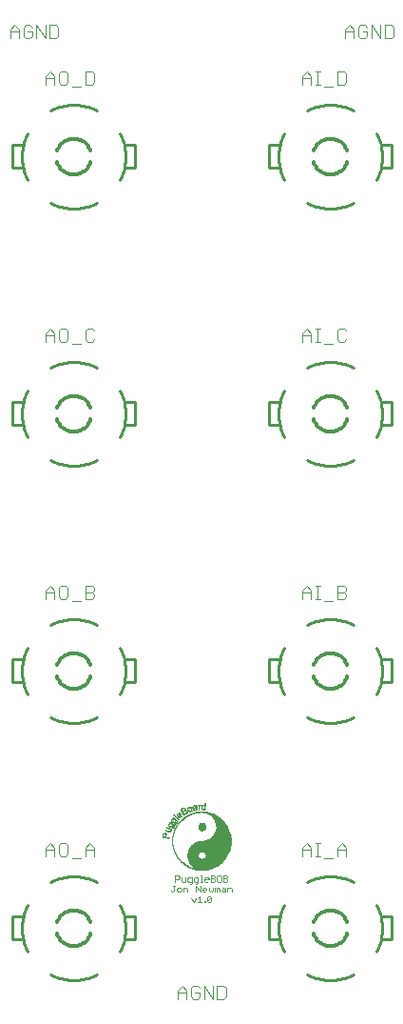
<source format=gto>
G75*
G70*
%OFA0B0*%
%FSLAX24Y24*%
%IPPOS*%
%LPD*%
%AMOC8*
5,1,8,0,0,1.08239X$1,22.5*
%
%ADD10C,0.0040*%
%ADD11R,0.0002X0.0002*%
%ADD12R,0.0004X0.0002*%
%ADD13R,0.0066X0.0002*%
%ADD14R,0.0004X0.0002*%
%ADD15R,0.0002X0.0002*%
%ADD16R,0.0002X0.0002*%
%ADD17R,0.0148X0.0002*%
%ADD18R,0.0002X0.0002*%
%ADD19R,0.0200X0.0002*%
%ADD20R,0.0236X0.0002*%
%ADD21R,0.0268X0.0002*%
%ADD22R,0.0300X0.0002*%
%ADD23R,0.0326X0.0002*%
%ADD24R,0.0350X0.0002*%
%ADD25R,0.0374X0.0002*%
%ADD26R,0.0394X0.0002*%
%ADD27R,0.0418X0.0002*%
%ADD28R,0.0432X0.0002*%
%ADD29R,0.0152X0.0002*%
%ADD30R,0.0280X0.0002*%
%ADD31R,0.0136X0.0002*%
%ADD32R,0.0308X0.0002*%
%ADD33R,0.0126X0.0002*%
%ADD34R,0.0328X0.0002*%
%ADD35R,0.0118X0.0002*%
%ADD36R,0.0348X0.0002*%
%ADD37R,0.0112X0.0002*%
%ADD38R,0.0366X0.0002*%
%ADD39R,0.0108X0.0002*%
%ADD40R,0.0382X0.0002*%
%ADD41R,0.0104X0.0002*%
%ADD42R,0.0398X0.0002*%
%ADD43R,0.0098X0.0002*%
%ADD44R,0.0412X0.0002*%
%ADD45R,0.0096X0.0002*%
%ADD46R,0.0426X0.0002*%
%ADD47R,0.0094X0.0002*%
%ADD48R,0.0440X0.0002*%
%ADD49R,0.0090X0.0002*%
%ADD50R,0.0452X0.0002*%
%ADD51R,0.0088X0.0002*%
%ADD52R,0.0466X0.0002*%
%ADD53R,0.0086X0.0002*%
%ADD54R,0.0478X0.0002*%
%ADD55R,0.0082X0.0002*%
%ADD56R,0.0490X0.0002*%
%ADD57R,0.0078X0.0002*%
%ADD58R,0.0502X0.0002*%
%ADD59R,0.0080X0.0002*%
%ADD60R,0.0510X0.0002*%
%ADD61R,0.0078X0.0002*%
%ADD62R,0.0524X0.0002*%
%ADD63R,0.0076X0.0002*%
%ADD64R,0.0534X0.0002*%
%ADD65R,0.0074X0.0002*%
%ADD66R,0.0546X0.0002*%
%ADD67R,0.0074X0.0002*%
%ADD68R,0.0554X0.0002*%
%ADD69R,0.0072X0.0002*%
%ADD70R,0.0566X0.0002*%
%ADD71R,0.0070X0.0002*%
%ADD72R,0.0572X0.0002*%
%ADD73R,0.0070X0.0002*%
%ADD74R,0.0584X0.0002*%
%ADD75R,0.0068X0.0002*%
%ADD76R,0.0592X0.0002*%
%ADD77R,0.0068X0.0002*%
%ADD78R,0.0602X0.0002*%
%ADD79R,0.0612X0.0002*%
%ADD80R,0.0620X0.0002*%
%ADD81R,0.0064X0.0002*%
%ADD82R,0.0628X0.0002*%
%ADD83R,0.0062X0.0002*%
%ADD84R,0.0638X0.0002*%
%ADD85R,0.0062X0.0002*%
%ADD86R,0.0644X0.0002*%
%ADD87R,0.0654X0.0002*%
%ADD88R,0.0060X0.0002*%
%ADD89R,0.0660X0.0002*%
%ADD90R,0.0056X0.0002*%
%ADD91R,0.0670X0.0002*%
%ADD92R,0.0056X0.0002*%
%ADD93R,0.0678X0.0002*%
%ADD94R,0.0058X0.0002*%
%ADD95R,0.0684X0.0002*%
%ADD96R,0.0058X0.0002*%
%ADD97R,0.0692X0.0002*%
%ADD98R,0.0700X0.0002*%
%ADD99R,0.0708X0.0002*%
%ADD100R,0.0716X0.0002*%
%ADD101R,0.0722X0.0002*%
%ADD102R,0.0054X0.0002*%
%ADD103R,0.0730X0.0002*%
%ADD104R,0.0736X0.0002*%
%ADD105R,0.0052X0.0002*%
%ADD106R,0.0744X0.0002*%
%ADD107R,0.0052X0.0002*%
%ADD108R,0.0750X0.0002*%
%ADD109R,0.0052X0.0002*%
%ADD110R,0.0758X0.0002*%
%ADD111R,0.0764X0.0002*%
%ADD112R,0.0050X0.0002*%
%ADD113R,0.0770X0.0002*%
%ADD114R,0.0050X0.0002*%
%ADD115R,0.0778X0.0002*%
%ADD116R,0.0784X0.0002*%
%ADD117R,0.0792X0.0002*%
%ADD118R,0.0796X0.0002*%
%ADD119R,0.0802X0.0002*%
%ADD120R,0.0048X0.0002*%
%ADD121R,0.0808X0.0002*%
%ADD122R,0.0816X0.0002*%
%ADD123R,0.0820X0.0002*%
%ADD124R,0.0048X0.0002*%
%ADD125R,0.0826X0.0002*%
%ADD126R,0.0832X0.0002*%
%ADD127R,0.0046X0.0002*%
%ADD128R,0.0840X0.0002*%
%ADD129R,0.0046X0.0002*%
%ADD130R,0.0844X0.0002*%
%ADD131R,0.0850X0.0002*%
%ADD132R,0.0856X0.0002*%
%ADD133R,0.0864X0.0002*%
%ADD134R,0.0866X0.0002*%
%ADD135R,0.0044X0.0002*%
%ADD136R,0.0874X0.0002*%
%ADD137R,0.0044X0.0002*%
%ADD138R,0.0878X0.0002*%
%ADD139R,0.0884X0.0002*%
%ADD140R,0.0888X0.0002*%
%ADD141R,0.0894X0.0002*%
%ADD142R,0.0042X0.0002*%
%ADD143R,0.0900X0.0002*%
%ADD144R,0.0904X0.0002*%
%ADD145R,0.0910X0.0002*%
%ADD146R,0.0914X0.0002*%
%ADD147R,0.0920X0.0002*%
%ADD148R,0.0926X0.0002*%
%ADD149R,0.0930X0.0002*%
%ADD150R,0.0934X0.0002*%
%ADD151R,0.0940X0.0002*%
%ADD152R,0.0042X0.0002*%
%ADD153R,0.0944X0.0002*%
%ADD154R,0.0950X0.0002*%
%ADD155R,0.0954X0.0002*%
%ADD156R,0.0040X0.0002*%
%ADD157R,0.0960X0.0002*%
%ADD158R,0.0964X0.0002*%
%ADD159R,0.0040X0.0002*%
%ADD160R,0.0968X0.0002*%
%ADD161R,0.0038X0.0002*%
%ADD162R,0.0972X0.0002*%
%ADD163R,0.0976X0.0002*%
%ADD164R,0.0982X0.0002*%
%ADD165R,0.0986X0.0002*%
%ADD166R,0.0990X0.0002*%
%ADD167R,0.0996X0.0002*%
%ADD168R,0.0998X0.0002*%
%ADD169R,0.1004X0.0002*%
%ADD170R,0.1008X0.0002*%
%ADD171R,0.1012X0.0002*%
%ADD172R,0.1016X0.0002*%
%ADD173R,0.0038X0.0002*%
%ADD174R,0.1022X0.0002*%
%ADD175R,0.1024X0.0002*%
%ADD176R,0.1028X0.0002*%
%ADD177R,0.0036X0.0002*%
%ADD178R,0.1034X0.0002*%
%ADD179R,0.0036X0.0002*%
%ADD180R,0.1038X0.0002*%
%ADD181R,0.1042X0.0002*%
%ADD182R,0.1044X0.0002*%
%ADD183R,0.1050X0.0002*%
%ADD184R,0.1054X0.0002*%
%ADD185R,0.1058X0.0002*%
%ADD186R,0.1060X0.0002*%
%ADD187R,0.1066X0.0002*%
%ADD188R,0.1070X0.0002*%
%ADD189R,0.1072X0.0002*%
%ADD190R,0.1076X0.0002*%
%ADD191R,0.1082X0.0002*%
%ADD192R,0.1082X0.0002*%
%ADD193R,0.0034X0.0002*%
%ADD194R,0.1086X0.0002*%
%ADD195R,0.1092X0.0002*%
%ADD196R,0.1094X0.0002*%
%ADD197R,0.1098X0.0002*%
%ADD198R,0.1102X0.0002*%
%ADD199R,0.1104X0.0002*%
%ADD200R,0.0034X0.0002*%
%ADD201R,0.1110X0.0002*%
%ADD202R,0.0034X0.0002*%
%ADD203R,0.1112X0.0002*%
%ADD204R,0.1116X0.0002*%
%ADD205R,0.1120X0.0002*%
%ADD206R,0.1122X0.0002*%
%ADD207R,0.0034X0.0002*%
%ADD208R,0.1126X0.0002*%
%ADD209R,0.1128X0.0002*%
%ADD210R,0.1132X0.0002*%
%ADD211R,0.1136X0.0002*%
%ADD212R,0.1140X0.0002*%
%ADD213R,0.0032X0.0002*%
%ADD214R,0.1142X0.0002*%
%ADD215R,0.1144X0.0002*%
%ADD216R,0.1150X0.0002*%
%ADD217R,0.0032X0.0002*%
%ADD218R,0.1150X0.0002*%
%ADD219R,0.0032X0.0002*%
%ADD220R,0.1156X0.0002*%
%ADD221R,0.1156X0.0002*%
%ADD222R,0.1162X0.0002*%
%ADD223R,0.1166X0.0002*%
%ADD224R,0.1168X0.0002*%
%ADD225R,0.1170X0.0002*%
%ADD226R,0.0032X0.0002*%
%ADD227R,0.1174X0.0002*%
%ADD228R,0.1178X0.0002*%
%ADD229R,0.1178X0.0002*%
%ADD230R,0.1184X0.0002*%
%ADD231R,0.1186X0.0002*%
%ADD232R,0.1190X0.0002*%
%ADD233R,0.1192X0.0002*%
%ADD234R,0.0030X0.0002*%
%ADD235R,0.1192X0.0002*%
%ADD236R,0.1198X0.0002*%
%ADD237R,0.0030X0.0002*%
%ADD238R,0.1204X0.0002*%
%ADD239R,0.1204X0.0002*%
%ADD240R,0.1208X0.0002*%
%ADD241R,0.1212X0.0002*%
%ADD242R,0.1214X0.0002*%
%ADD243R,0.1216X0.0002*%
%ADD244R,0.1218X0.0002*%
%ADD245R,0.1222X0.0002*%
%ADD246R,0.1224X0.0002*%
%ADD247R,0.1228X0.0002*%
%ADD248R,0.1230X0.0002*%
%ADD249R,0.1232X0.0002*%
%ADD250R,0.1234X0.0002*%
%ADD251R,0.1238X0.0002*%
%ADD252R,0.1242X0.0002*%
%ADD253R,0.1246X0.0002*%
%ADD254R,0.1248X0.0002*%
%ADD255R,0.1250X0.0002*%
%ADD256R,0.1256X0.0002*%
%ADD257R,0.1256X0.0002*%
%ADD258R,0.1258X0.0002*%
%ADD259R,0.1262X0.0002*%
%ADD260R,0.1264X0.0002*%
%ADD261R,0.1266X0.0002*%
%ADD262R,0.1270X0.0002*%
%ADD263R,0.1272X0.0002*%
%ADD264R,0.1272X0.0002*%
%ADD265R,0.1276X0.0002*%
%ADD266R,0.1278X0.0002*%
%ADD267R,0.1280X0.0002*%
%ADD268R,0.0028X0.0002*%
%ADD269R,0.1284X0.0002*%
%ADD270R,0.0028X0.0002*%
%ADD271R,0.1284X0.0002*%
%ADD272R,0.1286X0.0002*%
%ADD273R,0.1288X0.0002*%
%ADD274R,0.1292X0.0002*%
%ADD275R,0.0468X0.0002*%
%ADD276R,0.0786X0.0002*%
%ADD277R,0.0454X0.0002*%
%ADD278R,0.0780X0.0002*%
%ADD279R,0.0448X0.0002*%
%ADD280R,0.0774X0.0002*%
%ADD281R,0.0444X0.0002*%
%ADD282R,0.0770X0.0002*%
%ADD283R,0.0438X0.0002*%
%ADD284R,0.0432X0.0002*%
%ADD285R,0.0762X0.0002*%
%ADD286R,0.0428X0.0002*%
%ADD287R,0.0758X0.0002*%
%ADD288R,0.0756X0.0002*%
%ADD289R,0.0424X0.0002*%
%ADD290R,0.0756X0.0002*%
%ADD291R,0.0420X0.0002*%
%ADD292R,0.0754X0.0002*%
%ADD293R,0.0418X0.0002*%
%ADD294R,0.0750X0.0002*%
%ADD295R,0.0416X0.0002*%
%ADD296R,0.0412X0.0002*%
%ADD297R,0.0748X0.0002*%
%ADD298R,0.0410X0.0002*%
%ADD299R,0.0746X0.0002*%
%ADD300R,0.0408X0.0002*%
%ADD301R,0.0746X0.0002*%
%ADD302R,0.0408X0.0002*%
%ADD303R,0.0406X0.0002*%
%ADD304R,0.0402X0.0002*%
%ADD305R,0.0742X0.0002*%
%ADD306R,0.0400X0.0002*%
%ADD307R,0.0742X0.0002*%
%ADD308R,0.0026X0.0002*%
%ADD309R,0.0740X0.0002*%
%ADD310R,0.0396X0.0002*%
%ADD311R,0.0396X0.0002*%
%ADD312R,0.0738X0.0002*%
%ADD313R,0.0740X0.0002*%
%ADD314R,0.0392X0.0002*%
%ADD315R,0.0390X0.0002*%
%ADD316R,0.0390X0.0002*%
%ADD317R,0.0388X0.0002*%
%ADD318R,0.0738X0.0002*%
%ADD319R,0.0386X0.0002*%
%ADD320R,0.0384X0.0002*%
%ADD321R,0.0384X0.0002*%
%ADD322R,0.0026X0.0002*%
%ADD323R,0.0382X0.0002*%
%ADD324R,0.0382X0.0002*%
%ADD325R,0.0380X0.0002*%
%ADD326R,0.0378X0.0002*%
%ADD327R,0.0742X0.0002*%
%ADD328R,0.0378X0.0002*%
%ADD329R,0.0376X0.0002*%
%ADD330R,0.0744X0.0002*%
%ADD331R,0.0744X0.0002*%
%ADD332R,0.0376X0.0002*%
%ADD333R,0.0374X0.0002*%
%ADD334R,0.0372X0.0002*%
%ADD335R,0.0372X0.0002*%
%ADD336R,0.0748X0.0002*%
%ADD337R,0.0374X0.0002*%
%ADD338R,0.0370X0.0002*%
%ADD339R,0.0370X0.0002*%
%ADD340R,0.0752X0.0002*%
%ADD341R,0.0752X0.0002*%
%ADD342R,0.0752X0.0002*%
%ADD343R,0.0760X0.0002*%
%ADD344R,0.0760X0.0002*%
%ADD345R,0.0368X0.0002*%
%ADD346R,0.0766X0.0002*%
%ADD347R,0.0766X0.0002*%
%ADD348R,0.0768X0.0002*%
%ADD349R,0.0768X0.0002*%
%ADD350R,0.0368X0.0002*%
%ADD351R,0.0772X0.0002*%
%ADD352R,0.0772X0.0002*%
%ADD353R,0.0774X0.0002*%
%ADD354R,0.0776X0.0002*%
%ADD355R,0.0024X0.0002*%
%ADD356R,0.0778X0.0002*%
%ADD357R,0.0782X0.0002*%
%ADD358R,0.0782X0.0002*%
%ADD359R,0.0786X0.0002*%
%ADD360R,0.0790X0.0002*%
%ADD361R,0.0790X0.0002*%
%ADD362R,0.0792X0.0002*%
%ADD363R,0.0794X0.0002*%
%ADD364R,0.0798X0.0002*%
%ADD365R,0.0800X0.0002*%
%ADD366R,0.0804X0.0002*%
%ADD367R,0.0804X0.0002*%
%ADD368R,0.0380X0.0002*%
%ADD369R,0.0808X0.0002*%
%ADD370R,0.0812X0.0002*%
%ADD371R,0.0812X0.0002*%
%ADD372R,0.0818X0.0002*%
%ADD373R,0.0818X0.0002*%
%ADD374R,0.0822X0.0002*%
%ADD375R,0.0024X0.0002*%
%ADD376R,0.0822X0.0002*%
%ADD377R,0.0388X0.0002*%
%ADD378R,0.0024X0.0002*%
%ADD379R,0.0828X0.0002*%
%ADD380R,0.0392X0.0002*%
%ADD381R,0.0836X0.0002*%
%ADD382R,0.0394X0.0002*%
%ADD383R,0.0838X0.0002*%
%ADD384R,0.0842X0.0002*%
%ADD385R,0.0844X0.0002*%
%ADD386R,0.0846X0.0002*%
%ADD387R,0.0024X0.0002*%
%ADD388R,0.0852X0.0002*%
%ADD389R,0.0404X0.0002*%
%ADD390R,0.0856X0.0002*%
%ADD391R,0.0860X0.0002*%
%ADD392R,0.0870X0.0002*%
%ADD393R,0.0414X0.0002*%
%ADD394R,0.0872X0.0002*%
%ADD395R,0.0876X0.0002*%
%ADD396R,0.0880X0.0002*%
%ADD397R,0.0422X0.0002*%
%ADD398R,0.0884X0.0002*%
%ADD399R,0.0886X0.0002*%
%ADD400R,0.0430X0.0002*%
%ADD401R,0.0432X0.0002*%
%ADD402R,0.0898X0.0002*%
%ADD403R,0.0436X0.0002*%
%ADD404R,0.0904X0.0002*%
%ADD405R,0.0442X0.0002*%
%ADD406R,0.0908X0.0002*%
%ADD407R,0.0446X0.0002*%
%ADD408R,0.0914X0.0002*%
%ADD409R,0.0452X0.0002*%
%ADD410R,0.0924X0.0002*%
%ADD411R,0.0458X0.0002*%
%ADD412R,0.0932X0.0002*%
%ADD413R,0.0478X0.0002*%
%ADD414R,0.1444X0.0002*%
%ADD415R,0.1442X0.0002*%
%ADD416R,0.1444X0.0002*%
%ADD417R,0.1444X0.0002*%
%ADD418R,0.1446X0.0002*%
%ADD419R,0.1444X0.0002*%
%ADD420R,0.1446X0.0002*%
%ADD421R,0.0022X0.0002*%
%ADD422R,0.1442X0.0002*%
%ADD423R,0.1442X0.0002*%
%ADD424R,0.0022X0.0002*%
%ADD425R,0.1442X0.0002*%
%ADD426R,0.1440X0.0002*%
%ADD427R,0.0022X0.0002*%
%ADD428R,0.1440X0.0002*%
%ADD429R,0.1438X0.0002*%
%ADD430R,0.1438X0.0002*%
%ADD431R,0.1436X0.0002*%
%ADD432R,0.1436X0.0002*%
%ADD433R,0.1434X0.0002*%
%ADD434R,0.1432X0.0002*%
%ADD435R,0.1434X0.0002*%
%ADD436R,0.1432X0.0002*%
%ADD437R,0.1432X0.0002*%
%ADD438R,0.1430X0.0002*%
%ADD439R,0.1430X0.0002*%
%ADD440R,0.1428X0.0002*%
%ADD441R,0.1428X0.0002*%
%ADD442R,0.1426X0.0002*%
%ADD443R,0.1424X0.0002*%
%ADD444R,0.1424X0.0002*%
%ADD445R,0.1422X0.0002*%
%ADD446R,0.1422X0.0002*%
%ADD447R,0.1420X0.0002*%
%ADD448R,0.1422X0.0002*%
%ADD449R,0.1418X0.0002*%
%ADD450R,0.1416X0.0002*%
%ADD451R,0.1416X0.0002*%
%ADD452R,0.1414X0.0002*%
%ADD453R,0.0022X0.0002*%
%ADD454R,0.1412X0.0002*%
%ADD455R,0.1412X0.0002*%
%ADD456R,0.1410X0.0002*%
%ADD457R,0.1410X0.0002*%
%ADD458R,0.1408X0.0002*%
%ADD459R,0.1406X0.0002*%
%ADD460R,0.1406X0.0002*%
%ADD461R,0.1404X0.0002*%
%ADD462R,0.1402X0.0002*%
%ADD463R,0.1400X0.0002*%
%ADD464R,0.1398X0.0002*%
%ADD465R,0.1396X0.0002*%
%ADD466R,0.1394X0.0002*%
%ADD467R,0.1392X0.0002*%
%ADD468R,0.1392X0.0002*%
%ADD469R,0.1392X0.0002*%
%ADD470R,0.1388X0.0002*%
%ADD471R,0.1388X0.0002*%
%ADD472R,0.1386X0.0002*%
%ADD473R,0.1384X0.0002*%
%ADD474R,0.1382X0.0002*%
%ADD475R,0.1380X0.0002*%
%ADD476R,0.1378X0.0002*%
%ADD477R,0.1378X0.0002*%
%ADD478R,0.1374X0.0002*%
%ADD479R,0.1372X0.0002*%
%ADD480R,0.1372X0.0002*%
%ADD481R,0.1368X0.0002*%
%ADD482R,0.1368X0.0002*%
%ADD483R,0.1364X0.0002*%
%ADD484R,0.1362X0.0002*%
%ADD485R,0.1362X0.0002*%
%ADD486R,0.1358X0.0002*%
%ADD487R,0.1358X0.0002*%
%ADD488R,0.1356X0.0002*%
%ADD489R,0.1354X0.0002*%
%ADD490R,0.1352X0.0002*%
%ADD491R,0.1348X0.0002*%
%ADD492R,0.1348X0.0002*%
%ADD493R,0.1346X0.0002*%
%ADD494R,0.1342X0.0002*%
%ADD495R,0.1342X0.0002*%
%ADD496R,0.1338X0.0002*%
%ADD497R,0.1338X0.0002*%
%ADD498R,0.1334X0.0002*%
%ADD499R,0.1332X0.0002*%
%ADD500R,0.1330X0.0002*%
%ADD501R,0.1328X0.0002*%
%ADD502R,0.1324X0.0002*%
%ADD503R,0.1324X0.0002*%
%ADD504R,0.1318X0.0002*%
%ADD505R,0.0020X0.0002*%
%ADD506R,0.1318X0.0002*%
%ADD507R,0.1316X0.0002*%
%ADD508R,0.1312X0.0002*%
%ADD509R,0.1308X0.0002*%
%ADD510R,0.1308X0.0002*%
%ADD511R,0.1304X0.0002*%
%ADD512R,0.1302X0.0002*%
%ADD513R,0.1296X0.0002*%
%ADD514R,0.1294X0.0002*%
%ADD515R,0.1288X0.0002*%
%ADD516R,0.1282X0.0002*%
%ADD517R,0.1276X0.0002*%
%ADD518R,0.1274X0.0002*%
%ADD519R,0.1270X0.0002*%
%ADD520R,0.1266X0.0002*%
%ADD521R,0.1260X0.0002*%
%ADD522R,0.1254X0.0002*%
%ADD523R,0.1244X0.0002*%
%ADD524R,0.1242X0.0002*%
%ADD525R,0.1234X0.0002*%
%ADD526R,0.1232X0.0002*%
%ADD527R,0.1226X0.0002*%
%ADD528R,0.1214X0.0002*%
%ADD529R,0.1206X0.0002*%
%ADD530R,0.1196X0.0002*%
%ADD531R,0.1174X0.0002*%
%ADD532R,0.1166X0.0002*%
%ADD533R,0.1160X0.0002*%
%ADD534R,0.1154X0.0002*%
%ADD535R,0.1144X0.0002*%
%ADD536R,0.1134X0.0002*%
%ADD537R,0.1126X0.0002*%
%ADD538R,0.1088X0.0002*%
%ADD539R,0.0010X0.0002*%
%ADD540R,0.0980X0.0002*%
%ADD541R,0.0964X0.0002*%
%ADD542R,0.0020X0.0002*%
%ADD543R,0.0950X0.0002*%
%ADD544R,0.0938X0.0002*%
%ADD545R,0.0928X0.0002*%
%ADD546R,0.0918X0.0002*%
%ADD547R,0.0908X0.0002*%
%ADD548R,0.0900X0.0002*%
%ADD549R,0.0894X0.0002*%
%ADD550R,0.0880X0.0002*%
%ADD551R,0.0872X0.0002*%
%ADD552R,0.0868X0.0002*%
%ADD553R,0.0854X0.0002*%
%ADD554R,0.0838X0.0002*%
%ADD555R,0.0834X0.0002*%
%ADD556R,0.0828X0.0002*%
%ADD557R,0.0826X0.0002*%
%ADD558R,0.0810X0.0002*%
%ADD559R,0.0802X0.0002*%
%ADD560R,0.0798X0.0002*%
%ADD561R,0.0784X0.0002*%
%ADD562R,0.0776X0.0002*%
%ADD563R,0.0018X0.0002*%
%ADD564R,0.0734X0.0002*%
%ADD565R,0.0042X0.0002*%
%ADD566R,0.0728X0.0002*%
%ADD567R,0.0722X0.0002*%
%ADD568R,0.0062X0.0002*%
%ADD569R,0.0722X0.0002*%
%ADD570R,0.0074X0.0002*%
%ADD571R,0.0718X0.0002*%
%ADD572R,0.0094X0.0002*%
%ADD573R,0.0712X0.0002*%
%ADD574R,0.0104X0.0002*%
%ADD575R,0.0710X0.0002*%
%ADD576R,0.0116X0.0002*%
%ADD577R,0.0706X0.0002*%
%ADD578R,0.0128X0.0002*%
%ADD579R,0.0706X0.0002*%
%ADD580R,0.0138X0.0002*%
%ADD581R,0.0702X0.0002*%
%ADD582R,0.0144X0.0002*%
%ADD583R,0.0700X0.0002*%
%ADD584R,0.0156X0.0002*%
%ADD585R,0.0696X0.0002*%
%ADD586R,0.0160X0.0002*%
%ADD587R,0.0694X0.0002*%
%ADD588R,0.0160X0.0002*%
%ADD589R,0.0690X0.0002*%
%ADD590R,0.0688X0.0002*%
%ADD591R,0.0158X0.0002*%
%ADD592R,0.0686X0.0002*%
%ADD593R,0.0684X0.0002*%
%ADD594R,0.0682X0.0002*%
%ADD595R,0.0678X0.0002*%
%ADD596R,0.0148X0.0002*%
%ADD597R,0.0676X0.0002*%
%ADD598R,0.0142X0.0002*%
%ADD599R,0.0676X0.0002*%
%ADD600R,0.0670X0.0002*%
%ADD601R,0.0668X0.0002*%
%ADD602R,0.0106X0.0002*%
%ADD603R,0.0668X0.0002*%
%ADD604R,0.0664X0.0002*%
%ADD605R,0.0084X0.0002*%
%ADD606R,0.0662X0.0002*%
%ADD607R,0.0074X0.0002*%
%ADD608R,0.0064X0.0002*%
%ADD609R,0.0658X0.0002*%
%ADD610R,0.0054X0.0002*%
%ADD611R,0.0656X0.0002*%
%ADD612R,0.0044X0.0002*%
%ADD613R,0.0652X0.0002*%
%ADD614R,0.0652X0.0002*%
%ADD615R,0.0648X0.0002*%
%ADD616R,0.0646X0.0002*%
%ADD617R,0.0640X0.0002*%
%ADD618R,0.0640X0.0002*%
%ADD619R,0.0636X0.0002*%
%ADD620R,0.0634X0.0002*%
%ADD621R,0.0634X0.0002*%
%ADD622R,0.0626X0.0002*%
%ADD623R,0.0624X0.0002*%
%ADD624R,0.0622X0.0002*%
%ADD625R,0.0616X0.0002*%
%ADD626R,0.0614X0.0002*%
%ADD627R,0.0612X0.0002*%
%ADD628R,0.0610X0.0002*%
%ADD629R,0.0606X0.0002*%
%ADD630R,0.0604X0.0002*%
%ADD631R,0.0604X0.0002*%
%ADD632R,0.0598X0.0002*%
%ADD633R,0.0600X0.0002*%
%ADD634R,0.0596X0.0002*%
%ADD635R,0.0596X0.0002*%
%ADD636R,0.0592X0.0002*%
%ADD637R,0.0592X0.0002*%
%ADD638R,0.0588X0.0002*%
%ADD639R,0.0586X0.0002*%
%ADD640R,0.0584X0.0002*%
%ADD641R,0.0580X0.0002*%
%ADD642R,0.0580X0.0002*%
%ADD643R,0.0578X0.0002*%
%ADD644R,0.0574X0.0002*%
%ADD645R,0.0572X0.0002*%
%ADD646R,0.0568X0.0002*%
%ADD647R,0.0570X0.0002*%
%ADD648R,0.0564X0.0002*%
%ADD649R,0.0564X0.0002*%
%ADD650R,0.0562X0.0002*%
%ADD651R,0.0560X0.0002*%
%ADD652R,0.0558X0.0002*%
%ADD653R,0.0558X0.0002*%
%ADD654R,0.0556X0.0002*%
%ADD655R,0.0552X0.0002*%
%ADD656R,0.0114X0.0002*%
%ADD657R,0.0552X0.0002*%
%ADD658R,0.0110X0.0002*%
%ADD659R,0.0550X0.0002*%
%ADD660R,0.0110X0.0002*%
%ADD661R,0.0548X0.0002*%
%ADD662R,0.0106X0.0002*%
%ADD663R,0.0102X0.0002*%
%ADD664R,0.0544X0.0002*%
%ADD665R,0.0542X0.0002*%
%ADD666R,0.0090X0.0002*%
%ADD667R,0.0540X0.0002*%
%ADD668R,0.0540X0.0002*%
%ADD669R,0.0536X0.0002*%
%ADD670R,0.0536X0.0002*%
%ADD671R,0.0534X0.0002*%
%ADD672R,0.0060X0.0002*%
%ADD673R,0.0532X0.0002*%
%ADD674R,0.0532X0.0002*%
%ADD675R,0.0530X0.0002*%
%ADD676R,0.0012X0.0002*%
%ADD677R,0.0526X0.0002*%
%ADD678R,0.0528X0.0002*%
%ADD679R,0.0522X0.0002*%
%ADD680R,0.0520X0.0002*%
%ADD681R,0.0520X0.0002*%
%ADD682R,0.0516X0.0002*%
%ADD683R,0.0518X0.0002*%
%ADD684R,0.0514X0.0002*%
%ADD685R,0.0514X0.0002*%
%ADD686R,0.0512X0.0002*%
%ADD687R,0.0062X0.0002*%
%ADD688R,0.0510X0.0002*%
%ADD689R,0.0506X0.0002*%
%ADD690R,0.0506X0.0002*%
%ADD691R,0.0502X0.0002*%
%ADD692R,0.0114X0.0002*%
%ADD693R,0.0120X0.0002*%
%ADD694R,0.0498X0.0002*%
%ADD695R,0.0126X0.0002*%
%ADD696R,0.0498X0.0002*%
%ADD697R,0.0132X0.0002*%
%ADD698R,0.0496X0.0002*%
%ADD699R,0.0494X0.0002*%
%ADD700R,0.0082X0.0002*%
%ADD701R,0.0080X0.0002*%
%ADD702R,0.0494X0.0002*%
%ADD703R,0.0490X0.0002*%
%ADD704R,0.0486X0.0002*%
%ADD705R,0.0486X0.0002*%
%ADD706R,0.0484X0.0002*%
%ADD707R,0.0482X0.0002*%
%ADD708R,0.0482X0.0002*%
%ADD709R,0.0480X0.0002*%
%ADD710R,0.0476X0.0002*%
%ADD711R,0.0474X0.0002*%
%ADD712R,0.0472X0.0002*%
%ADD713R,0.0012X0.0002*%
%ADD714R,0.0076X0.0002*%
%ADD715R,0.0472X0.0002*%
%ADD716R,0.0008X0.0002*%
%ADD717R,0.0468X0.0002*%
%ADD718R,0.0118X0.0002*%
%ADD719R,0.0466X0.0002*%
%ADD720R,0.0018X0.0002*%
%ADD721R,0.0464X0.0002*%
%ADD722R,0.0134X0.0002*%
%ADD723R,0.0462X0.0002*%
%ADD724R,0.0140X0.0002*%
%ADD725R,0.0462X0.0002*%
%ADD726R,0.0146X0.0002*%
%ADD727R,0.0460X0.0002*%
%ADD728R,0.0154X0.0002*%
%ADD729R,0.0460X0.0002*%
%ADD730R,0.0158X0.0002*%
%ADD731R,0.0162X0.0002*%
%ADD732R,0.0456X0.0002*%
%ADD733R,0.0008X0.0002*%
%ADD734R,0.0168X0.0002*%
%ADD735R,0.0456X0.0002*%
%ADD736R,0.0014X0.0002*%
%ADD737R,0.0174X0.0002*%
%ADD738R,0.0178X0.0002*%
%ADD739R,0.0452X0.0002*%
%ADD740R,0.0182X0.0002*%
%ADD741R,0.0186X0.0002*%
%ADD742R,0.0450X0.0002*%
%ADD743R,0.0190X0.0002*%
%ADD744R,0.0450X0.0002*%
%ADD745R,0.0194X0.0002*%
%ADD746R,0.0198X0.0002*%
%ADD747R,0.0448X0.0002*%
%ADD748R,0.0202X0.0002*%
%ADD749R,0.0444X0.0002*%
%ADD750R,0.0072X0.0002*%
%ADD751R,0.0206X0.0002*%
%ADD752R,0.0210X0.0002*%
%ADD753R,0.0442X0.0002*%
%ADD754R,0.0214X0.0002*%
%ADD755R,0.0218X0.0002*%
%ADD756R,0.0220X0.0002*%
%ADD757R,0.0438X0.0002*%
%ADD758R,0.0222X0.0002*%
%ADD759R,0.0226X0.0002*%
%ADD760R,0.0226X0.0002*%
%ADD761R,0.0434X0.0002*%
%ADD762R,0.0230X0.0002*%
%ADD763R,0.0434X0.0002*%
%ADD764R,0.0234X0.0002*%
%ADD765R,0.0234X0.0002*%
%ADD766R,0.0238X0.0002*%
%ADD767R,0.0238X0.0002*%
%ADD768R,0.0428X0.0002*%
%ADD769R,0.0240X0.0002*%
%ADD770R,0.0082X0.0002*%
%ADD771R,0.0242X0.0002*%
%ADD772R,0.0426X0.0002*%
%ADD773R,0.0246X0.0002*%
%ADD774R,0.0424X0.0002*%
%ADD775R,0.0248X0.0002*%
%ADD776R,0.0072X0.0002*%
%ADD777R,0.0250X0.0002*%
%ADD778R,0.0422X0.0002*%
%ADD779R,0.0066X0.0002*%
%ADD780R,0.0252X0.0002*%
%ADD781R,0.0420X0.0002*%
%ADD782R,0.0252X0.0002*%
%ADD783R,0.0254X0.0002*%
%ADD784R,0.0254X0.0002*%
%ADD785R,0.0416X0.0002*%
%ADD786R,0.0042X0.0002*%
%ADD787R,0.0256X0.0002*%
%ADD788R,0.0414X0.0002*%
%ADD789R,0.0258X0.0002*%
%ADD790R,0.0258X0.0002*%
%ADD791R,0.0412X0.0002*%
%ADD792R,0.0260X0.0002*%
%ADD793R,0.0262X0.0002*%
%ADD794R,0.0410X0.0002*%
%ADD795R,0.0006X0.0002*%
%ADD796R,0.0262X0.0002*%
%ADD797R,0.0264X0.0002*%
%ADD798R,0.0404X0.0002*%
%ADD799R,0.0406X0.0002*%
%ADD800R,0.0266X0.0002*%
%ADD801R,0.0266X0.0002*%
%ADD802R,0.0404X0.0002*%
%ADD803R,0.0400X0.0002*%
%ADD804R,0.0402X0.0002*%
%ADD805R,0.0092X0.0002*%
%ADD806R,0.0398X0.0002*%
%ADD807R,0.0098X0.0002*%
%ADD808R,0.0268X0.0002*%
%ADD809R,0.0102X0.0002*%
%ADD810R,0.0112X0.0002*%
%ADD811R,0.0392X0.0002*%
%ADD812R,0.0122X0.0002*%
%ADD813R,0.0386X0.0002*%
%ADD814R,0.0372X0.0002*%
%ADD815R,0.0252X0.0002*%
%ADD816R,0.0366X0.0002*%
%ADD817R,0.0246X0.0002*%
%ADD818R,0.0244X0.0002*%
%ADD819R,0.0364X0.0002*%
%ADD820R,0.0242X0.0002*%
%ADD821R,0.0362X0.0002*%
%ADD822R,0.0360X0.0002*%
%ADD823R,0.0360X0.0002*%
%ADD824R,0.0358X0.0002*%
%ADD825R,0.0358X0.0002*%
%ADD826R,0.0064X0.0002*%
%ADD827R,0.0356X0.0002*%
%ADD828R,0.0228X0.0002*%
%ADD829R,0.0356X0.0002*%
%ADD830R,0.0354X0.0002*%
%ADD831R,0.0222X0.0002*%
%ADD832R,0.0352X0.0002*%
%ADD833R,0.0352X0.0002*%
%ADD834R,0.0216X0.0002*%
%ADD835R,0.0352X0.0002*%
%ADD836R,0.0350X0.0002*%
%ADD837R,0.0348X0.0002*%
%ADD838R,0.0204X0.0002*%
%ADD839R,0.0346X0.0002*%
%ADD840R,0.0196X0.0002*%
%ADD841R,0.0344X0.0002*%
%ADD842R,0.0192X0.0002*%
%ADD843R,0.0344X0.0002*%
%ADD844R,0.0054X0.0002*%
%ADD845R,0.0190X0.0002*%
%ADD846R,0.0342X0.0002*%
%ADD847R,0.0054X0.0002*%
%ADD848R,0.0186X0.0002*%
%ADD849R,0.0342X0.0002*%
%ADD850R,0.0180X0.0002*%
%ADD851R,0.0340X0.0002*%
%ADD852R,0.0340X0.0002*%
%ADD853R,0.0170X0.0002*%
%ADD854R,0.0338X0.0002*%
%ADD855R,0.0166X0.0002*%
%ADD856R,0.0338X0.0002*%
%ADD857R,0.0162X0.0002*%
%ADD858R,0.0336X0.0002*%
%ADD859R,0.0334X0.0002*%
%ADD860R,0.0112X0.0002*%
%ADD861R,0.0336X0.0002*%
%ADD862R,0.0100X0.0002*%
%ADD863R,0.0138X0.0002*%
%ADD864R,0.0332X0.0002*%
%ADD865R,0.0092X0.0002*%
%ADD866R,0.0132X0.0002*%
%ADD867R,0.0330X0.0002*%
%ADD868R,0.0084X0.0002*%
%ADD869R,0.0124X0.0002*%
%ADD870R,0.0332X0.0002*%
%ADD871R,0.0116X0.0002*%
%ADD872R,0.0330X0.0002*%
%ADD873R,0.0328X0.0002*%
%ADD874R,0.0052X0.0002*%
%ADD875R,0.0086X0.0002*%
%ADD876R,0.0326X0.0002*%
%ADD877R,0.0324X0.0002*%
%ADD878R,0.0322X0.0002*%
%ADD879R,0.0322X0.0002*%
%ADD880R,0.0320X0.0002*%
%ADD881R,0.0318X0.0002*%
%ADD882R,0.0318X0.0002*%
%ADD883R,0.0316X0.0002*%
%ADD884R,0.0316X0.0002*%
%ADD885R,0.0016X0.0002*%
%ADD886R,0.0096X0.0002*%
%ADD887R,0.0314X0.0002*%
%ADD888R,0.0100X0.0002*%
%ADD889R,0.0312X0.0002*%
%ADD890R,0.0312X0.0002*%
%ADD891R,0.0310X0.0002*%
%ADD892R,0.0310X0.0002*%
%ADD893R,0.0306X0.0002*%
%ADD894R,0.0306X0.0002*%
%ADD895R,0.0304X0.0002*%
%ADD896R,0.0302X0.0002*%
%ADD897R,0.0300X0.0002*%
%ADD898R,0.0298X0.0002*%
%ADD899R,0.0298X0.0002*%
%ADD900R,0.0296X0.0002*%
%ADD901R,0.0294X0.0002*%
%ADD902R,0.0296X0.0002*%
%ADD903R,0.0292X0.0002*%
%ADD904R,0.0294X0.0002*%
%ADD905R,0.0290X0.0002*%
%ADD906R,0.0290X0.0002*%
%ADD907R,0.0288X0.0002*%
%ADD908R,0.0288X0.0002*%
%ADD909R,0.0286X0.0002*%
%ADD910R,0.0286X0.0002*%
%ADD911R,0.0284X0.0002*%
%ADD912R,0.0282X0.0002*%
%ADD913R,0.0282X0.0002*%
%ADD914R,0.0280X0.0002*%
%ADD915R,0.0278X0.0002*%
%ADD916R,0.0276X0.0002*%
%ADD917R,0.0276X0.0002*%
%ADD918R,0.0274X0.0002*%
%ADD919R,0.0272X0.0002*%
%ADD920R,0.0272X0.0002*%
%ADD921R,0.0270X0.0002*%
%ADD922R,0.0270X0.0002*%
%ADD923R,0.0006X0.0002*%
%ADD924R,0.0264X0.0002*%
%ADD925R,0.0010X0.0002*%
%ADD926R,0.0262X0.0002*%
%ADD927R,0.0260X0.0002*%
%ADD928R,0.0256X0.0002*%
%ADD929R,0.0250X0.0002*%
%ADD930R,0.0248X0.0002*%
%ADD931R,0.0244X0.0002*%
%ADD932R,0.0240X0.0002*%
%ADD933R,0.0236X0.0002*%
%ADD934R,0.0234X0.0002*%
%ADD935R,0.0232X0.0002*%
%ADD936R,0.0016X0.0002*%
%ADD937R,0.0232X0.0002*%
%ADD938R,0.0228X0.0002*%
%ADD939R,0.0224X0.0002*%
%ADD940R,0.0222X0.0002*%
%ADD941R,0.0088X0.0002*%
%ADD942R,0.0220X0.0002*%
%ADD943R,0.0104X0.0002*%
%ADD944R,0.0218X0.0002*%
%ADD945R,0.0216X0.0002*%
%ADD946R,0.0214X0.0002*%
%ADD947R,0.0212X0.0002*%
%ADD948R,0.0044X0.0002*%
%ADD949R,0.0212X0.0002*%
%ADD950R,0.0208X0.0002*%
%ADD951R,0.0208X0.0002*%
%ADD952R,0.0206X0.0002*%
%ADD953R,0.0202X0.0002*%
%ADD954R,0.0200X0.0002*%
%ADD955R,0.0198X0.0002*%
%ADD956R,0.0196X0.0002*%
%ADD957R,0.0192X0.0002*%
%ADD958R,0.0192X0.0002*%
%ADD959R,0.0188X0.0002*%
%ADD960R,0.0184X0.0002*%
%ADD961R,0.0184X0.0002*%
%ADD962R,0.0182X0.0002*%
%ADD963R,0.0182X0.0002*%
%ADD964R,0.0180X0.0002*%
%ADD965R,0.0178X0.0002*%
%ADD966R,0.0014X0.0002*%
%ADD967R,0.0176X0.0002*%
%ADD968R,0.0176X0.0002*%
%ADD969R,0.0004X0.0002*%
%ADD970R,0.0174X0.0002*%
%ADD971R,0.0172X0.0002*%
%ADD972R,0.0170X0.0002*%
%ADD973R,0.0166X0.0002*%
%ADD974R,0.0072X0.0002*%
%ADD975R,0.0164X0.0002*%
%ADD976R,0.0164X0.0002*%
%ADD977R,0.0162X0.0002*%
%ADD978R,0.0162X0.0002*%
%ADD979R,0.0156X0.0002*%
%ADD980R,0.0154X0.0002*%
%ADD981R,0.0094X0.0002*%
%ADD982R,0.0154X0.0002*%
%ADD983R,0.0152X0.0002*%
%ADD984R,0.0102X0.0002*%
%ADD985R,0.0152X0.0002*%
%ADD986R,0.0120X0.0002*%
%ADD987R,0.0334X0.0002*%
%ADD988R,0.0172X0.0002*%
%ADD989R,0.0004X0.0002*%
%ADD990R,0.0122X0.0002*%
%ADD991R,0.0084X0.0002*%
%ADD992R,0.0092X0.0002*%
%ADD993R,0.0012X0.0002*%
%ADD994R,0.0104X0.0002*%
%ADD995R,0.0064X0.0002*%
%ADD996R,0.0112X0.0002*%
%ADD997R,0.0108X0.0002*%
%ADD998R,0.0102X0.0002*%
%ADD999R,0.0082X0.0002*%
%ADD1000R,0.0012X0.0002*%
%ADD1001C,0.0020*%
%ADD1002C,0.0120*%
%ADD1003C,0.0100*%
D10*
X001670Y006670D02*
X001670Y006977D01*
X001823Y007130D01*
X001977Y006977D01*
X001977Y006670D01*
X002130Y006747D02*
X002130Y007054D01*
X002207Y007130D01*
X002361Y007130D01*
X002437Y007054D01*
X002437Y006747D01*
X002361Y006670D01*
X002207Y006670D01*
X002130Y006747D01*
X001977Y006900D02*
X001670Y006900D01*
X002591Y006593D02*
X002898Y006593D01*
X003051Y006670D02*
X003051Y006977D01*
X003205Y007130D01*
X003358Y006977D01*
X003358Y006670D01*
X003358Y006900D02*
X003051Y006900D01*
X006448Y002130D02*
X006295Y001977D01*
X006295Y001670D01*
X006295Y001900D02*
X006602Y001900D01*
X006602Y001977D02*
X006602Y001670D01*
X006755Y001747D02*
X006755Y002054D01*
X006832Y002130D01*
X006986Y002130D01*
X007062Y002054D01*
X007062Y001900D02*
X006909Y001900D01*
X007062Y001900D02*
X007062Y001747D01*
X006986Y001670D01*
X006832Y001670D01*
X006755Y001747D01*
X006602Y001977D02*
X006448Y002130D01*
X007216Y002130D02*
X007216Y001670D01*
X007523Y001670D02*
X007216Y002130D01*
X007523Y002130D02*
X007523Y001670D01*
X007676Y001670D02*
X007676Y002130D01*
X007906Y002130D01*
X007983Y002054D01*
X007983Y001747D01*
X007906Y001670D01*
X007676Y001670D01*
X010670Y006670D02*
X010670Y006977D01*
X010823Y007130D01*
X010977Y006977D01*
X010977Y006670D01*
X011130Y006670D02*
X011284Y006670D01*
X011207Y006670D02*
X011207Y007130D01*
X011130Y007130D02*
X011284Y007130D01*
X011437Y006593D02*
X011744Y006593D01*
X011898Y006670D02*
X011898Y006977D01*
X012051Y007130D01*
X012205Y006977D01*
X012205Y006670D01*
X012205Y006900D02*
X011898Y006900D01*
X010977Y006900D02*
X010670Y006900D01*
X011437Y015593D02*
X011744Y015593D01*
X011898Y015670D02*
X011898Y016130D01*
X012128Y016130D01*
X012205Y016054D01*
X012205Y015977D01*
X012128Y015900D01*
X011898Y015900D01*
X012128Y015900D02*
X012205Y015823D01*
X012205Y015747D01*
X012128Y015670D01*
X011898Y015670D01*
X011284Y015670D02*
X011130Y015670D01*
X011207Y015670D02*
X011207Y016130D01*
X011130Y016130D02*
X011284Y016130D01*
X010977Y015977D02*
X010977Y015670D01*
X010977Y015900D02*
X010670Y015900D01*
X010670Y015977D02*
X010823Y016130D01*
X010977Y015977D01*
X010670Y015977D02*
X010670Y015670D01*
X011437Y024593D02*
X011744Y024593D01*
X011898Y024747D02*
X011898Y025054D01*
X011974Y025130D01*
X012128Y025130D01*
X012205Y025054D01*
X012205Y024747D02*
X012128Y024670D01*
X011974Y024670D01*
X011898Y024747D01*
X011284Y024670D02*
X011130Y024670D01*
X011207Y024670D02*
X011207Y025130D01*
X011130Y025130D02*
X011284Y025130D01*
X010977Y024977D02*
X010977Y024670D01*
X010977Y024900D02*
X010670Y024900D01*
X010670Y024977D02*
X010670Y024670D01*
X010670Y024977D02*
X010823Y025130D01*
X010977Y024977D01*
X011437Y033593D02*
X011744Y033593D01*
X011898Y033670D02*
X011898Y034130D01*
X012128Y034130D01*
X012205Y034054D01*
X012205Y033747D01*
X012128Y033670D01*
X011898Y033670D01*
X012170Y035295D02*
X012170Y035602D01*
X012323Y035755D01*
X012477Y035602D01*
X012477Y035295D01*
X012630Y035372D02*
X012707Y035295D01*
X012861Y035295D01*
X012937Y035372D01*
X012937Y035525D01*
X012784Y035525D01*
X012630Y035679D02*
X012630Y035372D01*
X012477Y035525D02*
X012170Y035525D01*
X012630Y035679D02*
X012707Y035755D01*
X012861Y035755D01*
X012937Y035679D01*
X013091Y035755D02*
X013091Y035295D01*
X013398Y035295D02*
X013091Y035755D01*
X013398Y035755D02*
X013398Y035295D01*
X013551Y035295D02*
X013781Y035295D01*
X013858Y035372D01*
X013858Y035679D01*
X013781Y035755D01*
X013551Y035755D01*
X013551Y035295D01*
X011284Y034130D02*
X011130Y034130D01*
X011207Y034130D02*
X011207Y033670D01*
X011130Y033670D02*
X011284Y033670D01*
X010977Y033670D02*
X010977Y033977D01*
X010823Y034130D01*
X010670Y033977D01*
X010670Y033670D01*
X010670Y033900D02*
X010977Y033900D01*
X003358Y033747D02*
X003358Y034054D01*
X003281Y034130D01*
X003051Y034130D01*
X003051Y033670D01*
X003281Y033670D01*
X003358Y033747D01*
X002898Y033593D02*
X002591Y033593D01*
X002437Y033747D02*
X002437Y034054D01*
X002361Y034130D01*
X002207Y034130D01*
X002130Y034054D01*
X002130Y033747D01*
X002207Y033670D01*
X002361Y033670D01*
X002437Y033747D01*
X001977Y033670D02*
X001977Y033977D01*
X001823Y034130D01*
X001670Y033977D01*
X001670Y033670D01*
X001670Y033900D02*
X001977Y033900D01*
X002031Y035295D02*
X001801Y035295D01*
X001801Y035755D01*
X002031Y035755D01*
X002108Y035679D01*
X002108Y035372D01*
X002031Y035295D01*
X001648Y035295D02*
X001648Y035755D01*
X001341Y035755D02*
X001341Y035295D01*
X001187Y035372D02*
X001187Y035525D01*
X001034Y035525D01*
X001187Y035372D02*
X001111Y035295D01*
X000957Y035295D01*
X000880Y035372D01*
X000880Y035679D01*
X000957Y035755D01*
X001111Y035755D01*
X001187Y035679D01*
X001341Y035755D02*
X001648Y035295D01*
X000727Y035295D02*
X000727Y035602D01*
X000573Y035755D01*
X000420Y035602D01*
X000420Y035295D01*
X000420Y035525D02*
X000727Y035525D01*
X001823Y025130D02*
X001670Y024977D01*
X001670Y024670D01*
X001670Y024900D02*
X001977Y024900D01*
X001977Y024977D02*
X001977Y024670D01*
X002130Y024747D02*
X002130Y025054D01*
X002207Y025130D01*
X002361Y025130D01*
X002437Y025054D01*
X002437Y024747D01*
X002361Y024670D01*
X002207Y024670D01*
X002130Y024747D01*
X001977Y024977D02*
X001823Y025130D01*
X002591Y024593D02*
X002898Y024593D01*
X003051Y024747D02*
X003051Y025054D01*
X003128Y025130D01*
X003281Y025130D01*
X003358Y025054D01*
X003358Y024747D02*
X003281Y024670D01*
X003128Y024670D01*
X003051Y024747D01*
X003051Y016130D02*
X003281Y016130D01*
X003358Y016054D01*
X003358Y015977D01*
X003281Y015900D01*
X003051Y015900D01*
X003051Y015670D02*
X003051Y016130D01*
X003281Y015900D02*
X003358Y015823D01*
X003358Y015747D01*
X003281Y015670D01*
X003051Y015670D01*
X002898Y015593D02*
X002591Y015593D01*
X002437Y015747D02*
X002437Y016054D01*
X002361Y016130D01*
X002207Y016130D01*
X002130Y016054D01*
X002130Y015747D01*
X002207Y015670D01*
X002361Y015670D01*
X002437Y015747D01*
X001977Y015670D02*
X001977Y015977D01*
X001823Y016130D01*
X001670Y015977D01*
X001670Y015670D01*
X001670Y015900D02*
X001977Y015900D01*
D11*
X005849Y007436D03*
X005875Y007434D03*
X005899Y007554D03*
X006075Y007654D03*
X006085Y007654D03*
X006089Y007654D03*
X006101Y007656D03*
X006151Y007616D03*
X006229Y007794D03*
X006245Y007790D03*
X006189Y007810D03*
X006185Y007810D03*
X006169Y007944D03*
X006165Y007944D03*
X006379Y008024D03*
X006519Y008344D03*
X006705Y008074D03*
X006729Y008200D03*
X006879Y008166D03*
X006959Y008184D03*
X007039Y008196D03*
X007085Y008200D03*
X006979Y008264D03*
X006919Y008400D03*
X007099Y008414D03*
X007205Y008294D03*
X007215Y008200D03*
X007209Y008176D03*
X007225Y008174D03*
X007279Y008194D03*
X007309Y008190D03*
X007191Y007550D03*
X007155Y007544D03*
X007151Y007544D03*
X007145Y007544D03*
X007109Y007174D03*
X007041Y007164D03*
X006995Y006184D03*
X007045Y006154D03*
X007049Y006154D03*
X007059Y006176D03*
X007085Y006174D03*
X007095Y006174D03*
X007105Y006150D03*
X007111Y006150D03*
X007115Y006150D03*
X007199Y006150D03*
X007255Y006154D03*
X007305Y006160D03*
X005999Y007296D03*
X005949Y007274D03*
X005919Y007280D03*
X005925Y007310D03*
D12*
X006080Y007654D03*
X007070Y008176D03*
X007090Y008200D03*
X007120Y006150D03*
D13*
X007157Y006150D03*
X006799Y006224D03*
X006793Y006226D03*
X006155Y007744D03*
X006251Y007784D03*
X006253Y007786D03*
X006063Y007800D03*
X006057Y007590D03*
X006323Y008064D03*
X006731Y008366D03*
X007213Y008434D03*
D14*
X007158Y007176D03*
X007152Y007176D03*
X007194Y006150D03*
X006158Y007996D03*
X006148Y007964D03*
X006034Y007834D03*
X006142Y007616D03*
D15*
X006147Y007616D03*
X006153Y007644D03*
X006193Y007810D03*
X006157Y007944D03*
X006173Y008104D03*
X006027Y007800D03*
X006053Y007784D03*
X006007Y007484D03*
X005867Y007436D03*
X005897Y007284D03*
X005957Y007304D03*
X006733Y008200D03*
X006873Y008164D03*
X006897Y008246D03*
X006903Y008270D03*
X006907Y008270D03*
X006993Y008190D03*
X007023Y008194D03*
X007017Y008170D03*
X007223Y008270D03*
X007257Y008270D03*
X007263Y008196D03*
X007097Y008444D03*
X007093Y008444D03*
X006937Y008424D03*
X006913Y008424D03*
X006913Y008400D03*
X006733Y008374D03*
X007113Y007806D03*
X007133Y007810D03*
X007127Y007546D03*
X007147Y007176D03*
X007147Y006806D03*
X007153Y006806D03*
X007157Y006806D03*
X007173Y006804D03*
X007127Y006804D03*
X007023Y006180D03*
X007033Y006156D03*
X007203Y006150D03*
X007207Y006150D03*
D16*
X007229Y006152D03*
X007289Y006158D03*
X007075Y006152D03*
X007041Y006178D03*
X007009Y006182D03*
X006971Y006188D03*
X007169Y006542D03*
X007195Y007178D03*
X007189Y008178D03*
X007165Y008202D03*
X007159Y008202D03*
X007155Y008202D03*
X007151Y008202D03*
X007141Y008202D03*
X007131Y008202D03*
X007125Y008202D03*
X007109Y008178D03*
X007101Y008178D03*
X007061Y008198D03*
X007001Y008168D03*
X006981Y008188D03*
X006839Y008358D03*
X006885Y008418D03*
X007049Y008438D03*
X007055Y008438D03*
X007109Y008442D03*
X007225Y008418D03*
X007295Y008192D03*
X007321Y008188D03*
X006735Y008348D03*
X006509Y008088D03*
X006361Y008142D03*
X005951Y007618D03*
X005849Y007468D03*
X005979Y007268D03*
D17*
X007152Y007788D03*
X007152Y006152D03*
D18*
X007233Y006152D03*
X007037Y006178D03*
X006907Y006202D03*
X006793Y006238D03*
X006083Y007572D03*
X005867Y007468D03*
X005863Y007322D03*
X005857Y007292D03*
X005967Y007302D03*
X006353Y008142D03*
X006567Y008258D03*
X006747Y008372D03*
X006913Y008248D03*
X006947Y008182D03*
X006967Y008162D03*
X007007Y008192D03*
X007057Y008198D03*
X007097Y008178D03*
X007137Y008202D03*
X007193Y008178D03*
X007063Y008272D03*
X007203Y008442D03*
X007283Y008498D03*
D19*
X007152Y006154D03*
D20*
X007154Y006156D03*
X007152Y007740D03*
X007666Y007984D03*
X007670Y007980D03*
D21*
X007726Y007918D03*
X007152Y006158D03*
D22*
X007152Y006160D03*
X007772Y007854D03*
X007770Y007856D03*
D23*
X007801Y007802D03*
X007151Y006162D03*
D24*
X007151Y006164D03*
X007821Y007760D03*
D25*
X007839Y007714D03*
X007153Y006166D03*
X006839Y006626D03*
X006837Y006634D03*
X006837Y006636D03*
X006837Y006710D03*
X006837Y006714D03*
D26*
X006853Y006588D03*
X007151Y006168D03*
D27*
X007151Y006170D03*
X006871Y006786D03*
D28*
X007152Y006172D03*
D29*
X007004Y006174D03*
D30*
X007238Y006174D03*
X007744Y007894D03*
X007742Y007896D03*
D31*
X006980Y008174D03*
X006986Y006176D03*
D32*
X007232Y006176D03*
X007780Y007840D03*
D33*
X006971Y006178D03*
D34*
X007230Y006178D03*
D35*
X006961Y006180D03*
X007153Y008200D03*
D36*
X007230Y006180D03*
D37*
X006950Y006182D03*
X006374Y008022D03*
D38*
X007229Y006182D03*
X007833Y007728D03*
D39*
X006936Y008166D03*
X006914Y008404D03*
X006510Y008320D03*
X006374Y008020D03*
X006076Y007674D03*
X006938Y006184D03*
D40*
X006843Y006610D03*
X006843Y006736D03*
X007227Y006184D03*
D41*
X006930Y006186D03*
X006360Y008146D03*
D42*
X006857Y006766D03*
X006855Y006764D03*
X006857Y006580D03*
X007227Y006186D03*
D43*
X006919Y006188D03*
X007151Y007802D03*
X006915Y008162D03*
X006735Y008218D03*
X006165Y007952D03*
X006007Y007502D03*
X005861Y007448D03*
D44*
X007226Y006188D03*
D45*
X006912Y006190D03*
X006734Y008216D03*
X006902Y008266D03*
X007212Y008420D03*
X006512Y008324D03*
X005860Y007450D03*
X005824Y007320D03*
D46*
X006875Y006790D03*
X006875Y006556D03*
X007227Y006190D03*
X007151Y008180D03*
D47*
X006899Y008158D03*
X006729Y008358D03*
X006903Y006192D03*
D48*
X007226Y006192D03*
X007866Y007598D03*
D49*
X007213Y008424D03*
X006939Y008344D03*
X006891Y008156D03*
X006895Y006194D03*
X006009Y007500D03*
D50*
X007226Y006194D03*
X007870Y007580D03*
D51*
X006888Y006196D03*
X006532Y008124D03*
X006734Y008214D03*
X006728Y008360D03*
X006078Y007666D03*
X005860Y007454D03*
D52*
X007227Y006196D03*
X007871Y007556D03*
D53*
X006881Y006198D03*
X006513Y008328D03*
X006011Y007498D03*
D54*
X007227Y006198D03*
X007873Y007538D03*
D55*
X006873Y006200D03*
X006373Y008010D03*
X005967Y007514D03*
D56*
X007227Y006200D03*
X007873Y007520D03*
X007873Y007524D03*
D57*
X006901Y008258D03*
X006943Y008348D03*
X006865Y006202D03*
X006007Y007612D03*
X006061Y007798D03*
D58*
X007227Y006202D03*
X007873Y007502D03*
D59*
X006860Y006204D03*
X006012Y007496D03*
X005950Y007520D03*
X005940Y007524D03*
X005934Y007526D03*
X005860Y007456D03*
X005970Y007626D03*
X005976Y007624D03*
X005986Y007620D03*
X005996Y007616D03*
X006002Y007614D03*
X006012Y007610D03*
X006024Y007606D03*
X006028Y007604D03*
X006038Y007600D03*
X006050Y007596D03*
X006080Y007664D03*
X005962Y007280D03*
X006360Y008154D03*
X006478Y008214D03*
X006514Y008330D03*
D60*
X007227Y006204D03*
X007873Y007494D03*
D61*
X007211Y008284D03*
X006919Y008416D03*
X006855Y008146D03*
X006529Y008120D03*
X006053Y007594D03*
X006853Y006206D03*
D62*
X007228Y006206D03*
X007872Y007474D03*
D63*
X006842Y008142D03*
X006568Y008252D03*
X006374Y008008D03*
X005992Y007618D03*
X006846Y006208D03*
D64*
X007229Y006208D03*
D65*
X006839Y006210D03*
X006167Y007960D03*
X005927Y007530D03*
X006729Y008364D03*
D66*
X007229Y006210D03*
X007869Y007444D03*
X007869Y007446D03*
D67*
X007211Y008282D03*
X006833Y006212D03*
X005859Y007458D03*
D68*
X007229Y006212D03*
D69*
X006828Y006214D03*
X007152Y007806D03*
D70*
X007229Y006214D03*
X007865Y007420D03*
D71*
X007211Y008280D03*
X006823Y008136D03*
X006567Y008254D03*
X006159Y007740D03*
X005859Y007460D03*
X006821Y006216D03*
D72*
X007230Y006216D03*
X007864Y007414D03*
D73*
X007213Y008432D03*
X006829Y008138D03*
X006733Y008208D03*
X006359Y008158D03*
X006815Y006218D03*
D74*
X007230Y006218D03*
D75*
X006810Y006220D03*
X006374Y008006D03*
X006526Y008116D03*
X006534Y008234D03*
X006516Y008334D03*
X006806Y008130D03*
X006818Y008134D03*
X006090Y007784D03*
X006014Y007494D03*
D76*
X007230Y006220D03*
D77*
X006804Y006222D03*
X006156Y007742D03*
X005924Y007532D03*
X006812Y008132D03*
D78*
X007231Y006222D03*
D79*
X007232Y006224D03*
D80*
X007232Y006226D03*
X007850Y007360D03*
D81*
X007152Y007548D03*
X006784Y008122D03*
X006322Y008062D03*
X006152Y007748D03*
X006058Y007588D03*
X006788Y006228D03*
D82*
X007232Y006228D03*
X007848Y007352D03*
D83*
X006903Y008334D03*
X006473Y008206D03*
X006263Y007886D03*
X006773Y006234D03*
X006783Y006230D03*
D84*
X007233Y006230D03*
X007845Y007344D03*
D85*
X006777Y006232D03*
X006527Y008232D03*
D86*
X007234Y006232D03*
D87*
X007233Y006234D03*
D88*
X006768Y006236D03*
X006242Y007774D03*
X006142Y007756D03*
X005960Y007634D03*
X005922Y007534D03*
X006374Y008004D03*
X006322Y008060D03*
X006522Y008230D03*
X006756Y008110D03*
X006764Y008114D03*
X006770Y008116D03*
D89*
X007234Y006236D03*
X007838Y007324D03*
D90*
X007088Y008418D03*
X006898Y008252D03*
X006750Y008108D03*
X006736Y008102D03*
X006554Y008128D03*
X006506Y008222D03*
X006452Y008302D03*
X006444Y008298D03*
X006462Y008308D03*
X006426Y008288D03*
X006320Y008058D03*
X006152Y007838D03*
X006106Y007778D03*
X006134Y007762D03*
X006064Y007802D03*
X006162Y007642D03*
X006154Y007632D03*
X006730Y006252D03*
X006738Y006248D03*
X006762Y006238D03*
D91*
X007235Y006238D03*
D92*
X006758Y006240D03*
X006744Y006246D03*
X006734Y006250D03*
X006152Y007630D03*
X006156Y007634D03*
X006158Y007636D03*
X006060Y007584D03*
X006038Y007684D03*
X006102Y007780D03*
X006136Y007760D03*
X005920Y007536D03*
X006344Y008024D03*
X006558Y008130D03*
X006568Y008136D03*
X006514Y008226D03*
X006510Y008224D03*
X006502Y008220D03*
X006460Y008306D03*
X006456Y008304D03*
X006438Y008294D03*
X006430Y008290D03*
X006732Y008100D03*
X006740Y008104D03*
X006894Y008330D03*
X006882Y008400D03*
X006922Y008420D03*
X007214Y008436D03*
X007212Y008276D03*
D93*
X007235Y006240D03*
D94*
X006753Y006242D03*
X006159Y007638D03*
X006139Y007758D03*
X006097Y007782D03*
X006259Y007892D03*
X006525Y008112D03*
X006517Y008228D03*
X006471Y008312D03*
X006729Y008368D03*
X006969Y008282D03*
X006759Y008112D03*
D95*
X007236Y006242D03*
D96*
X006749Y006244D03*
X006161Y007640D03*
X006059Y007586D03*
X006187Y007816D03*
X006261Y007890D03*
X006473Y008204D03*
X006467Y008310D03*
X006517Y008336D03*
X006733Y008206D03*
X006745Y008106D03*
X006951Y008354D03*
X007061Y008414D03*
X007261Y008416D03*
X007255Y008294D03*
D97*
X007236Y006244D03*
D98*
X007238Y006246D03*
D99*
X007238Y006248D03*
D100*
X007238Y006250D03*
X007816Y007280D03*
D101*
X007239Y006252D03*
D102*
X006727Y006254D03*
X006721Y006256D03*
X006149Y007626D03*
X006131Y007764D03*
X006127Y007766D03*
X006121Y007770D03*
X006111Y007776D03*
X006257Y007894D03*
X006257Y007896D03*
X006017Y007490D03*
X005957Y007636D03*
X006523Y008110D03*
X006551Y008126D03*
X006597Y008234D03*
X006447Y008300D03*
X006441Y008296D03*
X006719Y008094D03*
X006723Y008096D03*
X006971Y008284D03*
X007087Y008416D03*
X007089Y008420D03*
X007091Y008424D03*
X007091Y008426D03*
D103*
X007809Y007270D03*
X007239Y006254D03*
D104*
X007240Y006256D03*
X007806Y007266D03*
D105*
X006718Y006258D03*
X006242Y007772D03*
X006048Y007812D03*
X006578Y008142D03*
D106*
X007240Y006258D03*
X007610Y006572D03*
X007650Y006632D03*
D107*
X007264Y008414D03*
X006956Y008356D03*
X006970Y008286D03*
X006886Y008326D03*
X006710Y008090D03*
X006424Y008286D03*
X006320Y008056D03*
X006146Y007624D03*
X006034Y007686D03*
X006704Y006264D03*
X006714Y006260D03*
D108*
X007241Y006260D03*
X007601Y006564D03*
X007655Y006644D03*
D109*
X006710Y006262D03*
X006150Y007628D03*
X006080Y007658D03*
X006056Y007808D03*
X006374Y008002D03*
X006390Y008142D03*
X006360Y008162D03*
X006516Y008338D03*
X006706Y008088D03*
X006716Y008092D03*
D110*
X007241Y006262D03*
D111*
X007242Y006264D03*
X007584Y006550D03*
X007666Y006674D03*
X007666Y006676D03*
D112*
X007257Y008296D03*
X007093Y008430D03*
X006733Y008204D03*
X006703Y008086D03*
X006691Y008080D03*
X006583Y008146D03*
X006581Y008144D03*
X006423Y008284D03*
X006319Y008054D03*
X006339Y008026D03*
X006047Y007814D03*
X005895Y007436D03*
X005859Y007464D03*
X006673Y006280D03*
X006681Y006276D03*
X006685Y006274D03*
X006693Y006270D03*
X006701Y006266D03*
D113*
X007243Y006266D03*
X007669Y006686D03*
D114*
X007265Y008412D03*
X007213Y008438D03*
X007095Y008432D03*
X007057Y008412D03*
X006695Y008082D03*
X006687Y008078D03*
X006587Y008148D03*
X006521Y008108D03*
X006251Y007902D03*
X006201Y007942D03*
X006143Y007842D03*
X006031Y007688D03*
X006061Y007582D03*
X005917Y007538D03*
X006689Y006272D03*
X006697Y006268D03*
D115*
X007243Y006268D03*
X007671Y006698D03*
D116*
X007672Y006706D03*
X007244Y006270D03*
D117*
X007244Y006272D03*
D118*
X007244Y006274D03*
X007674Y006720D03*
D119*
X007245Y006276D03*
D120*
X006678Y006278D03*
X006670Y006282D03*
X006650Y008058D03*
X006668Y008068D03*
X006674Y008072D03*
X006602Y008232D03*
X006762Y008348D03*
X006876Y008398D03*
X006956Y008358D03*
X006972Y008288D03*
X007260Y008298D03*
X006336Y008028D03*
X005954Y007638D03*
D121*
X007246Y006278D03*
X007674Y006732D03*
D122*
X007674Y006740D03*
X007246Y006280D03*
D123*
X007246Y006282D03*
D124*
X006666Y006284D03*
X006662Y006286D03*
X006062Y007580D03*
X006028Y007690D03*
X006026Y007784D03*
X006176Y007734D03*
X006242Y007770D03*
X006250Y007904D03*
X006248Y007906D03*
X006206Y007940D03*
X006176Y007964D03*
X006394Y008140D03*
X006470Y008200D03*
X006590Y008150D03*
X006660Y008064D03*
X006672Y008070D03*
X006678Y008074D03*
X006682Y008076D03*
X006702Y008226D03*
X006876Y008270D03*
X006884Y008324D03*
X006946Y008400D03*
X007096Y008434D03*
X007096Y008436D03*
X007266Y008410D03*
X007212Y008274D03*
X005976Y007274D03*
D125*
X007247Y006284D03*
X007673Y006750D03*
D126*
X007672Y006754D03*
X007672Y006756D03*
X007248Y006286D03*
D127*
X006659Y006288D03*
X006651Y006292D03*
X006641Y006298D03*
X006017Y007488D03*
X006025Y007692D03*
X006135Y007848D03*
X006209Y007938D03*
X006245Y007908D03*
X006319Y008052D03*
X006327Y008142D03*
X006593Y008152D03*
X006639Y008052D03*
X006657Y008062D03*
D128*
X007248Y006288D03*
D129*
X006655Y006290D03*
X006649Y006294D03*
X006645Y006296D03*
X006631Y006304D03*
X006173Y007736D03*
X006187Y007814D03*
X006141Y007844D03*
X006139Y007846D03*
X006131Y007944D03*
X006239Y007914D03*
X006243Y007910D03*
X006409Y008024D03*
X006545Y008314D03*
X006595Y008154D03*
X006645Y008056D03*
X006643Y008054D03*
X006629Y008046D03*
X006663Y008066D03*
X006765Y008346D03*
X006933Y008270D03*
X006971Y008290D03*
X007055Y008410D03*
X007261Y008300D03*
D130*
X007248Y006290D03*
D131*
X007249Y006292D03*
X007669Y006768D03*
X007753Y007208D03*
D132*
X007250Y006294D03*
D133*
X007250Y006296D03*
D134*
X007251Y006298D03*
X007665Y006778D03*
D135*
X007268Y008406D03*
X006958Y008360D03*
X006872Y008396D03*
X006898Y008250D03*
X006606Y008230D03*
X006598Y008156D03*
X006652Y008060D03*
X006636Y008050D03*
X006626Y008044D03*
X006334Y008030D03*
X006212Y007936D03*
X006176Y007966D03*
X006134Y007850D03*
X006044Y007816D03*
X006022Y007694D03*
X005916Y007540D03*
X006614Y006314D03*
X006628Y006306D03*
X006638Y006300D03*
D136*
X007251Y006300D03*
D137*
X006634Y006302D03*
X006624Y006308D03*
X006618Y006312D03*
X006608Y006318D03*
X006602Y006322D03*
X006146Y007622D03*
X006178Y007732D03*
X006242Y007912D03*
X006218Y007932D03*
X006396Y008138D03*
X006468Y008198D03*
X006422Y008282D03*
X006694Y008348D03*
X006698Y008228D03*
X006632Y008048D03*
X006622Y008042D03*
X006606Y008032D03*
X006972Y008292D03*
X006924Y008422D03*
X007054Y008408D03*
X007184Y008418D03*
X007268Y008408D03*
X007262Y008302D03*
D138*
X007251Y006302D03*
D139*
X007252Y006304D03*
D140*
X007252Y006306D03*
D141*
X007253Y006308D03*
X007657Y006792D03*
D142*
X007151Y007546D03*
X007269Y008404D03*
X007181Y008416D03*
X006689Y008346D03*
X006695Y008230D03*
X006619Y008040D03*
X006609Y008034D03*
X006359Y008164D03*
X006195Y008064D03*
X006185Y008074D03*
X006179Y008080D03*
X006165Y007974D03*
X006171Y007970D03*
X006215Y007934D03*
X006221Y007930D03*
X006225Y007926D03*
X006275Y007884D03*
X006269Y007790D03*
X006181Y007730D03*
X006129Y007854D03*
X006021Y007696D03*
X005899Y007434D03*
X005825Y007436D03*
X006589Y006330D03*
X006595Y006326D03*
X006599Y006324D03*
X006605Y006320D03*
X006611Y006316D03*
X006621Y006310D03*
D143*
X007254Y006310D03*
D144*
X007254Y006312D03*
D145*
X007255Y006314D03*
D146*
X007255Y006316D03*
D147*
X007256Y006318D03*
D148*
X007257Y006320D03*
D149*
X007257Y006322D03*
D150*
X007257Y006324D03*
D151*
X007258Y006326D03*
D152*
X006593Y006328D03*
X006587Y006332D03*
X006183Y007728D03*
X006277Y007882D03*
X006223Y007928D03*
X006173Y007968D03*
X006607Y008228D03*
X007097Y008438D03*
D153*
X007258Y006328D03*
D154*
X007259Y006330D03*
X007635Y006806D03*
D155*
X007259Y006332D03*
D156*
X006584Y006334D03*
X006580Y006336D03*
X006566Y006346D03*
X006552Y006356D03*
X005904Y007430D03*
X005858Y007466D03*
X006016Y007700D03*
X006126Y007856D03*
X006278Y007880D03*
X006316Y007944D03*
X006314Y007946D03*
X006310Y007950D03*
X006306Y007954D03*
X006304Y007956D03*
X006300Y007960D03*
X006296Y007964D03*
X006294Y007966D03*
X006290Y007970D03*
X006286Y007974D03*
X006284Y007976D03*
X006280Y007980D03*
X006276Y007984D03*
X006274Y007986D03*
X006270Y007990D03*
X006266Y007994D03*
X006264Y007996D03*
X006260Y008000D03*
X006256Y008004D03*
X006254Y008006D03*
X006250Y008010D03*
X006246Y008014D03*
X006244Y008016D03*
X006240Y008020D03*
X006236Y008024D03*
X006234Y008026D03*
X006230Y008030D03*
X006226Y008034D03*
X006224Y008036D03*
X006220Y008040D03*
X006216Y008044D03*
X006214Y008046D03*
X006210Y008050D03*
X006206Y008054D03*
X006200Y008060D03*
X006194Y008066D03*
X006190Y008070D03*
X006184Y008076D03*
X006176Y008084D03*
X006174Y008086D03*
X006326Y008036D03*
X006328Y008034D03*
X006414Y008026D03*
X006406Y008130D03*
X006402Y008134D03*
X006468Y008196D03*
X006420Y008280D03*
X006520Y008104D03*
X006578Y008014D03*
X006582Y008016D03*
X006588Y008020D03*
X006568Y008006D03*
X006564Y008004D03*
X006558Y008000D03*
X006550Y007994D03*
X006610Y008226D03*
X006772Y008340D03*
X006876Y008320D03*
X007052Y008404D03*
X007182Y008294D03*
X007264Y008304D03*
D157*
X007260Y006334D03*
D158*
X007260Y006336D03*
D159*
X006578Y006338D03*
X006572Y006342D03*
X006564Y006348D03*
X006558Y006352D03*
X006550Y006358D03*
X006018Y007698D03*
X006020Y007782D03*
X006044Y007818D03*
X006222Y007838D03*
X006280Y007878D03*
X006312Y007948D03*
X006308Y007952D03*
X006302Y007958D03*
X006298Y007962D03*
X006292Y007968D03*
X006288Y007972D03*
X006282Y007978D03*
X006278Y007982D03*
X006272Y007988D03*
X006268Y007992D03*
X006262Y007998D03*
X006258Y008002D03*
X006252Y008008D03*
X006248Y008012D03*
X006242Y008018D03*
X006238Y008022D03*
X006232Y008028D03*
X006228Y008032D03*
X006222Y008038D03*
X006218Y008042D03*
X006212Y008048D03*
X006208Y008052D03*
X006202Y008058D03*
X006198Y008062D03*
X006192Y008068D03*
X006182Y008078D03*
X006162Y007978D03*
X006324Y008038D03*
X006408Y008128D03*
X006404Y008132D03*
X006562Y008002D03*
X006570Y008008D03*
X006576Y008012D03*
X006548Y008312D03*
X006770Y008342D03*
X006874Y008318D03*
X006872Y008272D03*
X006938Y008272D03*
X006952Y008398D03*
X007270Y008402D03*
X006240Y007768D03*
D160*
X007260Y006338D03*
D161*
X006575Y006340D03*
X006569Y006344D03*
X006561Y006350D03*
X006555Y006354D03*
X006547Y006360D03*
X006541Y006364D03*
X006539Y006366D03*
X006521Y006380D03*
X006513Y006386D03*
X006045Y007514D03*
X006079Y007656D03*
X006147Y007620D03*
X006175Y007644D03*
X006187Y007724D03*
X006185Y007726D03*
X006123Y007860D03*
X006161Y007980D03*
X006203Y008056D03*
X006317Y008046D03*
X006319Y008044D03*
X006321Y008040D03*
X006351Y008074D03*
X006375Y008094D03*
X006377Y008096D03*
X006383Y008100D03*
X006387Y008104D03*
X006395Y008110D03*
X006399Y008114D03*
X006403Y008116D03*
X006407Y008120D03*
X006411Y008124D03*
X006411Y008126D03*
X006323Y008140D03*
X006525Y007974D03*
X006537Y007984D03*
X006539Y007986D03*
X006545Y007990D03*
X006553Y007996D03*
X006573Y008010D03*
X006607Y008164D03*
X006611Y008224D03*
X006689Y008236D03*
X006691Y008234D03*
X006685Y008344D03*
X006551Y008310D03*
X006283Y007876D03*
X006285Y007874D03*
X005823Y007434D03*
X006869Y008274D03*
X006973Y008300D03*
X007179Y008296D03*
X007265Y008306D03*
X007271Y008400D03*
X007213Y008440D03*
D162*
X007262Y006340D03*
D163*
X007262Y006342D03*
D164*
X007263Y006344D03*
D165*
X007263Y006346D03*
D166*
X007263Y006348D03*
D167*
X007264Y006350D03*
D168*
X007265Y006352D03*
D169*
X007264Y006354D03*
X007676Y007176D03*
D170*
X007266Y006356D03*
D171*
X007266Y006358D03*
D172*
X007266Y006360D03*
D173*
X006545Y006362D03*
X006531Y006372D03*
X005905Y007428D03*
X005913Y007542D03*
X006125Y007858D03*
X006127Y007942D03*
X006187Y008072D03*
X006177Y008082D03*
X006317Y008048D03*
X006321Y008042D03*
X006347Y008072D03*
X006355Y008078D03*
X006359Y008082D03*
X006367Y008088D03*
X006397Y008112D03*
X006317Y007942D03*
X006529Y007978D03*
X006543Y007988D03*
X006557Y007998D03*
X006693Y008232D03*
X006775Y008338D03*
X006961Y008362D03*
X006973Y008298D03*
X007051Y008398D03*
X007051Y008402D03*
X007177Y008412D03*
X007271Y008398D03*
X007177Y008298D03*
D174*
X007267Y006362D03*
D175*
X007268Y006364D03*
D176*
X007268Y006366D03*
D177*
X006536Y006368D03*
X006524Y006378D03*
X006518Y006382D03*
X006510Y006388D03*
X006506Y006392D03*
X006498Y006398D03*
X006494Y006402D03*
X006482Y006412D03*
X005950Y007642D03*
X006014Y007702D03*
X006122Y007862D03*
X006188Y007812D03*
X006272Y007792D03*
X006290Y007868D03*
X006286Y007872D03*
X006342Y008068D03*
X006372Y008092D03*
X006380Y008098D03*
X006384Y008102D03*
X006392Y008108D03*
X006404Y008118D03*
X006410Y008122D03*
X006484Y008162D03*
X006490Y008152D03*
X006492Y008148D03*
X006498Y008138D03*
X006504Y008128D03*
X006518Y008102D03*
X006470Y008188D03*
X006450Y008222D03*
X006448Y008228D03*
X006442Y008238D03*
X006440Y008242D03*
X006436Y008248D03*
X006430Y008258D03*
X006428Y008262D03*
X006552Y008308D03*
X006612Y008222D03*
X006614Y008218D03*
X006684Y008242D03*
X006780Y008232D03*
X006866Y008392D03*
X007212Y008272D03*
X007266Y008308D03*
X006548Y007992D03*
X006534Y007982D03*
X006522Y007972D03*
X006516Y007968D03*
X006510Y007962D03*
X006504Y007958D03*
X006492Y007948D03*
X006418Y008028D03*
X006318Y008138D03*
X005820Y007432D03*
D178*
X007269Y006368D03*
D179*
X006534Y006370D03*
X006528Y006374D03*
X006526Y006376D03*
X006516Y006384D03*
X006508Y006390D03*
X006504Y006394D03*
X006496Y006400D03*
X006480Y006414D03*
X006120Y007684D03*
X006012Y007704D03*
X006010Y007706D03*
X006016Y007780D03*
X006042Y007820D03*
X006118Y007866D03*
X006120Y007864D03*
X006224Y007840D03*
X006288Y007870D03*
X006346Y008070D03*
X006352Y008076D03*
X006358Y008080D03*
X006362Y008084D03*
X006366Y008086D03*
X006370Y008090D03*
X006390Y008106D03*
X006482Y008166D03*
X006480Y008170D03*
X006478Y008174D03*
X006476Y008176D03*
X006474Y008180D03*
X006472Y008184D03*
X006488Y008156D03*
X006500Y008134D03*
X006504Y008126D03*
X006452Y008220D03*
X006446Y008230D03*
X006444Y008234D03*
X006438Y008244D03*
X006432Y008256D03*
X006426Y008266D03*
X006420Y008276D03*
X006532Y007980D03*
X006526Y007976D03*
X006518Y007970D03*
X006514Y007966D03*
X006512Y007964D03*
X006506Y007960D03*
X006488Y007944D03*
X006478Y007936D03*
X006610Y008166D03*
X006612Y008170D03*
X006614Y008220D03*
X006682Y008340D03*
X006776Y008336D03*
X006778Y008334D03*
X006870Y008316D03*
X006868Y008276D03*
X006778Y008230D03*
X006868Y008394D03*
X006954Y008396D03*
X006974Y008304D03*
X007096Y008440D03*
X007178Y008414D03*
X007272Y008396D03*
X007266Y008310D03*
X005818Y007430D03*
D180*
X007269Y006370D03*
D181*
X007269Y006372D03*
D182*
X007270Y006374D03*
D183*
X007271Y006376D03*
D184*
X007271Y006378D03*
D185*
X007271Y006380D03*
D186*
X007272Y006382D03*
D187*
X007273Y006384D03*
X007645Y007174D03*
D188*
X007273Y006386D03*
D189*
X007274Y006388D03*
D190*
X007274Y006390D03*
D191*
X007275Y006392D03*
D192*
X007275Y006394D03*
D193*
X006501Y006396D03*
X006491Y006404D03*
X006489Y006406D03*
X006477Y006416D03*
X006473Y006420D03*
X006469Y006424D03*
X006467Y006426D03*
X006463Y006430D03*
X006451Y006440D03*
X006447Y006444D03*
X006441Y006450D03*
X006427Y006464D03*
X005907Y007424D03*
X005907Y007426D03*
X006019Y007486D03*
X006049Y007516D03*
X006123Y007686D03*
X006191Y007720D03*
X006291Y007866D03*
X006123Y007940D03*
X006007Y007710D03*
X006419Y008030D03*
X006499Y007954D03*
X006503Y007956D03*
X006483Y007940D03*
X006477Y007934D03*
X006467Y007926D03*
X006461Y007920D03*
X006457Y007916D03*
X006451Y007910D03*
X006503Y008130D03*
X006499Y008136D03*
X006497Y008140D03*
X006493Y008146D03*
X006491Y008150D03*
X006489Y008154D03*
X006483Y008164D03*
X006471Y008186D03*
X006469Y008190D03*
X006467Y008194D03*
X006449Y008224D03*
X006449Y008226D03*
X006443Y008236D03*
X006441Y008240D03*
X006437Y008246D03*
X006433Y008254D03*
X006429Y008260D03*
X006427Y008264D03*
X006423Y008270D03*
X006421Y008274D03*
X006553Y008306D03*
X006617Y008216D03*
X006617Y008214D03*
X006681Y008246D03*
X006683Y008244D03*
X006783Y008234D03*
X006783Y008326D03*
X006781Y008330D03*
X006869Y008314D03*
X006863Y008390D03*
X006973Y008314D03*
X006973Y008310D03*
X006973Y008306D03*
X006943Y008274D03*
X007049Y008384D03*
X007049Y008394D03*
X007051Y008396D03*
X007051Y008400D03*
X007171Y008406D03*
X007271Y008394D03*
X007171Y008304D03*
X006317Y008136D03*
D194*
X007275Y006396D03*
D195*
X007276Y006398D03*
D196*
X007277Y006400D03*
D197*
X007277Y006402D03*
D198*
X007277Y006404D03*
D199*
X007278Y006406D03*
X007626Y007170D03*
D200*
X007267Y008312D03*
X007273Y008392D03*
X007173Y008408D03*
X007173Y008302D03*
X006973Y008302D03*
X006973Y008308D03*
X006957Y008392D03*
X006867Y008278D03*
X006779Y008332D03*
X006683Y008342D03*
X006687Y008238D03*
X006731Y008202D03*
X006619Y008208D03*
X006617Y008212D03*
X006611Y008168D03*
X006501Y008132D03*
X006487Y008158D03*
X006481Y008168D03*
X006479Y008172D03*
X006473Y008182D03*
X006467Y008192D03*
X006433Y008252D03*
X006423Y008272D03*
X006419Y008278D03*
X006423Y008032D03*
X006497Y007952D03*
X006481Y007938D03*
X006473Y007932D03*
X006469Y007928D03*
X006463Y007922D03*
X006227Y007842D03*
X006117Y007868D03*
X006189Y007722D03*
X006009Y007708D03*
X005909Y007422D03*
X006439Y006452D03*
X006471Y006422D03*
X006487Y006408D03*
D201*
X007279Y006408D03*
D202*
X006485Y006410D03*
X006275Y007794D03*
X006115Y007870D03*
X006495Y007950D03*
X006495Y008144D03*
X006485Y008160D03*
X006435Y008250D03*
X006555Y008304D03*
X006615Y008174D03*
X006685Y008240D03*
X006785Y008236D03*
X006865Y008280D03*
X006955Y008394D03*
X007175Y008410D03*
X007175Y008300D03*
D203*
X007278Y006410D03*
D204*
X007280Y006412D03*
X007620Y007168D03*
D205*
X007280Y006414D03*
D206*
X007281Y006416D03*
D207*
X006475Y006418D03*
X006485Y007942D03*
X006495Y008142D03*
X006475Y008178D03*
X006445Y008232D03*
X006425Y008268D03*
X006555Y008302D03*
X006615Y008172D03*
X005795Y007332D03*
D208*
X007281Y006418D03*
D209*
X007282Y006420D03*
D210*
X007282Y006422D03*
D211*
X007282Y006424D03*
D212*
X007284Y006426D03*
D213*
X006464Y006428D03*
X006460Y006432D03*
X006454Y006438D03*
X006450Y006442D03*
X006434Y006458D03*
X006424Y006468D03*
X006420Y006472D03*
X006414Y006478D03*
X006410Y006482D03*
X006400Y006492D03*
X006050Y007518D03*
X006124Y007688D03*
X006006Y007712D03*
X006014Y007778D03*
X006114Y007872D03*
X006160Y007982D03*
X006174Y008088D03*
X006304Y008068D03*
X006294Y007862D03*
X006280Y007798D03*
X006400Y007858D03*
X006620Y008198D03*
X006620Y008202D03*
X006680Y008248D03*
X006676Y008258D03*
X006674Y008262D03*
X006674Y008332D03*
X006786Y008322D03*
X006790Y008312D03*
X006786Y008238D03*
X006864Y008282D03*
X007050Y008388D03*
X007050Y008392D03*
X007164Y008392D03*
X007166Y008312D03*
X007274Y008388D03*
X005816Y007428D03*
D214*
X007283Y006428D03*
D215*
X007284Y006430D03*
D216*
X007285Y006432D03*
D217*
X007152Y007810D03*
X007268Y008314D03*
X007268Y008316D03*
X007272Y008390D03*
X006962Y008364D03*
X006958Y008390D03*
X006862Y008290D03*
X006792Y008306D03*
X006788Y008316D03*
X006788Y008240D03*
X006678Y008336D03*
X006618Y008210D03*
X006618Y008180D03*
X006472Y007930D03*
X006292Y007864D03*
X006282Y007800D03*
X006278Y007796D03*
X006178Y007646D03*
X006052Y007520D03*
X005912Y007414D03*
X006012Y007776D03*
X006112Y007876D03*
X006118Y007936D03*
X006402Y006490D03*
X006408Y006484D03*
X006432Y006460D03*
X006438Y006454D03*
X006458Y006434D03*
D218*
X007285Y006434D03*
D219*
X006456Y006436D03*
X006446Y006446D03*
X006434Y006456D03*
X006416Y006476D03*
X006406Y006486D03*
X005910Y007420D03*
X005814Y007424D03*
X005910Y007544D03*
X006004Y007714D03*
X006174Y008090D03*
X006314Y008134D03*
X006426Y008036D03*
X006490Y007946D03*
X006466Y007924D03*
X006454Y007914D03*
X006446Y007906D03*
X006444Y007904D03*
X006440Y007900D03*
X006436Y007896D03*
X006434Y007894D03*
X006426Y007886D03*
X006420Y007880D03*
X006414Y007874D03*
X006410Y007870D03*
X006316Y007940D03*
X006556Y008300D03*
X006620Y008204D03*
X006620Y008194D03*
X006620Y008190D03*
X006620Y008186D03*
X006616Y008176D03*
X006680Y008250D03*
X006676Y008256D03*
X006674Y008260D03*
X006676Y008334D03*
X006784Y008324D03*
X006786Y008320D03*
X006790Y008310D03*
X006864Y008306D03*
X006866Y008310D03*
X006864Y008284D03*
X006946Y008276D03*
X006986Y008276D03*
X006986Y008274D03*
X006990Y008270D03*
X006964Y008366D03*
X007050Y008390D03*
X007170Y008404D03*
X007164Y008316D03*
X007170Y008306D03*
X007270Y008320D03*
X007274Y008384D03*
D220*
X007286Y006436D03*
D221*
X007286Y006438D03*
D222*
X007287Y006440D03*
D223*
X007287Y006442D03*
D224*
X007288Y006444D03*
D225*
X007289Y006446D03*
D226*
X006442Y006448D03*
X006178Y007648D03*
X006192Y007718D03*
X006042Y007822D03*
X006122Y007938D03*
X006312Y008132D03*
X006458Y007918D03*
X006452Y007912D03*
X006448Y007908D03*
X006442Y007902D03*
X006438Y007898D03*
X006432Y007892D03*
X006428Y007888D03*
X006422Y007882D03*
X006418Y007878D03*
X006368Y007822D03*
X006618Y008178D03*
X006618Y008182D03*
X006678Y008252D03*
X006678Y008338D03*
X006782Y008328D03*
X006868Y008312D03*
X006862Y008388D03*
X006958Y008388D03*
X006988Y008272D03*
X007168Y008308D03*
X007168Y008402D03*
D227*
X007289Y006448D03*
D228*
X007289Y006450D03*
D229*
X007289Y006452D03*
X007587Y007152D03*
D230*
X007290Y006454D03*
D231*
X007291Y006456D03*
X007585Y007150D03*
D232*
X007291Y006458D03*
D233*
X007292Y006460D03*
D234*
X006439Y008078D03*
X006439Y008082D03*
X006437Y008088D03*
X006431Y008042D03*
X006429Y008038D03*
X006303Y008072D03*
X006309Y008128D03*
X006317Y007938D03*
X006295Y007858D03*
X006283Y007802D03*
X006337Y007782D03*
X006345Y007792D03*
X006365Y007818D03*
X006373Y007828D03*
X006377Y007832D03*
X006381Y007838D03*
X006385Y007842D03*
X006391Y007848D03*
X006395Y007852D03*
X006403Y007862D03*
X006409Y007868D03*
X006413Y007872D03*
X006315Y007752D03*
X006195Y007712D03*
X006183Y007652D03*
X006111Y007878D03*
X006109Y007882D03*
X006107Y007888D03*
X006115Y007932D03*
X006001Y007722D03*
X005911Y007418D03*
X005913Y007412D03*
X005813Y007422D03*
X006323Y006588D03*
X006345Y006558D03*
X006353Y006548D03*
X006361Y006538D03*
X006369Y006528D03*
X006375Y006522D03*
X006377Y006518D03*
X006383Y006512D03*
X006387Y006508D03*
X006391Y006502D03*
X006395Y006498D03*
X006405Y006488D03*
X006429Y006462D03*
X006621Y008188D03*
X006621Y008192D03*
X006671Y008268D03*
X006671Y008272D03*
X006669Y008278D03*
X006667Y008282D03*
X006667Y008288D03*
X006669Y008322D03*
X006671Y008328D03*
X006787Y008318D03*
X006791Y008308D03*
X006793Y008302D03*
X006795Y008298D03*
X006795Y008292D03*
X006797Y008288D03*
X006797Y008262D03*
X006797Y008258D03*
X006793Y008248D03*
X006789Y008242D03*
X006863Y008288D03*
X006863Y008292D03*
X006861Y008298D03*
X006863Y008302D03*
X006865Y008308D03*
X006853Y008362D03*
X006857Y008382D03*
X006961Y008382D03*
X006963Y008372D03*
X006971Y008332D03*
X006971Y008328D03*
X006971Y008322D03*
X006973Y008318D03*
X006973Y008312D03*
X006985Y008278D03*
X007055Y008278D03*
X007053Y008298D03*
X007053Y008302D03*
X007051Y008332D03*
X007051Y008342D03*
X007049Y008358D03*
X007049Y008368D03*
X007049Y008372D03*
X007049Y008378D03*
X007049Y008382D03*
X007157Y008362D03*
X007157Y008352D03*
X007157Y008348D03*
X007159Y008332D03*
X007161Y008322D03*
X007163Y008318D03*
X007159Y008372D03*
X007159Y008378D03*
X007161Y008382D03*
X007163Y008388D03*
X007167Y008398D03*
X007273Y008382D03*
X007277Y008428D03*
X007279Y008452D03*
X007281Y008482D03*
X007269Y008318D03*
X006895Y008248D03*
X006557Y008298D03*
D235*
X007292Y006462D03*
X007582Y007148D03*
D236*
X007293Y006466D03*
X007293Y006464D03*
D237*
X007055Y008274D03*
X007053Y008294D03*
X007053Y008306D03*
X007053Y008310D03*
X007051Y008326D03*
X007051Y008334D03*
X007049Y008364D03*
X007049Y008374D03*
X007049Y008376D03*
X007049Y008380D03*
X007049Y008386D03*
X006963Y008374D03*
X006961Y008380D03*
X006961Y008384D03*
X006959Y008386D03*
X006969Y008340D03*
X006969Y008336D03*
X006971Y008334D03*
X006971Y008330D03*
X006971Y008326D03*
X006973Y008324D03*
X006973Y008320D03*
X006973Y008316D03*
X006951Y008280D03*
X006863Y008286D03*
X006861Y008294D03*
X006863Y008296D03*
X006863Y008300D03*
X006797Y008286D03*
X006797Y008284D03*
X006797Y008280D03*
X006797Y008274D03*
X006797Y008266D03*
X006795Y008256D03*
X006795Y008254D03*
X006791Y008246D03*
X006791Y008244D03*
X006795Y008294D03*
X006795Y008296D03*
X006793Y008300D03*
X006793Y008304D03*
X006789Y008314D03*
X006855Y008374D03*
X006857Y008380D03*
X006859Y008384D03*
X006859Y008386D03*
X006673Y008330D03*
X006671Y008326D03*
X006671Y008324D03*
X006667Y008316D03*
X006665Y008306D03*
X006665Y008300D03*
X006665Y008296D03*
X006667Y008286D03*
X006667Y008284D03*
X006669Y008276D03*
X006669Y008274D03*
X006671Y008270D03*
X006673Y008266D03*
X006673Y008264D03*
X006677Y008254D03*
X006619Y008206D03*
X006621Y008200D03*
X006621Y008196D03*
X006619Y008184D03*
X006559Y008294D03*
X006557Y008296D03*
X006517Y008100D03*
X006437Y008086D03*
X006437Y008084D03*
X006425Y008034D03*
X006303Y008070D03*
X006301Y008074D03*
X006301Y008076D03*
X006299Y008080D03*
X006307Y008126D03*
X006311Y008130D03*
X006429Y007890D03*
X006423Y007884D03*
X006417Y007876D03*
X006407Y007866D03*
X006405Y007864D03*
X006401Y007860D03*
X006397Y007856D03*
X006395Y007854D03*
X006389Y007846D03*
X006387Y007844D03*
X006383Y007840D03*
X006381Y007836D03*
X006375Y007830D03*
X006371Y007826D03*
X006359Y007810D03*
X006355Y007806D03*
X006347Y007796D03*
X006321Y007760D03*
X006285Y007804D03*
X006289Y007810D03*
X006297Y007856D03*
X006295Y007860D03*
X006231Y007846D03*
X006231Y007844D03*
X006241Y007766D03*
X006193Y007716D03*
X006195Y007714D03*
X006185Y007654D03*
X006181Y007650D03*
X006127Y007690D03*
X006003Y007716D03*
X006001Y007720D03*
X005999Y007726D03*
X006009Y007774D03*
X005947Y007644D03*
X005911Y007416D03*
X005913Y007410D03*
X005913Y007406D03*
X005909Y007360D03*
X005801Y007374D03*
X005805Y007394D03*
X005811Y007420D03*
X005815Y007426D03*
X005795Y007344D03*
X005985Y007270D03*
X006113Y007874D03*
X006109Y007880D03*
X006117Y007934D03*
X006341Y006564D03*
X006347Y006556D03*
X006351Y006550D03*
X006355Y006546D03*
X006367Y006530D03*
X006371Y006526D03*
X006373Y006524D03*
X006375Y006520D03*
X006379Y006516D03*
X006381Y006514D03*
X006385Y006510D03*
X006387Y006506D03*
X006389Y006504D03*
X006393Y006500D03*
X006397Y006496D03*
X006399Y006494D03*
X006411Y006480D03*
X006417Y006474D03*
X006421Y006470D03*
X006425Y006466D03*
X007167Y008310D03*
X007165Y008314D03*
X007161Y008324D03*
X007161Y008326D03*
X007159Y008330D03*
X007159Y008334D03*
X007157Y008344D03*
X007157Y008354D03*
X007157Y008360D03*
X007159Y008366D03*
X007159Y008374D03*
X007161Y008380D03*
X007161Y008384D03*
X007163Y008390D03*
X007165Y008394D03*
X007165Y008396D03*
X007167Y008400D03*
X007273Y008386D03*
X007277Y008424D03*
X007279Y008464D03*
X007271Y008326D03*
D238*
X007294Y006468D03*
D239*
X007294Y006470D03*
X007576Y007144D03*
D240*
X007294Y006472D03*
D241*
X007296Y006474D03*
D242*
X007295Y006476D03*
D243*
X007296Y006478D03*
X007568Y007138D03*
D244*
X007297Y006480D03*
D245*
X007297Y006482D03*
D246*
X007298Y006484D03*
X007566Y007136D03*
D247*
X007298Y006486D03*
D248*
X007299Y006488D03*
D249*
X007300Y006490D03*
D250*
X007299Y006492D03*
D251*
X007301Y006494D03*
X007301Y006496D03*
D252*
X007301Y006498D03*
D253*
X007301Y006500D03*
X007553Y007124D03*
D254*
X007302Y006502D03*
D255*
X007303Y006504D03*
X007303Y006506D03*
D256*
X007304Y006508D03*
D257*
X007304Y006510D03*
X007548Y007120D03*
D258*
X007305Y006512D03*
D259*
X007305Y006514D03*
X007545Y007116D03*
D260*
X007306Y006516D03*
D261*
X007307Y006518D03*
D262*
X007307Y006520D03*
D263*
X007308Y006522D03*
D264*
X007308Y006524D03*
D265*
X007308Y006526D03*
D266*
X007309Y006528D03*
D267*
X007310Y006530D03*
X007536Y007106D03*
D268*
X007270Y008322D03*
X007270Y008328D03*
X007272Y008332D03*
X007274Y008372D03*
X007274Y008378D03*
X007278Y008422D03*
X007278Y008432D03*
X007278Y008438D03*
X007278Y008442D03*
X007278Y008448D03*
X007278Y008458D03*
X007280Y008462D03*
X007280Y008468D03*
X007280Y008472D03*
X007280Y008488D03*
X007282Y008492D03*
X007158Y008368D03*
X007158Y008358D03*
X007158Y008342D03*
X007158Y008338D03*
X007160Y008328D03*
X007052Y008322D03*
X007052Y008318D03*
X007052Y008312D03*
X007052Y008308D03*
X007054Y008292D03*
X007054Y008288D03*
X007054Y008282D03*
X007050Y008338D03*
X007050Y008348D03*
X007050Y008352D03*
X007050Y008362D03*
X006970Y008338D03*
X006968Y008342D03*
X006964Y008368D03*
X006962Y008378D03*
X006948Y008278D03*
X006854Y008368D03*
X006854Y008372D03*
X006856Y008378D03*
X006798Y008282D03*
X006798Y008278D03*
X006798Y008272D03*
X006798Y008268D03*
X006794Y008252D03*
X006666Y008292D03*
X006666Y008298D03*
X006666Y008302D03*
X006666Y008308D03*
X006666Y008312D03*
X006668Y008318D03*
X006730Y008372D03*
X006558Y008292D03*
X006550Y008258D03*
X006518Y008342D03*
X006440Y008072D03*
X006440Y008068D03*
X006438Y008062D03*
X006436Y008052D03*
X006434Y008048D03*
X006300Y008078D03*
X006300Y008082D03*
X006298Y008088D03*
X006298Y008092D03*
X006298Y008098D03*
X006300Y008112D03*
X006174Y008092D03*
X006112Y007928D03*
X006108Y007918D03*
X006106Y007898D03*
X006106Y007892D03*
X006234Y007848D03*
X006298Y007852D03*
X006294Y007818D03*
X006288Y007808D03*
X006334Y007778D03*
X006330Y007772D03*
X006326Y007768D03*
X006322Y007762D03*
X006308Y007742D03*
X006306Y007738D03*
X006342Y007788D03*
X006350Y007798D03*
X006352Y007802D03*
X006356Y007808D03*
X006360Y007812D03*
X006190Y007662D03*
X006186Y007658D03*
X006146Y007618D03*
X006128Y007692D03*
X006002Y007718D03*
X005998Y007732D03*
X006008Y007772D03*
X006054Y007522D03*
X005914Y007408D03*
X005914Y007402D03*
X005914Y007398D03*
X005914Y007392D03*
X005912Y007382D03*
X005912Y007378D03*
X005912Y007372D03*
X005910Y007368D03*
X005908Y007352D03*
X005906Y007348D03*
X005906Y007342D03*
X005904Y007338D03*
X005904Y007332D03*
X005902Y007328D03*
X005902Y007322D03*
X005900Y007318D03*
X005794Y007338D03*
X005796Y007348D03*
X005796Y007352D03*
X005798Y007358D03*
X005798Y007362D03*
X005800Y007372D03*
X005802Y007378D03*
X005802Y007382D03*
X005804Y007392D03*
X005806Y007398D03*
X005806Y007402D03*
X005808Y007408D03*
X005808Y007412D03*
X005812Y007418D03*
X006258Y006692D03*
X006264Y006682D03*
X006266Y006678D03*
X006272Y006668D03*
X006290Y006638D03*
X006294Y006632D03*
X006296Y006628D03*
X006300Y006622D03*
X006314Y006602D03*
X006316Y006598D03*
X006320Y006592D03*
X006328Y006582D03*
X006330Y006578D03*
X006334Y006572D03*
X006338Y006568D03*
X006342Y006562D03*
X006350Y006552D03*
X006358Y006542D03*
X006366Y006532D03*
D269*
X007310Y006532D03*
D270*
X007270Y008284D03*
X007270Y008324D03*
X007272Y008330D03*
X007272Y008336D03*
X007274Y008350D03*
X007274Y008356D03*
X007274Y008364D03*
X007274Y008366D03*
X007274Y008370D03*
X007274Y008374D03*
X007274Y008376D03*
X007274Y008380D03*
X007276Y008420D03*
X007278Y008430D03*
X007278Y008434D03*
X007278Y008436D03*
X007278Y008440D03*
X007278Y008444D03*
X007278Y008446D03*
X007278Y008454D03*
X007280Y008456D03*
X007280Y008460D03*
X007280Y008466D03*
X007280Y008470D03*
X007280Y008474D03*
X007280Y008476D03*
X007280Y008480D03*
X007280Y008484D03*
X007282Y008486D03*
X007282Y008490D03*
X007282Y008494D03*
X007282Y008496D03*
X007162Y008386D03*
X007160Y008376D03*
X007158Y008370D03*
X007158Y008364D03*
X007158Y008356D03*
X007158Y008350D03*
X007158Y008346D03*
X007158Y008340D03*
X007158Y008336D03*
X007162Y008320D03*
X007054Y008300D03*
X007054Y008290D03*
X007054Y008286D03*
X007054Y008284D03*
X007054Y008280D03*
X007054Y008276D03*
X007052Y008314D03*
X007052Y008316D03*
X007052Y008320D03*
X007052Y008324D03*
X007052Y008330D03*
X007052Y008336D03*
X007050Y008340D03*
X007050Y008344D03*
X007050Y008346D03*
X007050Y008350D03*
X007050Y008354D03*
X007050Y008356D03*
X007050Y008360D03*
X007048Y008366D03*
X007050Y008370D03*
X006964Y008370D03*
X006962Y008376D03*
X006984Y008280D03*
X006864Y008304D03*
X006854Y008370D03*
X006854Y008376D03*
X006796Y008290D03*
X006798Y008276D03*
X006798Y008270D03*
X006798Y008264D03*
X006796Y008260D03*
X006794Y008250D03*
X006668Y008280D03*
X006666Y008290D03*
X006666Y008294D03*
X006666Y008304D03*
X006666Y008310D03*
X006668Y008314D03*
X006668Y008320D03*
X006560Y008290D03*
X006560Y008286D03*
X006560Y008284D03*
X006438Y008090D03*
X006438Y008080D03*
X006440Y008076D03*
X006438Y008074D03*
X006440Y008070D03*
X006438Y008060D03*
X006438Y008056D03*
X006436Y008050D03*
X006434Y008046D03*
X006432Y008044D03*
X006430Y008040D03*
X006298Y008084D03*
X006298Y008086D03*
X006302Y008116D03*
X006306Y008124D03*
X006160Y007984D03*
X006114Y007930D03*
X006110Y007924D03*
X006106Y007894D03*
X006108Y007884D03*
X006234Y007850D03*
X006298Y007850D03*
X006298Y007854D03*
X006292Y007814D03*
X006338Y007784D03*
X006340Y007786D03*
X006342Y007790D03*
X006346Y007794D03*
X006350Y007800D03*
X006354Y007804D03*
X006362Y007814D03*
X006364Y007816D03*
X006366Y007820D03*
X006370Y007824D03*
X006378Y007834D03*
X006392Y007850D03*
X006336Y007780D03*
X006332Y007776D03*
X006328Y007770D03*
X006326Y007766D03*
X006318Y007756D03*
X006314Y007750D03*
X006312Y007746D03*
X006310Y007744D03*
X006304Y007736D03*
X006300Y007730D03*
X006298Y007726D03*
X006294Y007720D03*
X006292Y007716D03*
X006290Y007714D03*
X006288Y007710D03*
X006284Y007704D03*
X006276Y007690D03*
X006198Y007704D03*
X006198Y007706D03*
X006196Y007710D03*
X006186Y007656D03*
X006130Y007694D03*
X006000Y007724D03*
X005998Y007730D03*
X006004Y007766D03*
X006006Y007770D03*
X006054Y007524D03*
X005914Y007404D03*
X005914Y007396D03*
X005914Y007394D03*
X005914Y007390D03*
X005914Y007386D03*
X005912Y007380D03*
X005912Y007376D03*
X005910Y007366D03*
X005910Y007364D03*
X005908Y007356D03*
X005908Y007354D03*
X005906Y007350D03*
X005906Y007344D03*
X005904Y007340D03*
X005904Y007336D03*
X005904Y007334D03*
X005902Y007326D03*
X005902Y007324D03*
X005796Y007350D03*
X005796Y007354D03*
X005798Y007360D03*
X005798Y007364D03*
X005800Y007366D03*
X005800Y007370D03*
X005802Y007380D03*
X005802Y007386D03*
X005804Y007390D03*
X005806Y007400D03*
X005808Y007406D03*
X005808Y007410D03*
X005810Y007414D03*
X005810Y007416D03*
X005794Y007340D03*
X005792Y007336D03*
X006280Y006654D03*
X006282Y006650D03*
X006286Y006644D03*
X006288Y006640D03*
X006292Y006636D03*
X006292Y006634D03*
X006298Y006624D03*
X006304Y006616D03*
X006308Y006610D03*
X006310Y006606D03*
X006312Y006604D03*
X006314Y006600D03*
X006318Y006596D03*
X006318Y006594D03*
X006322Y006590D03*
X006324Y006586D03*
X006326Y006584D03*
X006332Y006576D03*
X006334Y006574D03*
X006336Y006570D03*
X006340Y006566D03*
X006344Y006560D03*
X006348Y006554D03*
X006356Y006544D03*
X006360Y006540D03*
X006362Y006536D03*
X006364Y006534D03*
D271*
X007310Y006534D03*
D272*
X007311Y006536D03*
D273*
X007312Y006538D03*
X007532Y007102D03*
D274*
X007312Y006540D03*
D275*
X006900Y006542D03*
X007872Y007552D03*
D276*
X007673Y006708D03*
X007565Y006542D03*
D277*
X007869Y007576D03*
X006893Y006544D03*
D278*
X007570Y006544D03*
X007672Y006700D03*
X007786Y007240D03*
D279*
X007868Y007586D03*
X006888Y006546D03*
D280*
X007575Y006546D03*
D281*
X007868Y007592D03*
X006886Y006548D03*
D282*
X007579Y006548D03*
D283*
X007867Y007600D03*
X006883Y006550D03*
D284*
X006880Y006552D03*
X007864Y007612D03*
D285*
X007665Y006672D03*
X007585Y006552D03*
D286*
X007864Y007616D03*
X007864Y007620D03*
X006878Y006554D03*
D287*
X007589Y006554D03*
X007663Y006664D03*
X007663Y006666D03*
D288*
X007662Y006660D03*
X007592Y006556D03*
D289*
X007862Y007628D03*
X006874Y006558D03*
D290*
X007594Y006558D03*
X007660Y006658D03*
X007662Y006662D03*
D291*
X007860Y007634D03*
X006872Y006560D03*
D292*
X007597Y006560D03*
X007659Y006654D03*
D293*
X006869Y006562D03*
D294*
X007599Y006562D03*
X007657Y006648D03*
D295*
X007860Y007636D03*
X006870Y006784D03*
X006868Y006564D03*
D296*
X006866Y006566D03*
X006866Y006780D03*
D297*
X007604Y006566D03*
X007654Y006640D03*
X007656Y006646D03*
D298*
X007857Y007648D03*
X006865Y006568D03*
D299*
X007605Y006568D03*
X007653Y006638D03*
D300*
X007856Y007654D03*
X006864Y006570D03*
D301*
X007607Y006570D03*
X007611Y006574D03*
X007651Y006634D03*
D302*
X007856Y007652D03*
X006864Y006778D03*
X006862Y006572D03*
D303*
X006861Y006574D03*
X006861Y006774D03*
X006863Y006776D03*
D304*
X006859Y006770D03*
X006859Y006576D03*
D305*
X007613Y006576D03*
X007647Y006626D03*
D306*
X006858Y006578D03*
X006858Y006768D03*
D307*
X007615Y006578D03*
X007619Y006582D03*
X007645Y006622D03*
D308*
X007269Y008274D03*
X007269Y008276D03*
X007269Y008280D03*
X007269Y008286D03*
X007273Y008334D03*
X007273Y008340D03*
X007273Y008344D03*
X007273Y008346D03*
X007273Y008354D03*
X007273Y008360D03*
X007277Y008426D03*
X007279Y008450D03*
X007045Y008424D03*
X007043Y008426D03*
X007043Y008430D03*
X007043Y008434D03*
X007045Y008420D03*
X007045Y008416D03*
X007053Y008304D03*
X007053Y008296D03*
X006853Y008360D03*
X006853Y008364D03*
X006853Y008366D03*
X006559Y008280D03*
X006559Y008276D03*
X006559Y008274D03*
X006551Y008260D03*
X006361Y008166D03*
X006303Y008120D03*
X006301Y008114D03*
X006299Y008110D03*
X006299Y008106D03*
X006299Y008104D03*
X006297Y008100D03*
X006297Y008096D03*
X006297Y008094D03*
X006439Y008066D03*
X006439Y008064D03*
X006437Y008054D03*
X006317Y007936D03*
X006299Y007846D03*
X006299Y007844D03*
X006299Y007836D03*
X006297Y007826D03*
X006297Y007824D03*
X006295Y007820D03*
X006293Y007816D03*
X006287Y007806D03*
X006331Y007774D03*
X006323Y007764D03*
X006317Y007754D03*
X006307Y007740D03*
X006303Y007734D03*
X006297Y007724D03*
X006285Y007706D03*
X006281Y007700D03*
X006279Y007696D03*
X006273Y007686D03*
X006273Y007684D03*
X006269Y007680D03*
X006267Y007676D03*
X006267Y007674D03*
X006265Y007670D03*
X006261Y007666D03*
X006261Y007664D03*
X006259Y007660D03*
X006257Y007656D03*
X006255Y007654D03*
X006253Y007650D03*
X006251Y007646D03*
X006247Y007636D03*
X006245Y007634D03*
X006243Y007630D03*
X006241Y007626D03*
X006241Y007624D03*
X006235Y007614D03*
X006233Y007610D03*
X006231Y007606D03*
X006229Y007600D03*
X006219Y007580D03*
X006217Y007574D03*
X006213Y007564D03*
X006211Y007560D03*
X006205Y007544D03*
X006201Y007534D03*
X006197Y007524D03*
X006189Y007500D03*
X006057Y007530D03*
X006055Y007526D03*
X006131Y007696D03*
X006133Y007700D03*
X006199Y007700D03*
X006199Y007694D03*
X006199Y007690D03*
X006199Y007686D03*
X006195Y007674D03*
X006191Y007666D03*
X006191Y007664D03*
X006189Y007660D03*
X006237Y007854D03*
X006107Y007886D03*
X006107Y007890D03*
X006105Y007896D03*
X006105Y007900D03*
X006105Y007904D03*
X006105Y007906D03*
X006105Y007910D03*
X006107Y007914D03*
X006107Y007916D03*
X006109Y007920D03*
X006111Y007926D03*
X006041Y007824D03*
X006003Y007764D03*
X006001Y007760D03*
X005999Y007756D03*
X005999Y007754D03*
X005997Y007746D03*
X005997Y007744D03*
X005997Y007740D03*
X005997Y007736D03*
X005997Y007734D03*
X005913Y007400D03*
X005913Y007384D03*
X005911Y007374D03*
X005911Y007370D03*
X005907Y007346D03*
X005903Y007330D03*
X005901Y007320D03*
X005793Y007334D03*
X005795Y007346D03*
X005797Y007356D03*
X005801Y007376D03*
X005803Y007384D03*
X005805Y007396D03*
X005807Y007404D03*
X006181Y006876D03*
X006183Y006870D03*
X006195Y006834D03*
X006213Y006786D03*
X006217Y006776D03*
X006223Y006764D03*
X006225Y006760D03*
X006227Y006754D03*
X006229Y006750D03*
X006231Y006746D03*
X006233Y006740D03*
X006235Y006736D03*
X006237Y006734D03*
X006239Y006730D03*
X006241Y006726D03*
X006241Y006724D03*
X006243Y006720D03*
X006247Y006714D03*
X006249Y006710D03*
X006251Y006706D03*
X006255Y006700D03*
X006257Y006694D03*
X006259Y006690D03*
X006261Y006686D03*
X006263Y006684D03*
X006265Y006680D03*
X006267Y006676D03*
X006269Y006674D03*
X006271Y006670D03*
X006273Y006666D03*
X006273Y006664D03*
X006277Y006660D03*
X006279Y006656D03*
X006285Y006646D03*
X006295Y006630D03*
X006297Y006626D03*
X006301Y006620D03*
X006305Y006614D03*
X006329Y006580D03*
D309*
X007616Y006580D03*
X007620Y006584D03*
X007624Y006590D03*
X007628Y006594D03*
X007632Y006600D03*
X007634Y006604D03*
X007636Y006606D03*
X007638Y006610D03*
X007640Y006614D03*
X007642Y006616D03*
X007644Y006620D03*
X007804Y007264D03*
D310*
X007852Y007672D03*
X006854Y006762D03*
X006856Y006582D03*
D311*
X006854Y006584D03*
X006854Y006586D03*
X007850Y007674D03*
D312*
X007629Y006596D03*
X007621Y006586D03*
D313*
X007624Y006588D03*
X007626Y006592D03*
X007634Y006602D03*
X007636Y006608D03*
X007640Y006612D03*
D314*
X006852Y006590D03*
D315*
X006851Y006592D03*
X006849Y006752D03*
X007849Y007682D03*
D316*
X007847Y007684D03*
X006851Y006756D03*
X006851Y006754D03*
X006849Y006596D03*
X006849Y006594D03*
D317*
X006848Y006598D03*
X006848Y006748D03*
X007846Y007688D03*
D318*
X007631Y006598D03*
D319*
X007847Y007690D03*
X006847Y006746D03*
X006847Y006600D03*
D320*
X006846Y006602D03*
D321*
X006846Y006604D03*
X006844Y006606D03*
X006844Y006740D03*
X006846Y006744D03*
X007844Y007696D03*
X007846Y007694D03*
D322*
X007269Y008272D03*
X007269Y008278D03*
X007269Y008282D03*
X007273Y008338D03*
X007273Y008342D03*
X007273Y008348D03*
X007275Y008358D03*
X007275Y008362D03*
X007275Y008368D03*
X007281Y008478D03*
X007051Y008328D03*
X006987Y008268D03*
X006559Y008288D03*
X006553Y008262D03*
X006439Y008058D03*
X006305Y008122D03*
X006303Y008118D03*
X006299Y008108D03*
X006297Y008102D03*
X006299Y007848D03*
X006299Y007842D03*
X006299Y007838D03*
X006299Y007832D03*
X006295Y007822D03*
X006291Y007812D03*
X006319Y007758D03*
X006313Y007748D03*
X006303Y007732D03*
X006299Y007728D03*
X006295Y007722D03*
X006293Y007718D03*
X006289Y007712D03*
X006287Y007708D03*
X006283Y007702D03*
X006281Y007698D03*
X006277Y007692D03*
X006275Y007688D03*
X006271Y007682D03*
X006269Y007678D03*
X006265Y007672D03*
X006263Y007668D03*
X006261Y007662D03*
X006257Y007658D03*
X006253Y007648D03*
X006249Y007642D03*
X006247Y007638D03*
X006239Y007622D03*
X006237Y007618D03*
X006233Y007608D03*
X006225Y007592D03*
X006223Y007588D03*
X006221Y007582D03*
X006219Y007578D03*
X006193Y007668D03*
X006195Y007672D03*
X006197Y007678D03*
X006199Y007698D03*
X006199Y007702D03*
X006197Y007708D03*
X006135Y007702D03*
X006133Y007698D03*
X005999Y007728D03*
X005997Y007738D03*
X005997Y007742D03*
X005997Y007748D03*
X006001Y007762D03*
X006005Y007768D03*
X006105Y007902D03*
X006105Y007908D03*
X006109Y007922D03*
X006237Y007852D03*
X006057Y007528D03*
X006183Y007482D03*
X005913Y007388D03*
X005909Y007362D03*
X005909Y007358D03*
X005803Y007388D03*
X005799Y007368D03*
X005795Y007342D03*
X006187Y006858D03*
X006197Y006828D03*
X006199Y006822D03*
X006201Y006818D03*
X006207Y006802D03*
X006215Y006782D03*
X006217Y006778D03*
X006219Y006772D03*
X006221Y006768D03*
X006223Y006762D03*
X006233Y006742D03*
X006235Y006738D03*
X006237Y006732D03*
X006239Y006728D03*
X006243Y006722D03*
X006245Y006718D03*
X006247Y006712D03*
X006249Y006708D03*
X006253Y006702D03*
X006255Y006698D03*
X006261Y006688D03*
X006269Y006672D03*
X006275Y006662D03*
X006277Y006658D03*
X006281Y006652D03*
X006283Y006648D03*
X006287Y006642D03*
X006303Y006618D03*
X006307Y006612D03*
X006309Y006608D03*
D323*
X006845Y006608D03*
X006845Y006738D03*
X006845Y006742D03*
D324*
X006843Y006612D03*
X007843Y007698D03*
D325*
X007844Y007700D03*
X007842Y007704D03*
X007152Y008184D03*
X006842Y006734D03*
X006842Y006616D03*
X006842Y006614D03*
D326*
X006841Y006618D03*
X006839Y006722D03*
X006841Y006728D03*
X007841Y007708D03*
D327*
X007803Y007262D03*
X007643Y006618D03*
D328*
X007841Y007706D03*
X006841Y006730D03*
X006839Y006624D03*
X006841Y006620D03*
D329*
X006840Y006622D03*
X006838Y006628D03*
D330*
X007646Y006624D03*
X007648Y006630D03*
X007652Y006636D03*
X007802Y007260D03*
D331*
X007648Y006628D03*
D332*
X007840Y007710D03*
X006840Y006726D03*
X006840Y006724D03*
X006838Y006720D03*
X006838Y006716D03*
X006838Y006630D03*
D333*
X006837Y006632D03*
X006837Y006638D03*
X006837Y006712D03*
X006839Y006718D03*
X007839Y007712D03*
D334*
X006836Y006706D03*
X006836Y006704D03*
X006834Y006694D03*
X006836Y006644D03*
X006836Y006640D03*
D335*
X006836Y006642D03*
X006834Y006652D03*
X006834Y006688D03*
X006834Y006692D03*
X006834Y006698D03*
X006836Y006702D03*
X006836Y006708D03*
D336*
X007654Y006642D03*
X007800Y007258D03*
D337*
X006835Y006646D03*
D338*
X006835Y006648D03*
X006835Y006658D03*
X006833Y006662D03*
X006833Y006668D03*
X006833Y006678D03*
X007837Y007718D03*
X007835Y007722D03*
D339*
X007837Y007720D03*
X006835Y006700D03*
X006835Y006696D03*
X006833Y006684D03*
X006833Y006680D03*
X006833Y006676D03*
X006833Y006674D03*
X006833Y006670D03*
X006833Y006666D03*
X006835Y006664D03*
X006833Y006660D03*
X006833Y006656D03*
X006835Y006654D03*
X006835Y006650D03*
D340*
X007658Y006650D03*
X007798Y007254D03*
X007798Y007256D03*
D341*
X007658Y006652D03*
D342*
X007660Y006656D03*
D343*
X007664Y006668D03*
X007796Y007252D03*
D344*
X007794Y007250D03*
X007664Y006670D03*
D345*
X006834Y006672D03*
X006834Y006682D03*
D346*
X007667Y006678D03*
X007793Y007248D03*
D347*
X007667Y006680D03*
D348*
X007668Y006682D03*
D349*
X007668Y006684D03*
X007792Y007246D03*
D350*
X007834Y007726D03*
X006834Y006690D03*
X006834Y006686D03*
D351*
X007670Y006688D03*
D352*
X007670Y006690D03*
X007790Y007244D03*
D353*
X007669Y006692D03*
D354*
X007670Y006694D03*
D355*
X007044Y008436D03*
X006558Y008270D03*
X006556Y008266D03*
X006554Y008264D03*
X006298Y008090D03*
X006242Y007866D03*
X006238Y007856D03*
X006298Y007830D03*
X006278Y007694D03*
X006248Y007640D03*
X006238Y007620D03*
X006236Y007616D03*
X006226Y007596D03*
X006226Y007594D03*
X006224Y007590D03*
X006222Y007586D03*
X006222Y007584D03*
X006218Y007576D03*
X006216Y007570D03*
X006214Y007566D03*
X006208Y007554D03*
X006208Y007550D03*
X006206Y007546D03*
X006204Y007540D03*
X006202Y007536D03*
X006198Y007526D03*
X006196Y007520D03*
X006194Y007516D03*
X006194Y007514D03*
X006192Y007510D03*
X006188Y007496D03*
X006186Y007494D03*
X006186Y007490D03*
X006184Y007486D03*
X006184Y007484D03*
X006182Y007480D03*
X006182Y007476D03*
X006178Y007466D03*
X006178Y007464D03*
X006176Y007460D03*
X006174Y007454D03*
X006174Y007450D03*
X006172Y007444D03*
X006168Y007434D03*
X006168Y007430D03*
X006166Y007426D03*
X006166Y007420D03*
X006164Y007416D03*
X006164Y007414D03*
X006162Y007406D03*
X006162Y007404D03*
X006158Y007390D03*
X006158Y007386D03*
X006156Y007380D03*
X006156Y007374D03*
X006154Y007370D03*
X006154Y007364D03*
X006152Y007356D03*
X006148Y007336D03*
X006148Y007334D03*
X006146Y007324D03*
X006146Y007320D03*
X006146Y007316D03*
X006144Y007306D03*
X006144Y007300D03*
X006142Y007294D03*
X006142Y007290D03*
X006142Y007284D03*
X006138Y007250D03*
X006138Y007246D03*
X006138Y007240D03*
X006138Y007236D03*
X006136Y007210D03*
X006136Y007200D03*
X006136Y007196D03*
X006136Y007194D03*
X006136Y007190D03*
X006136Y007184D03*
X006136Y007174D03*
X006136Y007170D03*
X006136Y007156D03*
X006136Y007144D03*
X006136Y007140D03*
X006136Y007134D03*
X006138Y007114D03*
X006138Y007110D03*
X006138Y007106D03*
X006142Y007066D03*
X006142Y007064D03*
X006144Y007050D03*
X006144Y007046D03*
X006144Y007044D03*
X006146Y007036D03*
X006146Y007030D03*
X006146Y007024D03*
X006148Y007020D03*
X006148Y007016D03*
X006152Y006996D03*
X006152Y006994D03*
X006154Y006984D03*
X006156Y006976D03*
X006156Y006974D03*
X006156Y006970D03*
X006158Y006966D03*
X006158Y006964D03*
X006162Y006950D03*
X006162Y006946D03*
X006164Y006940D03*
X006164Y006936D03*
X006166Y006930D03*
X006168Y006924D03*
X006168Y006920D03*
X006172Y006906D03*
X006172Y006904D03*
X006174Y006900D03*
X006176Y006894D03*
X006176Y006890D03*
X006178Y006886D03*
X006178Y006884D03*
X006184Y006866D03*
X006184Y006864D03*
X006186Y006860D03*
X006188Y006854D03*
X006192Y006844D03*
X006192Y006840D03*
X006194Y006836D03*
X006196Y006830D03*
X006198Y006826D03*
X006198Y006824D03*
X006202Y006816D03*
X006202Y006814D03*
X006204Y006810D03*
X006206Y006806D03*
X006206Y006804D03*
X006208Y006800D03*
X006212Y006790D03*
X006214Y006784D03*
X006216Y006780D03*
X006218Y006774D03*
X006222Y006766D03*
X006226Y006756D03*
X006232Y006744D03*
X006246Y006716D03*
X006252Y006704D03*
X006256Y006696D03*
X006058Y007534D03*
X005908Y007546D03*
X005946Y007646D03*
X005998Y007750D03*
X006138Y007716D03*
X006136Y007706D03*
X006198Y007684D03*
X006198Y007680D03*
X006196Y007676D03*
X006194Y007670D03*
D356*
X007671Y006696D03*
D357*
X007671Y006702D03*
D358*
X007671Y006704D03*
D359*
X007673Y006710D03*
X007783Y007236D03*
D360*
X007673Y006712D03*
D361*
X007673Y006714D03*
X007781Y007234D03*
D362*
X007674Y006716D03*
D363*
X007673Y006718D03*
X007779Y007232D03*
D364*
X007673Y006722D03*
D365*
X007674Y006724D03*
X007674Y006726D03*
D366*
X007674Y006728D03*
D367*
X007674Y006730D03*
D368*
X007842Y007702D03*
X006842Y006732D03*
D369*
X007674Y006734D03*
X007774Y007226D03*
D370*
X007674Y006736D03*
D371*
X007674Y006738D03*
D372*
X007673Y006742D03*
X007769Y007222D03*
D373*
X007767Y007220D03*
X007673Y006744D03*
D374*
X007673Y006746D03*
D375*
X007270Y008288D03*
X006560Y008282D03*
X006560Y008278D03*
X006200Y007692D03*
X006230Y007602D03*
X006210Y007558D03*
X006200Y007532D03*
X006190Y007502D03*
X006180Y007472D03*
X006170Y007438D03*
X006160Y007398D03*
X006150Y007348D03*
X006150Y007342D03*
X006140Y007272D03*
X006140Y007262D03*
X006140Y007088D03*
X006140Y007082D03*
X006140Y007078D03*
X006160Y006958D03*
X006170Y006912D03*
X006180Y006878D03*
X006190Y006848D03*
X006210Y006792D03*
X006230Y006748D03*
X006060Y007538D03*
X006060Y007542D03*
X006000Y007758D03*
D376*
X007673Y006748D03*
D377*
X007848Y007686D03*
X006848Y006750D03*
D378*
X006298Y007828D03*
X006238Y007858D03*
X006106Y007912D03*
X005998Y007752D03*
X006136Y007708D03*
X006198Y007682D03*
X006254Y007652D03*
X006244Y007632D03*
X006242Y007628D03*
X006234Y007612D03*
X006228Y007598D03*
X006216Y007572D03*
X006214Y007568D03*
X006212Y007562D03*
X006208Y007552D03*
X006206Y007548D03*
X006204Y007542D03*
X006202Y007538D03*
X006198Y007528D03*
X006196Y007522D03*
X006196Y007518D03*
X006192Y007512D03*
X006192Y007508D03*
X006188Y007498D03*
X006186Y007492D03*
X006182Y007478D03*
X006178Y007468D03*
X006176Y007458D03*
X006174Y007452D03*
X006172Y007448D03*
X006172Y007442D03*
X006168Y007428D03*
X006166Y007422D03*
X006164Y007412D03*
X006162Y007408D03*
X006158Y007388D03*
X006158Y007382D03*
X006156Y007378D03*
X006154Y007368D03*
X006152Y007358D03*
X006152Y007352D03*
X006148Y007338D03*
X006148Y007332D03*
X006144Y007308D03*
X006142Y007288D03*
X006136Y007218D03*
X006136Y007202D03*
X006136Y007188D03*
X006136Y007178D03*
X006136Y007158D03*
X006136Y007148D03*
X006136Y007128D03*
X006138Y007118D03*
X006142Y007062D03*
X006142Y007058D03*
X006146Y007032D03*
X006148Y007018D03*
X006152Y006998D03*
X006152Y006992D03*
X006154Y006988D03*
X006154Y006982D03*
X006156Y006972D03*
X006158Y006962D03*
X006162Y006948D03*
X006162Y006942D03*
X006164Y006938D03*
X006166Y006932D03*
X006166Y006928D03*
X006168Y006922D03*
X006172Y006908D03*
X006174Y006902D03*
X006174Y006898D03*
X006176Y006892D03*
X006178Y006888D03*
X006182Y006872D03*
X006184Y006868D03*
X006186Y006862D03*
X006188Y006852D03*
X006192Y006842D03*
X006194Y006838D03*
X006196Y006832D03*
X006204Y006812D03*
X006204Y006808D03*
X006208Y006798D03*
X006212Y006788D03*
X006226Y006758D03*
X006228Y006752D03*
X006058Y007532D03*
X006374Y007998D03*
X006516Y008098D03*
X006556Y008268D03*
X006558Y008272D03*
X007044Y008418D03*
X007044Y008422D03*
X007044Y008428D03*
X007044Y008432D03*
X007094Y008442D03*
X007274Y008352D03*
D379*
X007672Y006752D03*
D380*
X006852Y006758D03*
D381*
X007672Y006758D03*
D382*
X007851Y007676D03*
X007849Y007680D03*
X006853Y006760D03*
D383*
X007671Y006760D03*
D384*
X007671Y006762D03*
D385*
X007670Y006764D03*
D386*
X007669Y006766D03*
X007755Y007210D03*
D387*
X006300Y007834D03*
X006300Y007840D03*
X006240Y007860D03*
X006160Y007986D03*
X006200Y007696D03*
X006250Y007644D03*
X006230Y007604D03*
X006210Y007556D03*
X006200Y007530D03*
X006190Y007504D03*
X006180Y007474D03*
X006170Y007440D03*
X006170Y007436D03*
X006160Y007396D03*
X006160Y007394D03*
X006140Y007276D03*
X006140Y007270D03*
X006140Y007076D03*
X006150Y007010D03*
X006150Y007006D03*
X006150Y007004D03*
X006160Y006956D03*
X006160Y006954D03*
X006170Y006916D03*
X006170Y006914D03*
X006180Y006880D03*
X006190Y006850D03*
X006190Y006846D03*
X006200Y006820D03*
X006210Y006796D03*
X006210Y006794D03*
X006220Y006770D03*
X006060Y007536D03*
X006060Y007540D03*
X006060Y007544D03*
D388*
X007668Y006770D03*
D389*
X006860Y006772D03*
D390*
X007668Y006772D03*
D391*
X007668Y006774D03*
X007666Y006776D03*
X007748Y007204D03*
D392*
X007665Y006780D03*
D393*
X007859Y007642D03*
X006867Y006782D03*
D394*
X007664Y006782D03*
D395*
X007662Y006784D03*
D396*
X007662Y006786D03*
D397*
X006873Y006788D03*
D398*
X007660Y006788D03*
D399*
X007659Y006790D03*
X007735Y007196D03*
D400*
X006877Y006792D03*
D401*
X006880Y006794D03*
X007864Y007614D03*
D402*
X007655Y006794D03*
D403*
X007866Y007604D03*
X007866Y007606D03*
X006882Y006796D03*
D404*
X007654Y006796D03*
D405*
X006885Y006798D03*
D406*
X007652Y006798D03*
D407*
X006887Y006800D03*
D408*
X007649Y006800D03*
D409*
X006892Y006802D03*
D410*
X007646Y006802D03*
D411*
X007871Y007570D03*
X006895Y006804D03*
D412*
X007642Y006804D03*
D413*
X007873Y007540D03*
X006905Y006806D03*
D414*
X007388Y006808D03*
X007392Y006818D03*
X007394Y006822D03*
X007398Y006838D03*
X007402Y006848D03*
X007404Y006852D03*
X007406Y006858D03*
D415*
X007409Y006866D03*
X007391Y006816D03*
X007389Y006810D03*
D416*
X007390Y006812D03*
X007400Y006842D03*
X007410Y006868D03*
D417*
X007410Y006870D03*
X007400Y006840D03*
X007390Y006814D03*
D418*
X007393Y006820D03*
X007401Y006844D03*
X007405Y006854D03*
D419*
X007404Y006856D03*
X007406Y006860D03*
X007408Y006864D03*
X007412Y006874D03*
X007402Y006850D03*
X007402Y006846D03*
X007398Y006836D03*
X007398Y006834D03*
X007396Y006830D03*
X007394Y006826D03*
X007394Y006824D03*
D420*
X007395Y006828D03*
X007397Y006832D03*
D421*
X006187Y006856D03*
X006167Y006926D03*
X006163Y006944D03*
X006153Y006986D03*
X006153Y006990D03*
X006147Y007026D03*
X006143Y007054D03*
X006143Y007056D03*
X006143Y007060D03*
X006137Y007116D03*
X006137Y007120D03*
X006137Y007124D03*
X006137Y007126D03*
X006137Y007130D03*
X006137Y007136D03*
X006137Y007146D03*
X006137Y007150D03*
X006137Y007154D03*
X006137Y007166D03*
X006137Y007204D03*
X006137Y007214D03*
X006137Y007216D03*
X006137Y007220D03*
X006137Y007224D03*
X006137Y007226D03*
X006137Y007230D03*
X006137Y007234D03*
X006143Y007296D03*
X006147Y007326D03*
X006147Y007330D03*
X006153Y007360D03*
X006153Y007366D03*
X006157Y007384D03*
X006163Y007410D03*
X006167Y007424D03*
X006173Y007446D03*
X006137Y007710D03*
X006137Y007714D03*
X006137Y007720D03*
X006243Y007874D03*
D422*
X007413Y006878D03*
X007407Y006862D03*
D423*
X007411Y006872D03*
X007415Y006882D03*
D424*
X007271Y008270D03*
X006515Y008096D03*
X006241Y007864D03*
X006135Y007704D03*
X006039Y007826D03*
X006061Y007554D03*
X006061Y007550D03*
X006061Y007546D03*
X006191Y007506D03*
X006179Y007470D03*
X006175Y007456D03*
X006161Y007400D03*
X006155Y007376D03*
X006151Y007354D03*
X006151Y007350D03*
X006151Y007346D03*
X006149Y007344D03*
X006149Y007340D03*
X006145Y007314D03*
X006145Y007310D03*
X006145Y007304D03*
X006141Y007286D03*
X006141Y007280D03*
X006141Y007274D03*
X006141Y007266D03*
X006139Y007264D03*
X006139Y007260D03*
X006139Y007256D03*
X006139Y007254D03*
X006139Y007244D03*
X006135Y007206D03*
X006135Y007186D03*
X006135Y007180D03*
X006135Y007176D03*
X006135Y007164D03*
X006135Y007160D03*
X006139Y007104D03*
X006139Y007100D03*
X006139Y007096D03*
X006139Y007094D03*
X006139Y007090D03*
X006139Y007086D03*
X006141Y007084D03*
X006141Y007074D03*
X006141Y007070D03*
X006145Y007040D03*
X006145Y007034D03*
X006149Y007014D03*
X006151Y007000D03*
X006155Y006980D03*
X006159Y006960D03*
X006165Y006934D03*
X006171Y006910D03*
X006175Y006896D03*
X006181Y006874D03*
D425*
X007413Y006876D03*
D426*
X007414Y006880D03*
X007416Y006884D03*
X007416Y006886D03*
X007418Y006890D03*
X007420Y006896D03*
D427*
X006439Y008092D03*
X006159Y007988D03*
X006241Y007862D03*
X006199Y007688D03*
X006075Y007578D03*
X006059Y007562D03*
X006059Y007558D03*
X006061Y007552D03*
X006061Y007548D03*
X006185Y007488D03*
X006169Y007432D03*
X006165Y007418D03*
X006161Y007402D03*
X006159Y007392D03*
X006155Y007372D03*
X006145Y007318D03*
X006145Y007312D03*
X006141Y007282D03*
X006141Y007278D03*
X006139Y007268D03*
X006139Y007258D03*
X006139Y007252D03*
X006139Y007248D03*
X006135Y007172D03*
X006135Y007168D03*
X006135Y007152D03*
X006139Y007108D03*
X006139Y007102D03*
X006139Y007098D03*
X006139Y007092D03*
X006141Y007072D03*
X006141Y007068D03*
X006145Y007042D03*
X006145Y007038D03*
X006149Y007012D03*
X006149Y007008D03*
X006151Y007002D03*
X006155Y006978D03*
X006161Y006952D03*
X006169Y006918D03*
X006179Y006882D03*
D428*
X007416Y006888D03*
X007418Y006892D03*
D429*
X007419Y006894D03*
X007421Y006900D03*
D430*
X007421Y006898D03*
D431*
X007422Y006902D03*
X007424Y006908D03*
X007426Y006912D03*
D432*
X007426Y006910D03*
X007424Y006906D03*
X007424Y006904D03*
D433*
X007427Y006914D03*
D434*
X007428Y006916D03*
X007432Y006926D03*
D435*
X007429Y006918D03*
D436*
X007430Y006920D03*
D437*
X007430Y006922D03*
D438*
X007431Y006924D03*
D439*
X007433Y006928D03*
D440*
X007434Y006930D03*
X007436Y006934D03*
X007436Y006936D03*
D441*
X007434Y006932D03*
D442*
X007437Y006938D03*
X007439Y006942D03*
D443*
X007438Y006940D03*
D444*
X007440Y006944D03*
D445*
X007441Y006946D03*
D446*
X007441Y006948D03*
D447*
X007442Y006950D03*
X007444Y006954D03*
D448*
X007443Y006952D03*
D449*
X007445Y006956D03*
D450*
X007446Y006958D03*
X007448Y006962D03*
D451*
X007446Y006960D03*
X007450Y006966D03*
D452*
X007449Y006964D03*
D453*
X006157Y006968D03*
X006147Y007022D03*
X006147Y007028D03*
X006143Y007048D03*
X006143Y007052D03*
X006137Y007112D03*
X006137Y007122D03*
X006137Y007132D03*
X006137Y007138D03*
X006137Y007142D03*
X006137Y007162D03*
X006137Y007208D03*
X006137Y007212D03*
X006137Y007222D03*
X006137Y007228D03*
X006137Y007232D03*
X006137Y007238D03*
X006137Y007242D03*
X006143Y007292D03*
X006143Y007298D03*
X006143Y007302D03*
X006147Y007322D03*
X006147Y007328D03*
X006153Y007362D03*
X006177Y007462D03*
X006137Y007712D03*
X006137Y007728D03*
X006243Y007878D03*
D454*
X007450Y006968D03*
D455*
X007452Y006970D03*
D456*
X007453Y006972D03*
D457*
X007453Y006974D03*
D458*
X007454Y006976D03*
D459*
X007455Y006978D03*
X007457Y006982D03*
D460*
X007457Y006980D03*
D461*
X007458Y006984D03*
D462*
X007459Y006986D03*
D463*
X007460Y006988D03*
X007462Y006992D03*
D464*
X007463Y006994D03*
X007461Y006990D03*
D465*
X007464Y006996D03*
D466*
X007465Y006998D03*
D467*
X007466Y007000D03*
D468*
X007468Y007002D03*
D469*
X007468Y007004D03*
D470*
X007470Y007006D03*
D471*
X007470Y007008D03*
D472*
X007471Y007010D03*
X007473Y007014D03*
D473*
X007472Y007012D03*
D474*
X007475Y007016D03*
D475*
X007476Y007018D03*
D476*
X007477Y007020D03*
D477*
X007479Y007022D03*
D478*
X007479Y007024D03*
X007479Y007026D03*
D479*
X007482Y007028D03*
D480*
X007482Y007030D03*
D481*
X007484Y007032D03*
D482*
X007484Y007034D03*
D483*
X007486Y007036D03*
D484*
X007487Y007038D03*
D485*
X007489Y007040D03*
D486*
X007489Y007042D03*
D487*
X007491Y007044D03*
D488*
X007492Y007046D03*
D489*
X007493Y007048D03*
D490*
X007494Y007050D03*
D491*
X007496Y007052D03*
D492*
X007496Y007054D03*
D493*
X007499Y007056D03*
D494*
X007499Y007058D03*
D495*
X007501Y007060D03*
D496*
X007503Y007062D03*
D497*
X007503Y007064D03*
D498*
X007505Y007066D03*
D499*
X007506Y007068D03*
D500*
X007507Y007070D03*
D501*
X007510Y007072D03*
D502*
X007510Y007074D03*
D503*
X007512Y007076D03*
D504*
X007513Y007078D03*
D505*
X006440Y008094D03*
X006316Y007934D03*
X006242Y007884D03*
X006242Y007880D03*
X006242Y007876D03*
X006242Y007870D03*
X006136Y007736D03*
X006136Y007734D03*
X006138Y007730D03*
X006138Y007726D03*
X006138Y007724D03*
X006052Y007576D03*
X006054Y007574D03*
X006056Y007570D03*
X006058Y007566D03*
X006058Y007564D03*
X006060Y007556D03*
X006020Y007484D03*
X006140Y007080D03*
X006174Y008094D03*
X006174Y008096D03*
D506*
X007515Y007080D03*
D507*
X007516Y007082D03*
D508*
X007518Y007084D03*
D509*
X007520Y007086D03*
D510*
X007520Y007088D03*
D511*
X007522Y007090D03*
D512*
X007523Y007092D03*
D513*
X007526Y007094D03*
X007526Y007096D03*
D514*
X007529Y007098D03*
D515*
X007530Y007100D03*
D516*
X007533Y007104D03*
D517*
X007538Y007108D03*
D518*
X007539Y007110D03*
D519*
X007541Y007112D03*
D520*
X007543Y007114D03*
D521*
X007546Y007118D03*
D522*
X007551Y007122D03*
D523*
X007554Y007126D03*
D524*
X007557Y007128D03*
D525*
X007559Y007130D03*
D526*
X007562Y007132D03*
D527*
X007563Y007134D03*
D528*
X007571Y007140D03*
D529*
X007573Y007142D03*
D530*
X007578Y007146D03*
D531*
X007591Y007154D03*
D532*
X007595Y007156D03*
D533*
X007598Y007158D03*
D534*
X007601Y007160D03*
D535*
X007606Y007162D03*
D536*
X007611Y007164D03*
D537*
X007615Y007166D03*
D538*
X007634Y007172D03*
D539*
X007167Y007176D03*
X005995Y007266D03*
D540*
X007688Y007178D03*
D541*
X007696Y007180D03*
D542*
X006242Y007868D03*
X006242Y007872D03*
X006242Y007882D03*
X006136Y007732D03*
X006138Y007722D03*
X006138Y007718D03*
X006050Y007578D03*
X006054Y007572D03*
X006056Y007568D03*
X005906Y007548D03*
X006136Y007198D03*
X006136Y007192D03*
X006136Y007182D03*
D543*
X007703Y007182D03*
D544*
X007709Y007184D03*
D545*
X007714Y007186D03*
D546*
X007719Y007188D03*
D547*
X007724Y007190D03*
D548*
X007726Y007192D03*
D549*
X007731Y007194D03*
D550*
X007738Y007198D03*
D551*
X007740Y007200D03*
D552*
X007744Y007202D03*
D553*
X007749Y007206D03*
D554*
X007757Y007212D03*
D555*
X007761Y007214D03*
D556*
X007762Y007216D03*
D557*
X007765Y007218D03*
D558*
X007771Y007224D03*
D559*
X007775Y007228D03*
D560*
X007777Y007230D03*
D561*
X007784Y007238D03*
D562*
X007788Y007242D03*
D563*
X006579Y008258D03*
X006317Y007932D03*
X005943Y007648D03*
X005991Y007268D03*
D564*
X007807Y007268D03*
D565*
X006775Y008228D03*
X006605Y008162D03*
X006601Y008158D03*
X006615Y008038D03*
X006599Y008028D03*
X006591Y008022D03*
X006585Y008018D03*
X006235Y007918D03*
X006231Y007922D03*
X006169Y007972D03*
X006131Y007852D03*
X006115Y007682D03*
X005901Y007432D03*
X005979Y007272D03*
D566*
X007810Y007272D03*
D567*
X007811Y007274D03*
D568*
X006779Y008120D03*
X006565Y008256D03*
X006475Y008314D03*
X006359Y008160D03*
X006525Y008114D03*
X006149Y007750D03*
X006145Y007754D03*
X005971Y007276D03*
D569*
X007813Y007276D03*
D570*
X006515Y008332D03*
X005965Y007278D03*
D571*
X007813Y007278D03*
D572*
X005955Y007282D03*
D573*
X007816Y007282D03*
D574*
X006914Y008406D03*
X006728Y008354D03*
X006062Y007790D03*
X005952Y007284D03*
D575*
X007817Y007284D03*
D576*
X006508Y008316D03*
X006062Y007786D03*
X005946Y007286D03*
D577*
X007819Y007286D03*
D578*
X006968Y008172D03*
X005940Y007288D03*
D579*
X007819Y007288D03*
D580*
X005935Y007290D03*
X005845Y007314D03*
X005845Y007316D03*
D581*
X007821Y007290D03*
D582*
X005932Y007292D03*
D583*
X007822Y007292D03*
D584*
X007414Y008144D03*
X005926Y007294D03*
D585*
X007824Y007294D03*
D586*
X007448Y008130D03*
X005916Y007296D03*
X005896Y007300D03*
X005874Y007304D03*
X005864Y007306D03*
D587*
X007823Y007296D03*
D588*
X005906Y007298D03*
X005856Y007308D03*
D589*
X007825Y007298D03*
D590*
X007826Y007300D03*
D591*
X007445Y008132D03*
X007335Y008168D03*
X005885Y007302D03*
D592*
X007827Y007302D03*
D593*
X007828Y007304D03*
D594*
X007829Y007306D03*
D595*
X007831Y007308D03*
D596*
X005848Y007310D03*
D597*
X007830Y007310D03*
D598*
X005845Y007312D03*
D599*
X007832Y007312D03*
D600*
X007833Y007314D03*
D601*
X007834Y007316D03*
D602*
X006735Y008222D03*
X006167Y007948D03*
X006183Y007832D03*
X005829Y007318D03*
D603*
X007834Y007318D03*
D604*
X007836Y007320D03*
D605*
X006876Y008152D03*
X005818Y007322D03*
D606*
X007835Y007322D03*
D607*
X006185Y007820D03*
X005815Y007324D03*
D608*
X005810Y007326D03*
X006080Y007660D03*
X006790Y008124D03*
X006900Y008254D03*
D609*
X007839Y007326D03*
D610*
X006255Y007898D03*
X006125Y007768D03*
X005805Y007328D03*
D611*
X007838Y007328D03*
D612*
X006770Y008226D03*
X006730Y008370D03*
X006520Y008106D03*
X006400Y008136D03*
X005800Y007330D03*
D613*
X007840Y007330D03*
D614*
X007840Y007332D03*
D615*
X007842Y007334D03*
X007842Y007336D03*
D616*
X007843Y007338D03*
D617*
X007844Y007340D03*
D618*
X007844Y007342D03*
D619*
X007846Y007346D03*
D620*
X007847Y007348D03*
D621*
X007847Y007350D03*
D622*
X007849Y007354D03*
X007849Y007356D03*
D623*
X007850Y007358D03*
D624*
X007851Y007362D03*
D625*
X007852Y007364D03*
X007852Y007366D03*
D626*
X007853Y007368D03*
D627*
X007854Y007370D03*
D628*
X007855Y007372D03*
D629*
X007855Y007374D03*
X007855Y007376D03*
D630*
X007856Y007378D03*
D631*
X007856Y007380D03*
D632*
X007857Y007382D03*
D633*
X007858Y007384D03*
D634*
X007858Y007386D03*
D635*
X007858Y007388D03*
D636*
X007858Y007390D03*
D637*
X007860Y007392D03*
D638*
X007860Y007394D03*
X007860Y007396D03*
D639*
X007861Y007398D03*
D640*
X007862Y007400D03*
D641*
X007862Y007402D03*
D642*
X007862Y007404D03*
X007862Y007406D03*
D643*
X007863Y007408D03*
D644*
X007863Y007410D03*
D645*
X007864Y007412D03*
D646*
X007864Y007416D03*
D647*
X007865Y007418D03*
D648*
X007866Y007422D03*
D649*
X007866Y007424D03*
D650*
X007867Y007426D03*
D651*
X007866Y007428D03*
D652*
X007867Y007430D03*
D653*
X007867Y007432D03*
D654*
X007868Y007434D03*
D655*
X007868Y007436D03*
D656*
X005861Y007438D03*
D657*
X007868Y007438D03*
D658*
X007151Y007556D03*
X007151Y007800D03*
X006565Y008240D03*
X006183Y007834D03*
X005861Y007440D03*
D659*
X007869Y007440D03*
D660*
X006943Y008168D03*
X005861Y007442D03*
D661*
X007868Y007442D03*
D662*
X006735Y008220D03*
X006361Y008144D03*
X006005Y007504D03*
X005861Y007444D03*
D663*
X005861Y007446D03*
X007151Y007554D03*
D664*
X007870Y007448D03*
D665*
X007869Y007450D03*
D666*
X007151Y007552D03*
X006917Y008412D03*
X006481Y008218D03*
X005861Y007452D03*
D667*
X007870Y007452D03*
D668*
X007870Y007454D03*
D669*
X007870Y007456D03*
D670*
X007870Y007458D03*
D671*
X007871Y007460D03*
D672*
X007150Y007808D03*
X006898Y008332D03*
X006774Y008118D03*
X006262Y007888D03*
X006146Y007752D03*
X006042Y007682D03*
X005860Y007462D03*
D673*
X007870Y007462D03*
D674*
X007872Y007464D03*
D675*
X007871Y007466D03*
D676*
X006512Y008092D03*
X006442Y008098D03*
X006158Y007992D03*
X005858Y007468D03*
D677*
X007871Y007468D03*
X007871Y007472D03*
D678*
X007872Y007470D03*
D679*
X007873Y007476D03*
D680*
X007872Y007478D03*
D681*
X007872Y007480D03*
D682*
X007872Y007482D03*
D683*
X007873Y007484D03*
D684*
X007873Y007486D03*
D685*
X007873Y007488D03*
D686*
X007872Y007490D03*
D687*
X007211Y008278D03*
X006919Y008342D03*
X006015Y007492D03*
D688*
X007873Y007492D03*
D689*
X007873Y007496D03*
X007873Y007500D03*
D690*
X007873Y007498D03*
D691*
X007873Y007504D03*
X007873Y007506D03*
D692*
X006183Y007836D03*
X006003Y007506D03*
D693*
X006002Y007508D03*
D694*
X007873Y007508D03*
D695*
X007151Y007560D03*
X005999Y007510D03*
D696*
X007873Y007510D03*
D697*
X005998Y007512D03*
D698*
X007874Y007512D03*
D699*
X007873Y007514D03*
X007873Y007516D03*
D700*
X007211Y008286D03*
X006941Y008346D03*
X006901Y008260D03*
X006869Y008150D03*
X005961Y007516D03*
D701*
X005956Y007518D03*
X005944Y007522D03*
X005928Y007528D03*
X005966Y007628D03*
X006018Y007608D03*
X006034Y007602D03*
X006044Y007598D03*
X006166Y007958D03*
X006530Y008122D03*
X006478Y008212D03*
X006862Y008148D03*
D702*
X007873Y007518D03*
D703*
X007873Y007522D03*
D704*
X007873Y007526D03*
D705*
X007873Y007528D03*
D706*
X007874Y007530D03*
D707*
X007873Y007532D03*
D708*
X007873Y007534D03*
D709*
X007872Y007536D03*
D710*
X007872Y007542D03*
D711*
X007871Y007544D03*
X007873Y007546D03*
D712*
X007872Y007548D03*
D713*
X006316Y007930D03*
X006174Y008100D03*
X005904Y007550D03*
D714*
X006360Y008156D03*
X006734Y008210D03*
X006836Y008140D03*
X006848Y008144D03*
X007212Y008430D03*
X007150Y007550D03*
D715*
X007872Y007550D03*
D716*
X006232Y007792D03*
X006036Y007832D03*
X005902Y007552D03*
D717*
X007872Y007554D03*
D718*
X007151Y007558D03*
X007223Y008292D03*
X006075Y007678D03*
D719*
X007871Y007558D03*
D720*
X006925Y008424D03*
X006233Y007790D03*
X006241Y007764D03*
X006059Y007560D03*
D721*
X007872Y007560D03*
D722*
X007151Y007562D03*
D723*
X007871Y007562D03*
D724*
X007150Y007564D03*
D725*
X007871Y007564D03*
D726*
X007151Y007566D03*
X007151Y007790D03*
X006993Y008176D03*
D727*
X007870Y007566D03*
D728*
X007403Y008148D03*
X007391Y008152D03*
X007151Y007568D03*
D729*
X007870Y007568D03*
D730*
X007439Y008134D03*
X007435Y008136D03*
X007425Y008140D03*
X007327Y008170D03*
X007151Y007786D03*
X007151Y007570D03*
D731*
X007151Y007572D03*
D732*
X007870Y007572D03*
D733*
X006444Y008100D03*
X006158Y007994D03*
X006140Y007644D03*
X006080Y007574D03*
D734*
X007150Y007574D03*
X007296Y008176D03*
X007480Y008116D03*
D735*
X007870Y007574D03*
D736*
X006077Y007576D03*
X005941Y007650D03*
X006037Y007830D03*
D737*
X007151Y007576D03*
X007503Y008104D03*
D738*
X007151Y007778D03*
X007151Y007578D03*
D739*
X007870Y007578D03*
D740*
X007535Y008086D03*
X007151Y007580D03*
D741*
X007151Y007582D03*
X007547Y008078D03*
D742*
X007869Y007582D03*
D743*
X007559Y008070D03*
X007151Y007584D03*
D744*
X007869Y007584D03*
D745*
X007151Y007586D03*
D746*
X007151Y007588D03*
X007577Y008058D03*
D747*
X007868Y007588D03*
D748*
X007589Y008050D03*
X007151Y007766D03*
X007151Y007590D03*
D749*
X007868Y007590D03*
D750*
X006160Y007738D03*
X006080Y007662D03*
X006054Y007592D03*
D751*
X007151Y007592D03*
X007151Y007762D03*
X007599Y008042D03*
D752*
X007609Y008034D03*
X007151Y007760D03*
X007151Y007596D03*
X007151Y007594D03*
D753*
X007867Y007594D03*
X007867Y007596D03*
D754*
X007617Y008028D03*
X007151Y007758D03*
X007151Y007598D03*
D755*
X007151Y007600D03*
X007151Y007754D03*
X007151Y008196D03*
X007631Y008016D03*
D756*
X007636Y008012D03*
X007152Y007602D03*
D757*
X007867Y007602D03*
D758*
X007151Y007604D03*
D759*
X007151Y007606D03*
X007151Y007750D03*
X007645Y008004D03*
X007649Y008000D03*
D760*
X007647Y008002D03*
X007151Y007608D03*
D761*
X007865Y007608D03*
D762*
X007655Y007994D03*
X007151Y007746D03*
X007151Y007744D03*
X007151Y007610D03*
D763*
X007865Y007610D03*
D764*
X007151Y007612D03*
X007151Y007742D03*
D765*
X007151Y007614D03*
D766*
X007151Y007616D03*
D767*
X007151Y007618D03*
X007151Y007738D03*
X007673Y007978D03*
D768*
X007864Y007618D03*
D769*
X007676Y007974D03*
X007674Y007976D03*
X007150Y007620D03*
D770*
X006735Y008212D03*
X006729Y008362D03*
X006185Y007822D03*
X005981Y007622D03*
D771*
X007151Y007622D03*
D772*
X007863Y007622D03*
D773*
X007151Y007624D03*
X007151Y007626D03*
X007151Y007730D03*
D774*
X007862Y007626D03*
X007862Y007624D03*
D775*
X007692Y007958D03*
X007152Y007628D03*
D776*
X006900Y008256D03*
X006946Y008350D03*
X006476Y008210D03*
X006324Y008066D03*
X005964Y007630D03*
D777*
X007151Y007630D03*
X007151Y007724D03*
X007151Y007726D03*
X007151Y008194D03*
X007693Y007956D03*
X007695Y007954D03*
D778*
X007861Y007630D03*
D779*
X006949Y008352D03*
X006921Y008418D03*
X006801Y008128D03*
X006475Y008208D03*
X006169Y007962D03*
X006185Y007818D03*
X006245Y007778D03*
X006249Y007782D03*
X006255Y007788D03*
X005961Y007632D03*
D780*
X007150Y007632D03*
D781*
X007862Y007632D03*
D782*
X007698Y007950D03*
X007152Y007634D03*
D783*
X007151Y007636D03*
X007151Y007720D03*
X007703Y007944D03*
X007703Y007946D03*
D784*
X007701Y007948D03*
X007151Y007718D03*
X007151Y007638D03*
D785*
X007860Y007638D03*
D786*
X007053Y008406D03*
X006973Y008296D03*
X006973Y008294D03*
X006767Y008344D03*
X006603Y008160D03*
X006613Y008036D03*
X006603Y008030D03*
X006597Y008026D03*
X006593Y008024D03*
X006517Y008340D03*
X006317Y008050D03*
X006373Y008000D03*
X006237Y007916D03*
X006233Y007920D03*
X006227Y007924D03*
X006163Y007976D03*
X005953Y007640D03*
D787*
X007152Y007640D03*
X007152Y007716D03*
X007708Y007940D03*
D788*
X007859Y007640D03*
D789*
X007709Y007938D03*
X007151Y007712D03*
X007151Y007642D03*
D790*
X007151Y007644D03*
X007151Y007646D03*
X007151Y007710D03*
X007151Y007714D03*
D791*
X007858Y007646D03*
X007858Y007644D03*
D792*
X007714Y007932D03*
X007152Y007708D03*
X007152Y007648D03*
D793*
X007151Y007650D03*
X007151Y007654D03*
X007151Y007704D03*
X007151Y007706D03*
D794*
X007857Y007650D03*
D795*
X007111Y008412D03*
X005939Y007652D03*
D796*
X007151Y007652D03*
X007151Y007658D03*
X007151Y007698D03*
X007151Y007702D03*
D797*
X007152Y007700D03*
X007152Y007694D03*
X007152Y007656D03*
X007716Y007930D03*
D798*
X007854Y007660D03*
X007856Y007656D03*
D799*
X007855Y007658D03*
D800*
X007721Y007924D03*
X007151Y007696D03*
X007151Y007690D03*
X007151Y007686D03*
X007151Y007684D03*
X007151Y007676D03*
X007151Y007674D03*
X007151Y007666D03*
X007151Y007664D03*
X007151Y007660D03*
D801*
X007151Y007662D03*
X007151Y007668D03*
X007151Y007672D03*
X007151Y007678D03*
X007151Y007682D03*
X007151Y007688D03*
X007151Y007692D03*
X007723Y007922D03*
D802*
X007854Y007662D03*
X007152Y008182D03*
D803*
X007852Y007670D03*
X007854Y007664D03*
D804*
X007853Y007666D03*
D805*
X007212Y008422D03*
X006078Y007668D03*
D806*
X007853Y007668D03*
D807*
X006915Y008410D03*
X006729Y008356D03*
X006077Y007670D03*
D808*
X007152Y007670D03*
X007152Y007680D03*
X007724Y007920D03*
D809*
X006077Y007672D03*
D810*
X006076Y007676D03*
X006166Y007946D03*
X006736Y008224D03*
D811*
X007850Y007678D03*
D812*
X006075Y007680D03*
D813*
X007845Y007692D03*
D814*
X007838Y007716D03*
D815*
X007152Y007722D03*
D816*
X007833Y007730D03*
X007835Y007724D03*
D817*
X007687Y007962D03*
X007151Y007728D03*
D818*
X007152Y007732D03*
X007682Y007968D03*
D819*
X007832Y007732D03*
D820*
X007681Y007970D03*
X007151Y007736D03*
X007151Y007734D03*
D821*
X007831Y007734D03*
X007831Y007736D03*
D822*
X007830Y007738D03*
D823*
X007828Y007740D03*
X007150Y008186D03*
D824*
X007829Y007742D03*
D825*
X007827Y007744D03*
D826*
X006914Y008340D03*
X006906Y008336D03*
X006796Y008126D03*
X006246Y007780D03*
X006242Y007776D03*
X006154Y007746D03*
D827*
X007826Y007746D03*
D828*
X007652Y007998D03*
X007152Y007748D03*
D829*
X007826Y007748D03*
D830*
X007825Y007750D03*
D831*
X007641Y008008D03*
X007151Y007752D03*
D832*
X007824Y007752D03*
D833*
X007824Y007754D03*
D834*
X007626Y008020D03*
X007152Y007756D03*
D835*
X007822Y007756D03*
D836*
X007821Y007758D03*
D837*
X007820Y007762D03*
D838*
X007596Y008044D03*
X007594Y008046D03*
X007152Y007764D03*
D839*
X007817Y007766D03*
X007819Y007764D03*
D840*
X007572Y008062D03*
X007152Y007768D03*
D841*
X007818Y007768D03*
D842*
X007568Y008064D03*
X007152Y007770D03*
D843*
X007816Y007770D03*
D844*
X007089Y008422D03*
X007091Y008428D03*
X006891Y008328D03*
X006727Y008098D03*
X006571Y008138D03*
X006561Y008132D03*
X006471Y008202D03*
X006433Y008292D03*
X006117Y007772D03*
D845*
X007151Y007772D03*
X007557Y008072D03*
D846*
X007815Y007772D03*
D847*
X006575Y008140D03*
X006565Y008134D03*
X006115Y007774D03*
D848*
X007151Y007774D03*
X007545Y008080D03*
D849*
X007815Y007774D03*
D850*
X007152Y007776D03*
D851*
X007814Y007776D03*
D852*
X007812Y007778D03*
D853*
X007491Y008110D03*
X007151Y007780D03*
D854*
X007811Y007780D03*
D855*
X007475Y008118D03*
X007151Y007782D03*
D856*
X007811Y007782D03*
D857*
X007309Y008174D03*
X007151Y007784D03*
D858*
X007810Y007784D03*
D859*
X007809Y007786D03*
X007807Y007790D03*
D860*
X006912Y008402D03*
X006508Y008318D03*
X006062Y007788D03*
D861*
X007808Y007788D03*
D862*
X006904Y008268D03*
X006060Y007792D03*
D863*
X007151Y007792D03*
D864*
X007806Y007792D03*
D865*
X006374Y008014D03*
X006166Y007954D03*
X006186Y007826D03*
X006060Y007794D03*
D866*
X007150Y007794D03*
D867*
X007805Y007794D03*
D868*
X006060Y007796D03*
D869*
X007152Y007796D03*
D870*
X007804Y007796D03*
D871*
X007152Y007798D03*
X006564Y008238D03*
D872*
X007803Y007798D03*
D873*
X007802Y007800D03*
D874*
X006698Y008084D03*
X006252Y007900D03*
X006198Y007944D03*
X006148Y007840D03*
X006062Y007804D03*
X006058Y007806D03*
X006052Y007810D03*
D875*
X006185Y007824D03*
X006167Y007956D03*
X006479Y008216D03*
X006883Y008154D03*
X007213Y008426D03*
X007151Y007804D03*
D876*
X007799Y007804D03*
X007799Y007806D03*
D877*
X007798Y007808D03*
D878*
X007797Y007810D03*
D879*
X007795Y007812D03*
D880*
X007794Y007814D03*
X007794Y007816D03*
D881*
X007793Y007818D03*
D882*
X007791Y007820D03*
D883*
X007790Y007822D03*
D884*
X007790Y007824D03*
X007788Y007826D03*
D885*
X007214Y008442D03*
X006038Y007828D03*
D886*
X006184Y007828D03*
X006360Y008148D03*
D887*
X007787Y007828D03*
D888*
X006566Y008244D03*
X006374Y008016D03*
X006166Y007950D03*
X006184Y007830D03*
D889*
X007786Y007830D03*
D890*
X007784Y007832D03*
D891*
X007783Y007834D03*
X007783Y007836D03*
X007151Y008190D03*
D892*
X007781Y007838D03*
D893*
X007779Y007842D03*
D894*
X007777Y007844D03*
D895*
X007776Y007846D03*
X007774Y007850D03*
D896*
X007775Y007848D03*
D897*
X007772Y007852D03*
D898*
X007769Y007858D03*
D899*
X007767Y007860D03*
D900*
X007766Y007862D03*
D901*
X007765Y007864D03*
D902*
X007764Y007866D03*
D903*
X007762Y007868D03*
D904*
X007761Y007870D03*
D905*
X007759Y007872D03*
D906*
X007759Y007874D03*
X007757Y007876D03*
D907*
X007756Y007878D03*
D908*
X007754Y007880D03*
D909*
X007753Y007882D03*
D910*
X007751Y007884D03*
D911*
X007750Y007886D03*
D912*
X007749Y007888D03*
X007151Y008192D03*
D913*
X007747Y007890D03*
D914*
X007746Y007892D03*
D915*
X007741Y007898D03*
D916*
X007740Y007900D03*
X007736Y007904D03*
D917*
X007738Y007902D03*
D918*
X007735Y007906D03*
D919*
X007734Y007908D03*
D920*
X007732Y007910D03*
D921*
X007731Y007912D03*
D922*
X007729Y007914D03*
X007727Y007916D03*
D923*
X007217Y008270D03*
X007209Y008270D03*
X006511Y008090D03*
X006317Y007926D03*
D924*
X007720Y007926D03*
D925*
X006317Y007928D03*
D926*
X007717Y007928D03*
D927*
X007712Y007934D03*
X007712Y007936D03*
D928*
X007706Y007942D03*
D929*
X007697Y007952D03*
D930*
X007690Y007960D03*
D931*
X007686Y007964D03*
X007684Y007966D03*
D932*
X007678Y007972D03*
D933*
X007668Y007982D03*
D934*
X007665Y007986D03*
D935*
X007662Y007988D03*
X007658Y007992D03*
D936*
X006514Y008094D03*
X006442Y008096D03*
X006158Y007990D03*
D937*
X007660Y007990D03*
D938*
X007654Y007996D03*
D939*
X007642Y008006D03*
D940*
X007637Y008010D03*
D941*
X007210Y008288D03*
X006902Y008262D03*
X006568Y008248D03*
X006360Y008152D03*
X006374Y008012D03*
D942*
X007634Y008014D03*
D943*
X006566Y008242D03*
X006374Y008018D03*
D944*
X007629Y008018D03*
D945*
X007624Y008022D03*
D946*
X007621Y008024D03*
X007619Y008026D03*
D947*
X007614Y008030D03*
D948*
X006880Y008322D03*
X006330Y008032D03*
D949*
X007612Y008032D03*
D950*
X007606Y008036D03*
D951*
X007604Y008038D03*
D952*
X007601Y008040D03*
D953*
X007591Y008048D03*
D954*
X007586Y008052D03*
D955*
X007583Y008054D03*
X007579Y008056D03*
D956*
X007574Y008060D03*
D957*
X007566Y008066D03*
D958*
X007562Y008068D03*
D959*
X007554Y008074D03*
X007550Y008076D03*
D960*
X007540Y008082D03*
D961*
X007538Y008084D03*
D962*
X007531Y008088D03*
D963*
X007527Y008090D03*
D964*
X007524Y008092D03*
D965*
X007521Y008094D03*
X007517Y008096D03*
D966*
X007047Y008272D03*
X006173Y008098D03*
D967*
X007284Y008178D03*
X007514Y008098D03*
D968*
X007510Y008100D03*
D969*
X007146Y008202D03*
X007058Y008272D03*
X006446Y008102D03*
X006174Y008102D03*
D970*
X007507Y008102D03*
D971*
X007498Y008106D03*
D972*
X007495Y008108D03*
X007487Y008112D03*
D973*
X007483Y008114D03*
X007471Y008120D03*
D974*
X006528Y008118D03*
D975*
X007012Y008178D03*
X007466Y008122D03*
D976*
X007462Y008124D03*
D977*
X007457Y008126D03*
D978*
X007453Y008128D03*
X007317Y008172D03*
D979*
X007420Y008142D03*
X007430Y008138D03*
D980*
X007409Y008146D03*
X007397Y008150D03*
X007379Y008156D03*
D981*
X006907Y008160D03*
X006567Y008246D03*
X006359Y008150D03*
D982*
X007345Y008166D03*
X007365Y008160D03*
X007385Y008154D03*
D983*
X007372Y008158D03*
X007358Y008162D03*
D984*
X006927Y008164D03*
D985*
X007352Y008164D03*
D986*
X007224Y008290D03*
X006954Y008170D03*
D987*
X007151Y008188D03*
D988*
X007150Y008198D03*
D989*
X007240Y008198D03*
D990*
X006563Y008236D03*
D991*
X006568Y008250D03*
X006918Y008414D03*
D992*
X006902Y008264D03*
X006512Y008326D03*
D993*
X006982Y008266D03*
X007108Y008414D03*
D994*
X006510Y008322D03*
D995*
X006910Y008338D03*
X007260Y008418D03*
D996*
X006728Y008350D03*
D997*
X006728Y008352D03*
D998*
X006915Y008408D03*
D999*
X007213Y008428D03*
D1000*
X007274Y008498D03*
D1001*
X007123Y005995D02*
X007123Y005775D01*
X007086Y005775D02*
X007160Y005775D01*
X007234Y005812D02*
X007234Y005885D01*
X007270Y005922D01*
X007344Y005922D01*
X007380Y005885D01*
X007380Y005848D01*
X007234Y005848D01*
X007234Y005812D02*
X007270Y005775D01*
X007344Y005775D01*
X007455Y005775D02*
X007565Y005775D01*
X007601Y005812D01*
X007601Y005848D01*
X007565Y005885D01*
X007455Y005885D01*
X007565Y005885D02*
X007601Y005922D01*
X007601Y005958D01*
X007565Y005995D01*
X007455Y005995D01*
X007455Y005775D01*
X007676Y005812D02*
X007712Y005775D01*
X007786Y005775D01*
X007822Y005812D01*
X007822Y005958D01*
X007786Y005995D01*
X007712Y005995D01*
X007676Y005958D01*
X007676Y005812D01*
X007712Y005562D02*
X007749Y005525D01*
X007749Y005415D01*
X007675Y005415D02*
X007675Y005525D01*
X007712Y005562D01*
X007675Y005525D02*
X007639Y005562D01*
X007602Y005562D01*
X007602Y005415D01*
X007528Y005452D02*
X007528Y005562D01*
X007528Y005452D02*
X007491Y005415D01*
X007454Y005452D01*
X007418Y005415D01*
X007381Y005452D01*
X007381Y005562D01*
X007307Y005525D02*
X007307Y005488D01*
X007160Y005488D01*
X007160Y005452D02*
X007160Y005525D01*
X007197Y005562D01*
X007270Y005562D01*
X007307Y005525D01*
X007270Y005415D02*
X007197Y005415D01*
X007160Y005452D01*
X007086Y005415D02*
X007086Y005635D01*
X007012Y005738D02*
X007012Y005922D01*
X006902Y005922D01*
X006865Y005885D01*
X006865Y005812D01*
X006902Y005775D01*
X007012Y005775D01*
X007012Y005738D02*
X006975Y005702D01*
X006939Y005702D01*
X006939Y005635D02*
X007086Y005415D01*
X007068Y005275D02*
X006994Y005202D01*
X006920Y005202D02*
X006847Y005055D01*
X006773Y005202D01*
X006644Y005415D02*
X006644Y005525D01*
X006607Y005562D01*
X006497Y005562D01*
X006497Y005415D01*
X006423Y005452D02*
X006423Y005525D01*
X006386Y005562D01*
X006313Y005562D01*
X006276Y005525D01*
X006276Y005452D01*
X006313Y005415D01*
X006386Y005415D01*
X006423Y005452D01*
X006165Y005452D02*
X006165Y005635D01*
X006128Y005635D02*
X006202Y005635D01*
X006202Y005775D02*
X006202Y005995D01*
X006312Y005995D01*
X006349Y005958D01*
X006349Y005885D01*
X006312Y005848D01*
X006202Y005848D01*
X006423Y005812D02*
X006460Y005775D01*
X006570Y005775D01*
X006570Y005922D01*
X006644Y005885D02*
X006644Y005812D01*
X006681Y005775D01*
X006791Y005775D01*
X006791Y005738D02*
X006791Y005922D01*
X006681Y005922D01*
X006644Y005885D01*
X006718Y005702D02*
X006754Y005702D01*
X006791Y005738D01*
X006939Y005635D02*
X006939Y005415D01*
X007068Y005275D02*
X007068Y005055D01*
X007141Y005055D02*
X006994Y005055D01*
X007215Y005055D02*
X007252Y005055D01*
X007252Y005092D01*
X007215Y005092D01*
X007215Y005055D01*
X007326Y005092D02*
X007473Y005238D01*
X007473Y005092D01*
X007436Y005055D01*
X007362Y005055D01*
X007326Y005092D01*
X007326Y005238D01*
X007362Y005275D01*
X007436Y005275D01*
X007473Y005238D01*
X007823Y005452D02*
X007860Y005488D01*
X007970Y005488D01*
X007970Y005525D02*
X007970Y005415D01*
X007860Y005415D01*
X007823Y005452D01*
X007860Y005562D02*
X007933Y005562D01*
X007970Y005525D01*
X008044Y005562D02*
X008154Y005562D01*
X008191Y005525D01*
X008191Y005415D01*
X008044Y005415D02*
X008044Y005562D01*
X008007Y005775D02*
X007897Y005775D01*
X007897Y005995D01*
X008007Y005995D01*
X008043Y005958D01*
X008043Y005922D01*
X008007Y005885D01*
X007897Y005885D01*
X008007Y005885D02*
X008043Y005848D01*
X008043Y005812D01*
X008007Y005775D01*
X007123Y005995D02*
X007086Y005995D01*
X006423Y005922D02*
X006423Y005812D01*
X006165Y005452D02*
X006128Y005415D01*
X006092Y005415D01*
X006055Y005452D01*
D1002*
X003240Y003953D02*
X003223Y003908D01*
X003202Y003864D01*
X003178Y003822D01*
X003151Y003782D01*
X003121Y003744D01*
X003088Y003708D01*
X003052Y003675D01*
X003014Y003645D01*
X002973Y003619D01*
X002931Y003595D01*
X002887Y003575D01*
X002841Y003558D01*
X002794Y003545D01*
X002747Y003536D01*
X002699Y003530D01*
X002650Y003528D01*
X002601Y003530D01*
X002553Y003536D01*
X002506Y003545D01*
X002459Y003558D01*
X002413Y003575D01*
X002369Y003595D01*
X002327Y003619D01*
X002286Y003645D01*
X002248Y003675D01*
X002212Y003708D01*
X002179Y003744D01*
X002149Y003782D01*
X002122Y003822D01*
X002098Y003864D01*
X002077Y003908D01*
X002060Y003953D01*
X002060Y004347D02*
X002077Y004392D01*
X002098Y004436D01*
X002122Y004478D01*
X002149Y004518D01*
X002179Y004556D01*
X002212Y004592D01*
X002248Y004625D01*
X002286Y004655D01*
X002327Y004681D01*
X002369Y004705D01*
X002413Y004725D01*
X002459Y004742D01*
X002506Y004755D01*
X002553Y004764D01*
X002601Y004770D01*
X002650Y004772D01*
X002699Y004770D01*
X002747Y004764D01*
X002794Y004755D01*
X002841Y004742D01*
X002887Y004725D01*
X002931Y004705D01*
X002973Y004681D01*
X003014Y004655D01*
X003052Y004625D01*
X003088Y004592D01*
X003121Y004556D01*
X003151Y004518D01*
X003178Y004478D01*
X003202Y004436D01*
X003223Y004392D01*
X003240Y004347D01*
X003240Y013347D02*
X003223Y013392D01*
X003202Y013436D01*
X003178Y013478D01*
X003151Y013518D01*
X003121Y013556D01*
X003088Y013592D01*
X003052Y013625D01*
X003014Y013655D01*
X002973Y013681D01*
X002931Y013705D01*
X002887Y013725D01*
X002841Y013742D01*
X002794Y013755D01*
X002747Y013764D01*
X002699Y013770D01*
X002650Y013772D01*
X002601Y013770D01*
X002553Y013764D01*
X002506Y013755D01*
X002459Y013742D01*
X002413Y013725D01*
X002369Y013705D01*
X002327Y013681D01*
X002286Y013655D01*
X002248Y013625D01*
X002212Y013592D01*
X002179Y013556D01*
X002149Y013518D01*
X002122Y013478D01*
X002098Y013436D01*
X002077Y013392D01*
X002060Y013347D01*
X002060Y012953D02*
X002077Y012908D01*
X002098Y012864D01*
X002122Y012822D01*
X002149Y012782D01*
X002179Y012744D01*
X002212Y012708D01*
X002248Y012675D01*
X002286Y012645D01*
X002327Y012619D01*
X002369Y012595D01*
X002413Y012575D01*
X002459Y012558D01*
X002506Y012545D01*
X002553Y012536D01*
X002601Y012530D01*
X002650Y012528D01*
X002699Y012530D01*
X002747Y012536D01*
X002794Y012545D01*
X002841Y012558D01*
X002887Y012575D01*
X002931Y012595D01*
X002973Y012619D01*
X003014Y012645D01*
X003052Y012675D01*
X003088Y012708D01*
X003121Y012744D01*
X003151Y012782D01*
X003178Y012822D01*
X003202Y012864D01*
X003223Y012908D01*
X003240Y012953D01*
X003240Y022347D02*
X003223Y022392D01*
X003202Y022436D01*
X003178Y022478D01*
X003151Y022518D01*
X003121Y022556D01*
X003088Y022592D01*
X003052Y022625D01*
X003014Y022655D01*
X002973Y022681D01*
X002931Y022705D01*
X002887Y022725D01*
X002841Y022742D01*
X002794Y022755D01*
X002747Y022764D01*
X002699Y022770D01*
X002650Y022772D01*
X002601Y022770D01*
X002553Y022764D01*
X002506Y022755D01*
X002459Y022742D01*
X002413Y022725D01*
X002369Y022705D01*
X002327Y022681D01*
X002286Y022655D01*
X002248Y022625D01*
X002212Y022592D01*
X002179Y022556D01*
X002149Y022518D01*
X002122Y022478D01*
X002098Y022436D01*
X002077Y022392D01*
X002060Y022347D01*
X002060Y021953D02*
X002077Y021908D01*
X002098Y021864D01*
X002122Y021822D01*
X002149Y021782D01*
X002179Y021744D01*
X002212Y021708D01*
X002248Y021675D01*
X002286Y021645D01*
X002327Y021619D01*
X002369Y021595D01*
X002413Y021575D01*
X002459Y021558D01*
X002506Y021545D01*
X002553Y021536D01*
X002601Y021530D01*
X002650Y021528D01*
X002699Y021530D01*
X002747Y021536D01*
X002794Y021545D01*
X002841Y021558D01*
X002887Y021575D01*
X002931Y021595D01*
X002973Y021619D01*
X003014Y021645D01*
X003052Y021675D01*
X003088Y021708D01*
X003121Y021744D01*
X003151Y021782D01*
X003178Y021822D01*
X003202Y021864D01*
X003223Y021908D01*
X003240Y021953D01*
X003240Y031347D02*
X003223Y031392D01*
X003202Y031436D01*
X003178Y031478D01*
X003151Y031518D01*
X003121Y031556D01*
X003088Y031592D01*
X003052Y031625D01*
X003014Y031655D01*
X002973Y031681D01*
X002931Y031705D01*
X002887Y031725D01*
X002841Y031742D01*
X002794Y031755D01*
X002747Y031764D01*
X002699Y031770D01*
X002650Y031772D01*
X002601Y031770D01*
X002553Y031764D01*
X002506Y031755D01*
X002459Y031742D01*
X002413Y031725D01*
X002369Y031705D01*
X002327Y031681D01*
X002286Y031655D01*
X002248Y031625D01*
X002212Y031592D01*
X002179Y031556D01*
X002149Y031518D01*
X002122Y031478D01*
X002098Y031436D01*
X002077Y031392D01*
X002060Y031347D01*
X002060Y030953D02*
X002077Y030908D01*
X002098Y030864D01*
X002122Y030822D01*
X002149Y030782D01*
X002179Y030744D01*
X002212Y030708D01*
X002248Y030675D01*
X002286Y030645D01*
X002327Y030619D01*
X002369Y030595D01*
X002413Y030575D01*
X002459Y030558D01*
X002506Y030545D01*
X002553Y030536D01*
X002601Y030530D01*
X002650Y030528D01*
X002699Y030530D01*
X002747Y030536D01*
X002794Y030545D01*
X002841Y030558D01*
X002887Y030575D01*
X002931Y030595D01*
X002973Y030619D01*
X003014Y030645D01*
X003052Y030675D01*
X003088Y030708D01*
X003121Y030744D01*
X003151Y030782D01*
X003178Y030822D01*
X003202Y030864D01*
X003223Y030908D01*
X003240Y030953D01*
X011060Y030953D02*
X011077Y030908D01*
X011098Y030864D01*
X011122Y030822D01*
X011149Y030782D01*
X011179Y030744D01*
X011212Y030708D01*
X011248Y030675D01*
X011286Y030645D01*
X011327Y030619D01*
X011369Y030595D01*
X011413Y030575D01*
X011459Y030558D01*
X011506Y030545D01*
X011553Y030536D01*
X011601Y030530D01*
X011650Y030528D01*
X011699Y030530D01*
X011747Y030536D01*
X011794Y030545D01*
X011841Y030558D01*
X011887Y030575D01*
X011931Y030595D01*
X011973Y030619D01*
X012014Y030645D01*
X012052Y030675D01*
X012088Y030708D01*
X012121Y030744D01*
X012151Y030782D01*
X012178Y030822D01*
X012202Y030864D01*
X012223Y030908D01*
X012240Y030953D01*
X012240Y031347D02*
X012223Y031392D01*
X012202Y031436D01*
X012178Y031478D01*
X012151Y031518D01*
X012121Y031556D01*
X012088Y031592D01*
X012052Y031625D01*
X012014Y031655D01*
X011973Y031681D01*
X011931Y031705D01*
X011887Y031725D01*
X011841Y031742D01*
X011794Y031755D01*
X011747Y031764D01*
X011699Y031770D01*
X011650Y031772D01*
X011601Y031770D01*
X011553Y031764D01*
X011506Y031755D01*
X011459Y031742D01*
X011413Y031725D01*
X011369Y031705D01*
X011327Y031681D01*
X011286Y031655D01*
X011248Y031625D01*
X011212Y031592D01*
X011179Y031556D01*
X011149Y031518D01*
X011122Y031478D01*
X011098Y031436D01*
X011077Y031392D01*
X011060Y031347D01*
X011060Y021953D02*
X011077Y021908D01*
X011098Y021864D01*
X011122Y021822D01*
X011149Y021782D01*
X011179Y021744D01*
X011212Y021708D01*
X011248Y021675D01*
X011286Y021645D01*
X011327Y021619D01*
X011369Y021595D01*
X011413Y021575D01*
X011459Y021558D01*
X011506Y021545D01*
X011553Y021536D01*
X011601Y021530D01*
X011650Y021528D01*
X011699Y021530D01*
X011747Y021536D01*
X011794Y021545D01*
X011841Y021558D01*
X011887Y021575D01*
X011931Y021595D01*
X011973Y021619D01*
X012014Y021645D01*
X012052Y021675D01*
X012088Y021708D01*
X012121Y021744D01*
X012151Y021782D01*
X012178Y021822D01*
X012202Y021864D01*
X012223Y021908D01*
X012240Y021953D01*
X012240Y022347D02*
X012223Y022392D01*
X012202Y022436D01*
X012178Y022478D01*
X012151Y022518D01*
X012121Y022556D01*
X012088Y022592D01*
X012052Y022625D01*
X012014Y022655D01*
X011973Y022681D01*
X011931Y022705D01*
X011887Y022725D01*
X011841Y022742D01*
X011794Y022755D01*
X011747Y022764D01*
X011699Y022770D01*
X011650Y022772D01*
X011601Y022770D01*
X011553Y022764D01*
X011506Y022755D01*
X011459Y022742D01*
X011413Y022725D01*
X011369Y022705D01*
X011327Y022681D01*
X011286Y022655D01*
X011248Y022625D01*
X011212Y022592D01*
X011179Y022556D01*
X011149Y022518D01*
X011122Y022478D01*
X011098Y022436D01*
X011077Y022392D01*
X011060Y022347D01*
X011060Y012953D02*
X011077Y012908D01*
X011098Y012864D01*
X011122Y012822D01*
X011149Y012782D01*
X011179Y012744D01*
X011212Y012708D01*
X011248Y012675D01*
X011286Y012645D01*
X011327Y012619D01*
X011369Y012595D01*
X011413Y012575D01*
X011459Y012558D01*
X011506Y012545D01*
X011553Y012536D01*
X011601Y012530D01*
X011650Y012528D01*
X011699Y012530D01*
X011747Y012536D01*
X011794Y012545D01*
X011841Y012558D01*
X011887Y012575D01*
X011931Y012595D01*
X011973Y012619D01*
X012014Y012645D01*
X012052Y012675D01*
X012088Y012708D01*
X012121Y012744D01*
X012151Y012782D01*
X012178Y012822D01*
X012202Y012864D01*
X012223Y012908D01*
X012240Y012953D01*
X012240Y013347D02*
X012223Y013392D01*
X012202Y013436D01*
X012178Y013478D01*
X012151Y013518D01*
X012121Y013556D01*
X012088Y013592D01*
X012052Y013625D01*
X012014Y013655D01*
X011973Y013681D01*
X011931Y013705D01*
X011887Y013725D01*
X011841Y013742D01*
X011794Y013755D01*
X011747Y013764D01*
X011699Y013770D01*
X011650Y013772D01*
X011601Y013770D01*
X011553Y013764D01*
X011506Y013755D01*
X011459Y013742D01*
X011413Y013725D01*
X011369Y013705D01*
X011327Y013681D01*
X011286Y013655D01*
X011248Y013625D01*
X011212Y013592D01*
X011179Y013556D01*
X011149Y013518D01*
X011122Y013478D01*
X011098Y013436D01*
X011077Y013392D01*
X011060Y013347D01*
X011060Y003953D02*
X011077Y003908D01*
X011098Y003864D01*
X011122Y003822D01*
X011149Y003782D01*
X011179Y003744D01*
X011212Y003708D01*
X011248Y003675D01*
X011286Y003645D01*
X011327Y003619D01*
X011369Y003595D01*
X011413Y003575D01*
X011459Y003558D01*
X011506Y003545D01*
X011553Y003536D01*
X011601Y003530D01*
X011650Y003528D01*
X011699Y003530D01*
X011747Y003536D01*
X011794Y003545D01*
X011841Y003558D01*
X011887Y003575D01*
X011931Y003595D01*
X011973Y003619D01*
X012014Y003645D01*
X012052Y003675D01*
X012088Y003708D01*
X012121Y003744D01*
X012151Y003782D01*
X012178Y003822D01*
X012202Y003864D01*
X012223Y003908D01*
X012240Y003953D01*
X012240Y004347D02*
X012223Y004392D01*
X012202Y004436D01*
X012178Y004478D01*
X012151Y004518D01*
X012121Y004556D01*
X012088Y004592D01*
X012052Y004625D01*
X012014Y004655D01*
X011973Y004681D01*
X011931Y004705D01*
X011887Y004725D01*
X011841Y004742D01*
X011794Y004755D01*
X011747Y004764D01*
X011699Y004770D01*
X011650Y004772D01*
X011601Y004770D01*
X011553Y004764D01*
X011506Y004755D01*
X011459Y004742D01*
X011413Y004725D01*
X011369Y004705D01*
X011327Y004681D01*
X011286Y004655D01*
X011248Y004625D01*
X011212Y004592D01*
X011179Y004556D01*
X011149Y004518D01*
X011122Y004478D01*
X011098Y004436D01*
X011077Y004392D01*
X011060Y004347D01*
D1003*
X000850Y003750D02*
X000500Y003750D01*
X000500Y004550D01*
X000850Y004550D01*
X001035Y004977D02*
X000998Y004900D01*
X000965Y004821D01*
X000935Y004740D01*
X000909Y004658D01*
X000887Y004575D01*
X000868Y004491D01*
X000854Y004407D01*
X000844Y004321D01*
X000838Y004236D01*
X000836Y004150D01*
X000838Y004064D01*
X000844Y003979D01*
X000854Y003893D01*
X000868Y003809D01*
X000887Y003725D01*
X000909Y003642D01*
X000935Y003560D01*
X000965Y003479D01*
X000998Y003400D01*
X001035Y003323D01*
X001823Y002535D02*
X001900Y002498D01*
X001979Y002465D01*
X002060Y002435D01*
X002142Y002409D01*
X002225Y002387D01*
X002309Y002368D01*
X002393Y002354D01*
X002479Y002344D01*
X002564Y002338D01*
X002650Y002336D01*
X002736Y002338D01*
X002821Y002344D01*
X002907Y002354D01*
X002991Y002368D01*
X003075Y002387D01*
X003158Y002409D01*
X003240Y002435D01*
X003321Y002465D01*
X003400Y002498D01*
X003477Y002535D01*
X003477Y005765D02*
X003400Y005802D01*
X003321Y005835D01*
X003240Y005865D01*
X003158Y005891D01*
X003075Y005913D01*
X002991Y005932D01*
X002907Y005946D01*
X002821Y005956D01*
X002736Y005962D01*
X002650Y005964D01*
X002564Y005962D01*
X002479Y005956D01*
X002393Y005946D01*
X002309Y005932D01*
X002225Y005913D01*
X002142Y005891D01*
X002060Y005865D01*
X001979Y005835D01*
X001900Y005802D01*
X001823Y005765D01*
X004265Y004977D02*
X004302Y004900D01*
X004335Y004821D01*
X004365Y004740D01*
X004391Y004658D01*
X004413Y004575D01*
X004432Y004491D01*
X004446Y004407D01*
X004456Y004321D01*
X004462Y004236D01*
X004464Y004150D01*
X004462Y004064D01*
X004456Y003979D01*
X004446Y003893D01*
X004432Y003809D01*
X004413Y003725D01*
X004391Y003642D01*
X004365Y003560D01*
X004335Y003479D01*
X004302Y003400D01*
X004265Y003323D01*
X004450Y003750D02*
X004800Y003750D01*
X004800Y004550D01*
X004450Y004550D01*
X004450Y012750D02*
X004800Y012750D01*
X004800Y013550D01*
X004450Y013550D01*
X003477Y014765D02*
X003400Y014802D01*
X003321Y014835D01*
X003240Y014865D01*
X003158Y014891D01*
X003075Y014913D01*
X002991Y014932D01*
X002907Y014946D01*
X002821Y014956D01*
X002736Y014962D01*
X002650Y014964D01*
X002564Y014962D01*
X002479Y014956D01*
X002393Y014946D01*
X002309Y014932D01*
X002225Y014913D01*
X002142Y014891D01*
X002060Y014865D01*
X001979Y014835D01*
X001900Y014802D01*
X001823Y014765D01*
X001035Y013977D02*
X000998Y013900D01*
X000965Y013821D01*
X000935Y013740D01*
X000909Y013658D01*
X000887Y013575D01*
X000868Y013491D01*
X000854Y013407D01*
X000844Y013321D01*
X000838Y013236D01*
X000836Y013150D01*
X000838Y013064D01*
X000844Y012979D01*
X000854Y012893D01*
X000868Y012809D01*
X000887Y012725D01*
X000909Y012642D01*
X000935Y012560D01*
X000965Y012479D01*
X000998Y012400D01*
X001035Y012323D01*
X000850Y012750D02*
X000500Y012750D01*
X000500Y013550D01*
X000850Y013550D01*
X004265Y013977D02*
X004302Y013900D01*
X004335Y013821D01*
X004365Y013740D01*
X004391Y013658D01*
X004413Y013575D01*
X004432Y013491D01*
X004446Y013407D01*
X004456Y013321D01*
X004462Y013236D01*
X004464Y013150D01*
X004462Y013064D01*
X004456Y012979D01*
X004446Y012893D01*
X004432Y012809D01*
X004413Y012725D01*
X004391Y012642D01*
X004365Y012560D01*
X004335Y012479D01*
X004302Y012400D01*
X004265Y012323D01*
X003477Y011535D02*
X003400Y011498D01*
X003321Y011465D01*
X003240Y011435D01*
X003158Y011409D01*
X003075Y011387D01*
X002991Y011368D01*
X002907Y011354D01*
X002821Y011344D01*
X002736Y011338D01*
X002650Y011336D01*
X002564Y011338D01*
X002479Y011344D01*
X002393Y011354D01*
X002309Y011368D01*
X002225Y011387D01*
X002142Y011409D01*
X002060Y011435D01*
X001979Y011465D01*
X001900Y011498D01*
X001823Y011535D01*
X000850Y021750D02*
X000500Y021750D01*
X000500Y022550D01*
X000850Y022550D01*
X001035Y022977D02*
X000998Y022900D01*
X000965Y022821D01*
X000935Y022740D01*
X000909Y022658D01*
X000887Y022575D01*
X000868Y022491D01*
X000854Y022407D01*
X000844Y022321D01*
X000838Y022236D01*
X000836Y022150D01*
X000838Y022064D01*
X000844Y021979D01*
X000854Y021893D01*
X000868Y021809D01*
X000887Y021725D01*
X000909Y021642D01*
X000935Y021560D01*
X000965Y021479D01*
X000998Y021400D01*
X001035Y021323D01*
X001823Y020535D02*
X001900Y020498D01*
X001979Y020465D01*
X002060Y020435D01*
X002142Y020409D01*
X002225Y020387D01*
X002309Y020368D01*
X002393Y020354D01*
X002479Y020344D01*
X002564Y020338D01*
X002650Y020336D01*
X002736Y020338D01*
X002821Y020344D01*
X002907Y020354D01*
X002991Y020368D01*
X003075Y020387D01*
X003158Y020409D01*
X003240Y020435D01*
X003321Y020465D01*
X003400Y020498D01*
X003477Y020535D01*
X003477Y023765D02*
X003400Y023802D01*
X003321Y023835D01*
X003240Y023865D01*
X003158Y023891D01*
X003075Y023913D01*
X002991Y023932D01*
X002907Y023946D01*
X002821Y023956D01*
X002736Y023962D01*
X002650Y023964D01*
X002564Y023962D01*
X002479Y023956D01*
X002393Y023946D01*
X002309Y023932D01*
X002225Y023913D01*
X002142Y023891D01*
X002060Y023865D01*
X001979Y023835D01*
X001900Y023802D01*
X001823Y023765D01*
X004265Y022977D02*
X004302Y022900D01*
X004335Y022821D01*
X004365Y022740D01*
X004391Y022658D01*
X004413Y022575D01*
X004432Y022491D01*
X004446Y022407D01*
X004456Y022321D01*
X004462Y022236D01*
X004464Y022150D01*
X004462Y022064D01*
X004456Y021979D01*
X004446Y021893D01*
X004432Y021809D01*
X004413Y021725D01*
X004391Y021642D01*
X004365Y021560D01*
X004335Y021479D01*
X004302Y021400D01*
X004265Y021323D01*
X004450Y021750D02*
X004800Y021750D01*
X004800Y022550D01*
X004450Y022550D01*
X004450Y030750D02*
X004800Y030750D01*
X004800Y031550D01*
X004450Y031550D01*
X003477Y032765D02*
X003400Y032802D01*
X003321Y032835D01*
X003240Y032865D01*
X003158Y032891D01*
X003075Y032913D01*
X002991Y032932D01*
X002907Y032946D01*
X002821Y032956D01*
X002736Y032962D01*
X002650Y032964D01*
X002564Y032962D01*
X002479Y032956D01*
X002393Y032946D01*
X002309Y032932D01*
X002225Y032913D01*
X002142Y032891D01*
X002060Y032865D01*
X001979Y032835D01*
X001900Y032802D01*
X001823Y032765D01*
X001035Y031977D02*
X000998Y031900D01*
X000965Y031821D01*
X000935Y031740D01*
X000909Y031658D01*
X000887Y031575D01*
X000868Y031491D01*
X000854Y031407D01*
X000844Y031321D01*
X000838Y031236D01*
X000836Y031150D01*
X000838Y031064D01*
X000844Y030979D01*
X000854Y030893D01*
X000868Y030809D01*
X000887Y030725D01*
X000909Y030642D01*
X000935Y030560D01*
X000965Y030479D01*
X000998Y030400D01*
X001035Y030323D01*
X000850Y030750D02*
X000500Y030750D01*
X000500Y031550D01*
X000850Y031550D01*
X004265Y031977D02*
X004302Y031900D01*
X004335Y031821D01*
X004365Y031740D01*
X004391Y031658D01*
X004413Y031575D01*
X004432Y031491D01*
X004446Y031407D01*
X004456Y031321D01*
X004462Y031236D01*
X004464Y031150D01*
X004462Y031064D01*
X004456Y030979D01*
X004446Y030893D01*
X004432Y030809D01*
X004413Y030725D01*
X004391Y030642D01*
X004365Y030560D01*
X004335Y030479D01*
X004302Y030400D01*
X004265Y030323D01*
X003477Y029535D02*
X003400Y029498D01*
X003321Y029465D01*
X003240Y029435D01*
X003158Y029409D01*
X003075Y029387D01*
X002991Y029368D01*
X002907Y029354D01*
X002821Y029344D01*
X002736Y029338D01*
X002650Y029336D01*
X002564Y029338D01*
X002479Y029344D01*
X002393Y029354D01*
X002309Y029368D01*
X002225Y029387D01*
X002142Y029409D01*
X002060Y029435D01*
X001979Y029465D01*
X001900Y029498D01*
X001823Y029535D01*
X009500Y030750D02*
X009850Y030750D01*
X009500Y030750D02*
X009500Y031550D01*
X009850Y031550D01*
X010035Y031977D02*
X009998Y031900D01*
X009965Y031821D01*
X009935Y031740D01*
X009909Y031658D01*
X009887Y031575D01*
X009868Y031491D01*
X009854Y031407D01*
X009844Y031321D01*
X009838Y031236D01*
X009836Y031150D01*
X009838Y031064D01*
X009844Y030979D01*
X009854Y030893D01*
X009868Y030809D01*
X009887Y030725D01*
X009909Y030642D01*
X009935Y030560D01*
X009965Y030479D01*
X009998Y030400D01*
X010035Y030323D01*
X010823Y029535D02*
X010900Y029498D01*
X010979Y029465D01*
X011060Y029435D01*
X011142Y029409D01*
X011225Y029387D01*
X011309Y029368D01*
X011393Y029354D01*
X011479Y029344D01*
X011564Y029338D01*
X011650Y029336D01*
X011736Y029338D01*
X011821Y029344D01*
X011907Y029354D01*
X011991Y029368D01*
X012075Y029387D01*
X012158Y029409D01*
X012240Y029435D01*
X012321Y029465D01*
X012400Y029498D01*
X012477Y029535D01*
X012477Y032765D02*
X012400Y032802D01*
X012321Y032835D01*
X012240Y032865D01*
X012158Y032891D01*
X012075Y032913D01*
X011991Y032932D01*
X011907Y032946D01*
X011821Y032956D01*
X011736Y032962D01*
X011650Y032964D01*
X011564Y032962D01*
X011479Y032956D01*
X011393Y032946D01*
X011309Y032932D01*
X011225Y032913D01*
X011142Y032891D01*
X011060Y032865D01*
X010979Y032835D01*
X010900Y032802D01*
X010823Y032765D01*
X013265Y031977D02*
X013302Y031900D01*
X013335Y031821D01*
X013365Y031740D01*
X013391Y031658D01*
X013413Y031575D01*
X013432Y031491D01*
X013446Y031407D01*
X013456Y031321D01*
X013462Y031236D01*
X013464Y031150D01*
X013462Y031064D01*
X013456Y030979D01*
X013446Y030893D01*
X013432Y030809D01*
X013413Y030725D01*
X013391Y030642D01*
X013365Y030560D01*
X013335Y030479D01*
X013302Y030400D01*
X013265Y030323D01*
X013450Y030750D02*
X013800Y030750D01*
X013800Y031550D01*
X013450Y031550D01*
X013450Y022550D02*
X013800Y022550D01*
X013800Y021750D01*
X013450Y021750D01*
X012477Y020535D02*
X012400Y020498D01*
X012321Y020465D01*
X012240Y020435D01*
X012158Y020409D01*
X012075Y020387D01*
X011991Y020368D01*
X011907Y020354D01*
X011821Y020344D01*
X011736Y020338D01*
X011650Y020336D01*
X011564Y020338D01*
X011479Y020344D01*
X011393Y020354D01*
X011309Y020368D01*
X011225Y020387D01*
X011142Y020409D01*
X011060Y020435D01*
X010979Y020465D01*
X010900Y020498D01*
X010823Y020535D01*
X010035Y021323D02*
X009998Y021400D01*
X009965Y021479D01*
X009935Y021560D01*
X009909Y021642D01*
X009887Y021725D01*
X009868Y021809D01*
X009854Y021893D01*
X009844Y021979D01*
X009838Y022064D01*
X009836Y022150D01*
X009838Y022236D01*
X009844Y022321D01*
X009854Y022407D01*
X009868Y022491D01*
X009887Y022575D01*
X009909Y022658D01*
X009935Y022740D01*
X009965Y022821D01*
X009998Y022900D01*
X010035Y022977D01*
X009850Y022550D02*
X009500Y022550D01*
X009500Y021750D01*
X009850Y021750D01*
X010823Y023765D02*
X010900Y023802D01*
X010979Y023835D01*
X011060Y023865D01*
X011142Y023891D01*
X011225Y023913D01*
X011309Y023932D01*
X011393Y023946D01*
X011479Y023956D01*
X011564Y023962D01*
X011650Y023964D01*
X011736Y023962D01*
X011821Y023956D01*
X011907Y023946D01*
X011991Y023932D01*
X012075Y023913D01*
X012158Y023891D01*
X012240Y023865D01*
X012321Y023835D01*
X012400Y023802D01*
X012477Y023765D01*
X013265Y022977D02*
X013302Y022900D01*
X013335Y022821D01*
X013365Y022740D01*
X013391Y022658D01*
X013413Y022575D01*
X013432Y022491D01*
X013446Y022407D01*
X013456Y022321D01*
X013462Y022236D01*
X013464Y022150D01*
X013462Y022064D01*
X013456Y021979D01*
X013446Y021893D01*
X013432Y021809D01*
X013413Y021725D01*
X013391Y021642D01*
X013365Y021560D01*
X013335Y021479D01*
X013302Y021400D01*
X013265Y021323D01*
X013450Y013550D02*
X013800Y013550D01*
X013800Y012750D01*
X013450Y012750D01*
X012477Y011535D02*
X012400Y011498D01*
X012321Y011465D01*
X012240Y011435D01*
X012158Y011409D01*
X012075Y011387D01*
X011991Y011368D01*
X011907Y011354D01*
X011821Y011344D01*
X011736Y011338D01*
X011650Y011336D01*
X011564Y011338D01*
X011479Y011344D01*
X011393Y011354D01*
X011309Y011368D01*
X011225Y011387D01*
X011142Y011409D01*
X011060Y011435D01*
X010979Y011465D01*
X010900Y011498D01*
X010823Y011535D01*
X010035Y012323D02*
X009998Y012400D01*
X009965Y012479D01*
X009935Y012560D01*
X009909Y012642D01*
X009887Y012725D01*
X009868Y012809D01*
X009854Y012893D01*
X009844Y012979D01*
X009838Y013064D01*
X009836Y013150D01*
X009838Y013236D01*
X009844Y013321D01*
X009854Y013407D01*
X009868Y013491D01*
X009887Y013575D01*
X009909Y013658D01*
X009935Y013740D01*
X009965Y013821D01*
X009998Y013900D01*
X010035Y013977D01*
X009850Y013550D02*
X009500Y013550D01*
X009500Y012750D01*
X009850Y012750D01*
X010823Y014765D02*
X010900Y014802D01*
X010979Y014835D01*
X011060Y014865D01*
X011142Y014891D01*
X011225Y014913D01*
X011309Y014932D01*
X011393Y014946D01*
X011479Y014956D01*
X011564Y014962D01*
X011650Y014964D01*
X011736Y014962D01*
X011821Y014956D01*
X011907Y014946D01*
X011991Y014932D01*
X012075Y014913D01*
X012158Y014891D01*
X012240Y014865D01*
X012321Y014835D01*
X012400Y014802D01*
X012477Y014765D01*
X013265Y013977D02*
X013302Y013900D01*
X013335Y013821D01*
X013365Y013740D01*
X013391Y013658D01*
X013413Y013575D01*
X013432Y013491D01*
X013446Y013407D01*
X013456Y013321D01*
X013462Y013236D01*
X013464Y013150D01*
X013462Y013064D01*
X013456Y012979D01*
X013446Y012893D01*
X013432Y012809D01*
X013413Y012725D01*
X013391Y012642D01*
X013365Y012560D01*
X013335Y012479D01*
X013302Y012400D01*
X013265Y012323D01*
X013450Y004550D02*
X013800Y004550D01*
X013800Y003750D01*
X013450Y003750D01*
X012477Y002535D02*
X012400Y002498D01*
X012321Y002465D01*
X012240Y002435D01*
X012158Y002409D01*
X012075Y002387D01*
X011991Y002368D01*
X011907Y002354D01*
X011821Y002344D01*
X011736Y002338D01*
X011650Y002336D01*
X011564Y002338D01*
X011479Y002344D01*
X011393Y002354D01*
X011309Y002368D01*
X011225Y002387D01*
X011142Y002409D01*
X011060Y002435D01*
X010979Y002465D01*
X010900Y002498D01*
X010823Y002535D01*
X010035Y003323D02*
X009998Y003400D01*
X009965Y003479D01*
X009935Y003560D01*
X009909Y003642D01*
X009887Y003725D01*
X009868Y003809D01*
X009854Y003893D01*
X009844Y003979D01*
X009838Y004064D01*
X009836Y004150D01*
X009838Y004236D01*
X009844Y004321D01*
X009854Y004407D01*
X009868Y004491D01*
X009887Y004575D01*
X009909Y004658D01*
X009935Y004740D01*
X009965Y004821D01*
X009998Y004900D01*
X010035Y004977D01*
X009850Y004550D02*
X009500Y004550D01*
X009500Y003750D01*
X009850Y003750D01*
X010823Y005765D02*
X010900Y005802D01*
X010979Y005835D01*
X011060Y005865D01*
X011142Y005891D01*
X011225Y005913D01*
X011309Y005932D01*
X011393Y005946D01*
X011479Y005956D01*
X011564Y005962D01*
X011650Y005964D01*
X011736Y005962D01*
X011821Y005956D01*
X011907Y005946D01*
X011991Y005932D01*
X012075Y005913D01*
X012158Y005891D01*
X012240Y005865D01*
X012321Y005835D01*
X012400Y005802D01*
X012477Y005765D01*
X013265Y004977D02*
X013302Y004900D01*
X013335Y004821D01*
X013365Y004740D01*
X013391Y004658D01*
X013413Y004575D01*
X013432Y004491D01*
X013446Y004407D01*
X013456Y004321D01*
X013462Y004236D01*
X013464Y004150D01*
X013462Y004064D01*
X013456Y003979D01*
X013446Y003893D01*
X013432Y003809D01*
X013413Y003725D01*
X013391Y003642D01*
X013365Y003560D01*
X013335Y003479D01*
X013302Y003400D01*
X013265Y003323D01*
M02*

</source>
